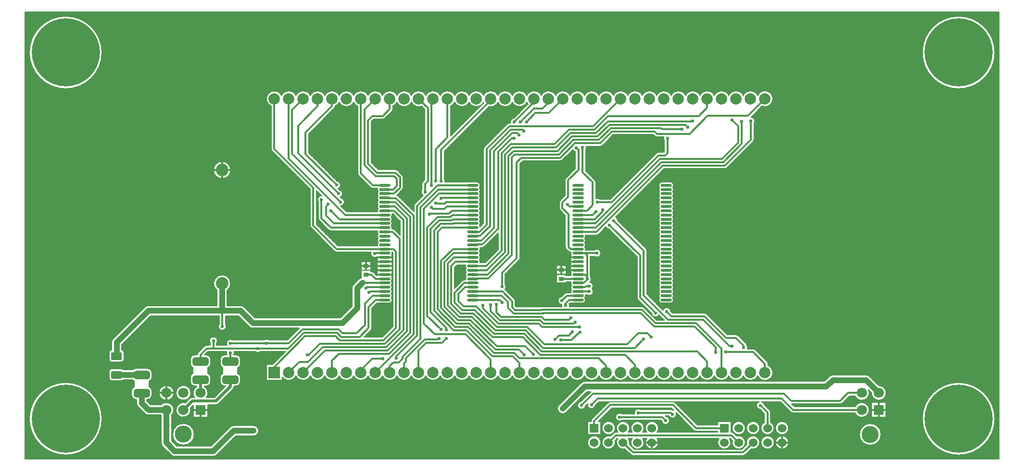
<source format=gbl>
G04 Layer_Physical_Order=2*
G04 Layer_Color=16711680*
%FSLAX24Y24*%
%MOIN*%
G70*
G01*
G75*
%ADD10C,0.0079*%
%ADD16R,0.0354X0.0276*%
%ADD19C,0.0118*%
%ADD20C,0.0295*%
%ADD22C,0.0394*%
%ADD23C,0.0197*%
%ADD24C,0.0787*%
%ADD25R,0.0787X0.0787*%
%ADD26C,0.0866*%
%ADD27C,0.0709*%
%ADD28R,0.0709X0.0709*%
%ADD29C,0.1181*%
%ADD30C,0.0600*%
%ADD31R,0.0600X0.0600*%
%ADD32C,0.4724*%
%ADD33C,0.0236*%
%ADD34C,0.0394*%
G04:AMPARAMS|DCode=35|XSize=51.2mil|YSize=72mil|CornerRadius=2.6mil|HoleSize=0mil|Usage=FLASHONLY|Rotation=270.000|XOffset=0mil|YOffset=0mil|HoleType=Round|Shape=RoundedRectangle|*
%AMROUNDEDRECTD35*
21,1,0.0512,0.0669,0,0,270.0*
21,1,0.0461,0.0720,0,0,270.0*
1,1,0.0051,-0.0335,-0.0230*
1,1,0.0051,-0.0335,0.0230*
1,1,0.0051,0.0335,0.0230*
1,1,0.0051,0.0335,-0.0230*
%
%ADD35ROUNDEDRECTD35*%
G04:AMPARAMS|DCode=36|XSize=110.2mil|YSize=59.1mil|CornerRadius=14.8mil|HoleSize=0mil|Usage=FLASHONLY|Rotation=0.000|XOffset=0mil|YOffset=0mil|HoleType=Round|Shape=RoundedRectangle|*
%AMROUNDEDRECTD36*
21,1,0.1102,0.0295,0,0,0.0*
21,1,0.0807,0.0591,0,0,0.0*
1,1,0.0295,0.0404,-0.0148*
1,1,0.0295,-0.0404,-0.0148*
1,1,0.0295,-0.0404,0.0148*
1,1,0.0295,0.0404,0.0148*
%
%ADD36ROUNDEDRECTD36*%
%ADD37O,0.0787X0.0197*%
D10*
X74075Y44380D02*
G03*
X74075Y44380I-2520J0D01*
G01*
X58685Y41165D02*
G03*
X57634Y41397I-551J0D01*
G01*
X57929Y40654D02*
G03*
X58685Y41165I205J512D01*
G01*
X57634Y41397D02*
G03*
X56634Y41397I-500J-232D01*
G01*
D02*
G03*
X55634Y41397I-500J-232D01*
G01*
D02*
G03*
X54634Y41397I-500J-232D01*
G01*
D02*
G03*
X53634Y41397I-500J-232D01*
G01*
D02*
G03*
X52634Y41397I-500J-232D01*
G01*
D02*
G03*
X51634Y41397I-500J-232D01*
G01*
D02*
G03*
X50634Y41397I-500J-232D01*
G01*
X57372Y39456D02*
G03*
X57431Y39626I-217J170D01*
G01*
D02*
G03*
X57176Y39901I-276J0D01*
G01*
X57309Y38184D02*
G03*
X57372Y38337I-153J153D01*
G01*
X57308Y38183D02*
G03*
X57372Y38337I-153J153D01*
G01*
X51121Y38524D02*
G03*
X51161Y38255I257J-98D01*
G01*
X55344Y36309D02*
G03*
X55498Y36373I0J217D01*
G01*
X55344Y36309D02*
G03*
X55498Y36372I0J217D01*
G01*
X54099Y26216D02*
G03*
X53946Y26280I-153J-153D01*
G01*
X54100Y26216D02*
G03*
X53946Y26280I-153J-153D01*
G01*
X62844Y21988D02*
G03*
X62594Y21884I0J-354D01*
G01*
X65388D02*
G03*
X65138Y21988I-251J-251D01*
G01*
X62844D02*
G03*
X62594Y21884I0J-354D01*
G01*
X65389D02*
G03*
X65138Y21988I-251J-250D01*
G01*
X56930Y23800D02*
G03*
X56942Y23879I-264J79D01*
G01*
X57475Y23737D02*
G03*
X57322Y23800I-153J-153D01*
G01*
X56942Y23879D02*
G03*
X56879Y24054I-276J0D01*
G01*
X57475Y23737D02*
G03*
X57322Y23800I-153J-153D01*
G01*
X56285Y24720D02*
G03*
X56132Y24783I-153J-153D01*
G01*
X56285Y24720D02*
G03*
X56132Y24783I-153J-153D01*
G01*
X56879Y24054D02*
G03*
X56817Y24189I-216J-19D01*
G01*
X56879Y24054D02*
G03*
X56816Y24189I-216J-19D01*
G01*
X58350Y22772D02*
G03*
X58287Y22925I-217J0D01*
G01*
X58350Y22772D02*
G03*
X58287Y22925I-217J0D01*
G01*
X58685Y22165D02*
G03*
X58350Y22672I-551J0D01*
G01*
X57634Y21933D02*
G03*
X58685Y22165I500J232D01*
G01*
X56634Y21933D02*
G03*
X57634Y21933I500J232D01*
G01*
X55634D02*
G03*
X56634Y21933I500J232D01*
G01*
X54634D02*
G03*
X55634Y21933I500J232D01*
G01*
X53634D02*
G03*
X54634Y21933I500J232D01*
G01*
X52634D02*
G03*
X53634Y21933I500J232D01*
G01*
X51743Y34724D02*
G03*
X51801Y34872I-158J148D01*
G01*
D02*
G03*
X51743Y35020I-217J0D01*
G01*
X51801Y34282D02*
G03*
X51743Y34429I-217J0D01*
G01*
Y33839D02*
G03*
X51801Y33986I-158J148D01*
G01*
Y33691D02*
G03*
X51743Y33839I-217J0D01*
G01*
Y34134D02*
G03*
X51801Y34282I-158J148D01*
G01*
Y33396D02*
G03*
X51743Y33543I-217J0D01*
G01*
D02*
G03*
X51801Y33691I-158J148D01*
G01*
Y34577D02*
G03*
X51743Y34724I-217J0D01*
G01*
X51801Y33986D02*
G03*
X51743Y34134I-217J0D01*
G01*
Y34429D02*
G03*
X51801Y34577I-158J148D01*
G01*
X51743Y32953D02*
G03*
X51801Y33100I-158J148D01*
G01*
D02*
G03*
X51743Y33248I-217J0D01*
G01*
Y32362D02*
G03*
X51801Y32510I-158J148D01*
G01*
X51743Y33248D02*
G03*
X51801Y33396I-158J148D01*
G01*
Y31329D02*
G03*
X51743Y31476I-217J0D01*
G01*
X51801Y32215D02*
G03*
X51743Y32362I-217J0D01*
G01*
X51801Y31033D02*
G03*
X51743Y31181I-217J0D01*
G01*
Y30591D02*
G03*
X51801Y30738I-158J148D01*
G01*
D02*
G03*
X51743Y30886I-217J0D01*
G01*
Y30295D02*
G03*
X51801Y30443I-158J148D01*
G01*
D02*
G03*
X51743Y30591I-217J0D01*
G01*
X51801Y35167D02*
G03*
X51585Y35384I-217J0D01*
G01*
X51743Y35020D02*
G03*
X51801Y35167I-158J148D01*
G01*
X50836Y34724D02*
G03*
X50836Y34429I158J-148D01*
G01*
D02*
G03*
X50836Y34134I158J-148D01*
G01*
X50994Y35384D02*
G03*
X50836Y35020I0J-217D01*
G01*
X51743Y32657D02*
G03*
X51801Y32805I-158J148D01*
G01*
D02*
G03*
X51743Y32953I-217J0D01*
G01*
X50836Y33839D02*
G03*
X50836Y33543I158J-148D01*
G01*
D02*
G03*
X50836Y33248I158J-148D01*
G01*
Y35020D02*
G03*
X50836Y34724I158J-148D01*
G01*
Y32953D02*
G03*
X50836Y32657I158J-148D01*
G01*
Y33248D02*
G03*
X50836Y32953I158J-148D01*
G01*
Y34134D02*
G03*
X50836Y33839I158J-148D01*
G01*
X51743Y32067D02*
G03*
X51801Y32215I-158J148D01*
G01*
Y31919D02*
G03*
X51743Y32067I-217J0D01*
G01*
X51801Y32510D02*
G03*
X51743Y32657I-217J0D01*
G01*
X51801Y31624D02*
G03*
X51743Y31772I-217J0D01*
G01*
D02*
G03*
X51801Y31919I-158J148D01*
G01*
X50836Y32362D02*
G03*
X50836Y32067I158J-148D01*
G01*
D02*
G03*
X50836Y31772I158J-148D01*
G01*
Y32657D02*
G03*
X50836Y32362I158J-148D01*
G01*
X51743Y31476D02*
G03*
X51801Y31624I-158J148D01*
G01*
X50836Y31772D02*
G03*
X50836Y31476I158J-148D01*
G01*
D02*
G03*
X50836Y31181I158J-148D01*
G01*
X51743D02*
G03*
X51801Y31329I-158J148D01*
G01*
X50836Y31181D02*
G03*
X50836Y30886I158J-148D01*
G01*
X51743D02*
G03*
X51801Y31033I-158J148D01*
G01*
X50836Y30886D02*
G03*
X50836Y30591I158J-148D01*
G01*
D02*
G03*
X50836Y30295I158J-148D01*
G01*
X51801Y29262D02*
G03*
X51743Y29409I-217J0D01*
G01*
Y29114D02*
G03*
X51801Y29262I-158J148D01*
G01*
X51743Y29409D02*
G03*
X51801Y29557I-158J148D01*
G01*
X51743Y28819D02*
G03*
X51801Y28967I-158J148D01*
G01*
D02*
G03*
X51743Y29114I-217J0D01*
G01*
Y30000D02*
G03*
X51801Y30148I-158J148D01*
G01*
Y29852D02*
G03*
X51743Y30000I-217J0D01*
G01*
X51801Y30148D02*
G03*
X51743Y30295I-217J0D01*
G01*
X51801Y29557D02*
G03*
X51743Y29705I-217J0D01*
G01*
D02*
G03*
X51801Y29852I-158J148D01*
G01*
Y28671D02*
G03*
X51743Y28819I-217J0D01*
G01*
Y28524D02*
G03*
X51801Y28671I-158J148D01*
G01*
X51743Y28228D02*
G03*
X51801Y28376I-158J148D01*
G01*
D02*
G03*
X51743Y28524I-217J0D01*
G01*
Y27933D02*
G03*
X51801Y28081I-158J148D01*
G01*
D02*
G03*
X51743Y28228I-217J0D01*
G01*
X51801Y27785D02*
G03*
X51743Y27933I-217J0D01*
G01*
Y27638D02*
G03*
X51801Y27785I-158J148D01*
G01*
X51743Y27343D02*
G03*
X51801Y27490I-158J148D01*
G01*
D02*
G03*
X51743Y27638I-217J0D01*
G01*
X51801Y27195D02*
G03*
X51743Y27343I-217J0D01*
G01*
X51585Y26978D02*
G03*
X51801Y27195I0J217D01*
G01*
X51634Y21933D02*
G03*
X52634Y21933I500J232D01*
G01*
X50634D02*
G03*
X51634Y21933I500J232D01*
G01*
X50836Y30295D02*
G03*
X50836Y30000I158J-148D01*
G01*
D02*
G03*
X50836Y29705I158J-148D01*
G01*
D02*
G03*
X50836Y29409I158J-148D01*
G01*
Y29114D02*
G03*
X50836Y28819I158J-148D01*
G01*
D02*
G03*
X50836Y28524I158J-148D01*
G01*
Y29409D02*
G03*
X50836Y29114I158J-148D01*
G01*
Y28228D02*
G03*
X50836Y27933I158J-148D01*
G01*
Y28524D02*
G03*
X50836Y28228I158J-148D01*
G01*
Y27933D02*
G03*
X50836Y27638I158J-148D01*
G01*
D02*
G03*
X50836Y27343I158J-148D01*
G01*
X51602Y26430D02*
G03*
X51069Y26491I-274J-33D01*
G01*
X50836Y27343D02*
G03*
X50994Y26978I158J-148D01*
G01*
X50634Y41397D02*
G03*
X49634Y41397I-500J-232D01*
G01*
D02*
G03*
X48634Y41397I-500J-232D01*
G01*
X50769Y37451D02*
G03*
X50616Y37387I0J-217D01*
G01*
X50769Y37451D02*
G03*
X50616Y37387I0J-217D01*
G01*
X50486Y38587D02*
G03*
X50640Y38524I153J153D01*
G01*
X50487Y38587D02*
G03*
X50640Y38524I153J153D01*
G01*
X48634Y41397D02*
G03*
X47634Y41397I-500J-232D01*
G01*
D02*
G03*
X46634Y41397I-500J-232D01*
G01*
X46720Y37864D02*
G03*
X46873Y37928I0J217D01*
G01*
X46720Y37864D02*
G03*
X46873Y37928I0J217D01*
G01*
X45770Y37777D02*
G03*
X45756Y37864I-276J0D01*
G01*
X46407Y35374D02*
G03*
X46344Y35527I-217J0D01*
G01*
X46407Y35374D02*
G03*
X46344Y35527I-217J0D01*
G01*
X46696Y34193D02*
G03*
X46407Y34225I-170J-217D01*
G01*
X46634Y41397D02*
G03*
X45634Y41397I-500J-232D01*
G01*
X45711Y37607D02*
G03*
X45770Y37777I-217J170D01*
G01*
X45634Y41397D02*
G03*
X44634Y41397I-500J-232D01*
G01*
X44816Y37632D02*
G03*
X44990Y37491I245J126D01*
G01*
X44634Y41397D02*
G03*
X43634Y41397I-500J-232D01*
G01*
D02*
G03*
X42634Y41397I-500J-232D01*
G01*
D02*
G03*
X41634Y41397I-500J-232D01*
G01*
Y40933D02*
G03*
X41713Y40809I500J232D01*
G01*
X44345Y35665D02*
G03*
X44282Y35512I153J-153D01*
G01*
X44345Y35665D02*
G03*
X44282Y35512I153J-153D01*
G01*
X43945Y36850D02*
G03*
X44098Y36914I0J217D01*
G01*
X43945Y36850D02*
G03*
X44098Y36914I0J217D01*
G01*
X43942Y34110D02*
G03*
X43878Y33957I153J-153D01*
G01*
X43941Y34110D02*
G03*
X43878Y33957I153J-153D01*
G01*
X49941Y30634D02*
G03*
X49877Y30787I-217J0D01*
G01*
X49941Y30634D02*
G03*
X49878Y30787I-217J0D01*
G01*
X47933Y32731D02*
G03*
X47787Y32943I-274J-33D01*
G01*
X47120Y32276D02*
G03*
X47332Y32129I245J127D01*
G01*
X46457Y31703D02*
G03*
X46610Y31766I0J217D01*
G01*
X46457Y31703D02*
G03*
X46610Y31767I0J217D01*
G01*
X46762Y30443D02*
G03*
X46316Y30659I-276J0D01*
G01*
Y30226D02*
G03*
X46762Y30443I170J217D01*
G01*
X46095Y28653D02*
G03*
X46036Y28823I-276J0D01*
G01*
X49272Y27372D02*
G03*
X49335Y27219I217J0D01*
G01*
X49272Y27372D02*
G03*
X49335Y27219I217J0D01*
G01*
X50268Y26286D02*
G03*
X50787Y26161I276J5D01*
G01*
X49770Y26669D02*
G03*
X49616Y26732I-153J-153D01*
G01*
X49769Y26669D02*
G03*
X49616Y26732I-153J-153D01*
G01*
X49634Y21933D02*
G03*
X50634Y21933I500J232D01*
G01*
X48634D02*
G03*
X49634Y21933I500J232D01*
G01*
X47634D02*
G03*
X48634Y21933I500J232D01*
G01*
X46634D02*
G03*
X47634Y21933I500J232D01*
G01*
X46162Y27988D02*
G03*
X46230Y28169I-207J182D01*
G01*
X46240Y27795D02*
G03*
X46162Y27988I-276J0D01*
G01*
X45699Y31624D02*
G03*
X45684Y31703I-217J0D01*
G01*
Y30659D02*
G03*
X45699Y30738I-202J79D01*
G01*
Y31329D02*
G03*
X45641Y31476I-217J0D01*
G01*
Y31181D02*
G03*
X45699Y31329I-158J148D01*
G01*
X45641Y31476D02*
G03*
X45699Y31624I-158J148D01*
G01*
X45641Y30886D02*
G03*
X45699Y31033I-158J148D01*
G01*
D02*
G03*
X45641Y31181I-217J0D01*
G01*
X45699Y30738D02*
G03*
X45641Y30886I-217J0D01*
G01*
X44512Y30585D02*
G03*
X44665Y30522I153J153D01*
G01*
X44512Y30585D02*
G03*
X44665Y30522I153J153D01*
G01*
X44690D02*
G03*
X44709Y30327I202J-79D01*
G01*
D02*
G03*
X44683Y30000I183J-179D01*
G01*
D02*
G03*
X44683Y29705I209J-148D01*
G01*
D02*
G03*
X44683Y29409I209J-148D01*
G01*
D02*
G03*
X44709Y29083I209J-148D01*
G01*
X43878Y33573D02*
G03*
X43941Y33420I217J0D01*
G01*
X43878Y33573D02*
G03*
X43942Y33419I217J0D01*
G01*
X44301Y30886D02*
G03*
X44365Y30732I217J0D01*
G01*
X44301Y30886D02*
G03*
X44365Y30733I217J0D01*
G01*
X41088Y29945D02*
G03*
X41152Y30098I-153J153D01*
G01*
X41088Y29945D02*
G03*
X41152Y30098I-153J153D01*
G01*
X45996Y28442D02*
G03*
X46095Y28653I-177J211D01*
G01*
X46230Y28169D02*
G03*
X45996Y28442I-276J0D01*
G01*
X45807Y27569D02*
G03*
X46240Y27795I157J226D01*
G01*
X45699Y27490D02*
G03*
X45684Y27569I-217J0D01*
G01*
X44690Y28455D02*
G03*
X44733Y28228I202J-79D01*
G01*
X44709Y29083D02*
G03*
X44690Y28888I183J-116D01*
G01*
X44733Y28228D02*
G03*
X44733Y27933I158J-148D01*
G01*
X45699Y27195D02*
G03*
X45641Y27343I-217J0D01*
G01*
D02*
G03*
X45699Y27490I-158J148D01*
G01*
X45482Y26978D02*
G03*
X45699Y27195I0J217D01*
G01*
X44733Y27933D02*
G03*
X44690Y27707I158J-148D01*
G01*
X45634Y21933D02*
G03*
X46634Y21933I500J232D01*
G01*
X44634D02*
G03*
X45634Y21933I500J232D01*
G01*
X43634D02*
G03*
X44634Y21933I500J232D01*
G01*
X44410Y27707D02*
G03*
X44257Y27643I0J-217D01*
G01*
X44410Y27707D02*
G03*
X44257Y27643I0J-217D01*
G01*
X40836Y27106D02*
G03*
X40773Y27259I-217J0D01*
G01*
X44035Y27421D02*
G03*
X44044Y26872I33J-274D01*
G01*
X40836Y27106D02*
G03*
X40773Y27259I-217J0D01*
G01*
X44589Y26812D02*
G03*
X44567Y26919I-276J0D01*
G01*
X44044Y26872D02*
G03*
X44049Y26732I269J-60D01*
G01*
X44577D02*
G03*
X44589Y26812I-264J80D01*
G01*
X42634Y21933D02*
G03*
X43634Y21933I500J232D01*
G01*
X42664Y26732D02*
G03*
X42599Y26722I0J-217D01*
G01*
X42664Y26732D02*
G03*
X42599Y26722I0J-217D01*
G01*
X41634Y21933D02*
G03*
X42634Y21933I500J232D01*
G01*
X66535Y20748D02*
G03*
X66013Y21260I-512J0D01*
G01*
X65354Y20748D02*
G03*
X65307Y20964I-512J0D01*
G01*
X65512Y20759D02*
G03*
X66535Y20748I512J-11D01*
G01*
X64379Y20531D02*
G03*
X65354Y20748I464J217D01*
G01*
X74075Y18951D02*
G03*
X74075Y18951I-2520J0D01*
G01*
X65354Y19567D02*
G03*
X64379Y19783I-512J0D01*
G01*
Y19350D02*
G03*
X65354Y19567I464J217D01*
G01*
X63356Y19990D02*
G03*
X63510Y20054I0J217D01*
G01*
X63356Y19990D02*
G03*
X63509Y20054I0J217D01*
G01*
X58088Y19927D02*
G03*
X57894Y20138I-270J-54D01*
G01*
X59935Y19414D02*
G03*
X60089Y19350I153J153D01*
G01*
X59935Y19414D02*
G03*
X60089Y19350I153J153D01*
G01*
X57741Y20138D02*
G03*
X57805Y19598I76J-265D01*
G01*
X58531Y19394D02*
G03*
X58468Y19547I-217J0D01*
G01*
X58531Y19394D02*
G03*
X58468Y19547I-217J0D01*
G01*
X66181Y17866D02*
G03*
X66181Y17866I-748J0D01*
G01*
D02*
G03*
X66181Y17866I-748J0D01*
G01*
X59772Y18307D02*
G03*
X59772Y18307I-457J0D01*
G01*
X58098Y18710D02*
G03*
X58772Y18307I217J-403D01*
G01*
D02*
G03*
X58531Y18710I-457J0D01*
G01*
X57772Y18307D02*
G03*
X57772Y18307I-457J0D01*
G01*
X56772D02*
G03*
X56772Y18307I-457J0D01*
G01*
X55970Y17958D02*
G03*
X55817Y18022I-153J-153D01*
G01*
X55970Y17958D02*
G03*
X55817Y18022I-153J-153D01*
G01*
X59772Y17307D02*
G03*
X59772Y17307I-457J0D01*
G01*
X58772D02*
G03*
X58772Y17307I-457J0D01*
G01*
X57183Y16869D02*
G03*
X57772Y17307I132J438D01*
G01*
D02*
G03*
X56877Y17175I-457J0D01*
G01*
X56772Y17307D02*
G03*
X56183Y17745I-457J0D01*
G01*
X55877Y17439D02*
G03*
X56772Y17307I438J-132D01*
G01*
X56622Y16398D02*
G03*
X56775Y16461I0J217D01*
G01*
X56622Y16398D02*
G03*
X56775Y16461I0J217D01*
G01*
X51895Y20074D02*
G03*
X51742Y20138I-153J-153D01*
G01*
X51896Y20074D02*
G03*
X51742Y20138I-153J-153D01*
G01*
X51753Y19547D02*
G03*
X51627Y19587I-125J-177D01*
G01*
X52001Y19273D02*
G03*
X51980Y19377I-276J0D01*
G01*
X51830Y19528D02*
G03*
X51753Y19547I-105J-255D01*
G01*
X51753Y19547D02*
G03*
X51627Y19587I-125J-177D01*
G01*
X51476Y19154D02*
G03*
X52001Y19273I249J119D01*
G01*
X49533Y19587D02*
G03*
X49100Y19285I-170J-217D01*
G01*
X51528Y18830D02*
G03*
X51285Y19103I-276J0D01*
G01*
X47431Y20138D02*
G03*
X47278Y20074I0J-217D01*
G01*
X47431Y20138D02*
G03*
X47278Y20074I0J-217D01*
G01*
X45848Y20001D02*
G03*
X46386Y19889I264J-80D01*
G01*
X45650Y21545D02*
G03*
X45399Y21441I0J-354D01*
G01*
X45650Y21545D02*
G03*
X45399Y21441I0J-354D01*
G01*
X45391Y20156D02*
G03*
X45697Y19849I33J-274D01*
G01*
X48231Y19285D02*
G03*
X48231Y18852I-170J-217D01*
G01*
X46146Y18942D02*
G03*
X46083Y18789I153J-153D01*
G01*
X46146Y18943D02*
G03*
X46083Y18789I153J-153D01*
G01*
X43864Y19906D02*
G03*
X44365Y19405I251J-251D01*
G01*
X55772Y17307D02*
G03*
X55676Y17589I-457J0D01*
G01*
X54954D02*
G03*
X55772Y17307I361J-281D01*
G01*
X50979Y18797D02*
G03*
X51528Y18830I274J33D01*
G01*
X50657Y18022D02*
G03*
X50757Y18307I-358J285D01*
G01*
X53203Y18154D02*
G03*
X53356Y18091I153J153D01*
G01*
X53203Y18154D02*
G03*
X53356Y18091I153J153D01*
G01*
X50757Y17307D02*
G03*
X50660Y17589I-457J0D01*
G01*
X50757Y18307D02*
G03*
X49942Y18022I-457J0D01*
G01*
X49757Y18307D02*
G03*
X48942Y18022I-457J0D01*
G01*
X48757Y18307D02*
G03*
X47942Y18022I-457J0D01*
G01*
X49657D02*
G03*
X49757Y18307I-358J285D01*
G01*
X48657Y18022D02*
G03*
X48757Y18307I-358J285D01*
G01*
X47757D02*
G03*
X47757Y18307I-457J0D01*
G01*
X47797Y18022D02*
G03*
X47644Y17958I0J-217D01*
G01*
X47797Y18022D02*
G03*
X47644Y17958I0J-217D01*
G01*
X49939Y17589D02*
G03*
X50757Y17307I361J-281D01*
G01*
X49757D02*
G03*
X49660Y17589I-457J0D01*
G01*
X48939D02*
G03*
X49757Y17307I361J-281D01*
G01*
X48839Y16461D02*
G03*
X48992Y16398I153J153D01*
G01*
X48839Y16461D02*
G03*
X48992Y16398I153J153D01*
G01*
X48757Y17307D02*
G03*
X48660Y17589I-457J0D01*
G01*
X48737Y17175D02*
G03*
X48757Y17307I-438J132D01*
G01*
X47757D02*
G03*
X47737Y17439I-457J0D01*
G01*
X47939Y17589D02*
G03*
X48431Y16869I361J-281D01*
G01*
X47431Y17745D02*
G03*
X47757Y17307I-132J-438D01*
G01*
X46757D02*
G03*
X46757Y17307I-457J0D01*
G01*
X40634Y41397D02*
G03*
X39634Y41397I-500J-232D01*
G01*
D02*
G03*
X38634Y41397I-500J-232D01*
G01*
X41634D02*
G03*
X40634Y41397I-500J-232D01*
G01*
Y40933D02*
G03*
X41634Y40933I500J232D01*
G01*
X39634D02*
G03*
X40634Y40933I500J232D01*
G01*
X38634Y41397D02*
G03*
X37634Y41397I-500J-232D01*
G01*
X38634Y40933D02*
G03*
X38656Y40891I500J232D01*
G01*
X39006Y40629D02*
G03*
X39634Y40933I128J536D01*
G01*
X37634D02*
G03*
X38634Y40933I500J232D01*
G01*
X37634Y41397D02*
G03*
X36634Y41397I-500J-232D01*
G01*
X36350Y40658D02*
G03*
X36634Y40933I-217J507D01*
G01*
D02*
G03*
X37634Y40933I500J232D01*
G01*
X40737Y39833D02*
G03*
X40506Y39478I33J-274D01*
G01*
X40423D02*
G03*
X40270Y39415I0J-217D01*
G01*
X40423Y39478D02*
G03*
X40270Y39415I0J-217D01*
G01*
X36634Y41397D02*
G03*
X35634Y41397I-500J-232D01*
G01*
D02*
G03*
X34634Y41397I-500J-232D01*
G01*
D02*
G03*
X33634Y41397I-500J-232D01*
G01*
Y40933D02*
G03*
X34339Y40654I500J232D01*
G01*
X33634Y41397D02*
G03*
X32634Y41397I-500J-232D01*
G01*
Y40933D02*
G03*
X33634Y40933I500J232D01*
G01*
X32634Y41397D02*
G03*
X31634Y41397I-500J-232D01*
G01*
X32350Y40658D02*
G03*
X32634Y40933I-217J507D01*
G01*
X32287Y40298D02*
G03*
X32350Y40451I-153J153D01*
G01*
X32287Y40297D02*
G03*
X32350Y40451I-153J153D01*
G01*
X31644Y39744D02*
G03*
X31797Y39808I0J217D01*
G01*
X31644Y39744D02*
G03*
X31797Y39808I0J217D01*
G01*
X38695Y37840D02*
G03*
X38632Y37687I153J-153D01*
G01*
X38696Y37840D02*
G03*
X38632Y37687I153J-153D01*
G01*
X38543Y30837D02*
G03*
X38696Y30900I0J217D01*
G01*
X38543Y30837D02*
G03*
X38696Y30900I0J217D01*
G01*
X38396Y34872D02*
G03*
X38338Y35020I-217J0D01*
G01*
Y34724D02*
G03*
X38396Y34872I-158J148D01*
G01*
X38338Y35020D02*
G03*
X38396Y35167I-158J148D01*
G01*
X38338Y34429D02*
G03*
X38396Y34577I-158J148D01*
G01*
D02*
G03*
X38338Y34724I-217J0D01*
G01*
X38396Y35167D02*
G03*
X38179Y35384I-217J0D01*
G01*
X38396Y34282D02*
G03*
X38338Y34429I-217J0D01*
G01*
Y34134D02*
G03*
X38396Y34282I-158J148D01*
G01*
Y33986D02*
G03*
X38338Y34134I-217J0D01*
G01*
Y33839D02*
G03*
X38396Y33986I-158J148D01*
G01*
Y33691D02*
G03*
X38338Y33839I-217J0D01*
G01*
X38396Y33396D02*
G03*
X38338Y33543I-217J0D01*
G01*
Y33248D02*
G03*
X38396Y33396I-158J148D01*
G01*
Y33100D02*
G03*
X38338Y33248I-217J0D01*
G01*
Y33543D02*
G03*
X38396Y33691I-158J148D01*
G01*
Y32805D02*
G03*
X38338Y32953I-217J0D01*
G01*
D02*
G03*
X38396Y33100I-158J148D01*
G01*
X38338Y32657D02*
G03*
X38396Y32805I-158J148D01*
G01*
X38338Y32362D02*
G03*
X38396Y32510I-158J148D01*
G01*
D02*
G03*
X38338Y32657I-217J0D01*
G01*
X38396Y30738D02*
G03*
X38372Y30837I-217J0D01*
G01*
X38387Y32276D02*
G03*
X38338Y32362I-208J-61D01*
G01*
X40187Y28110D02*
G03*
X40128Y28281I-276J0D01*
G01*
X40111Y27921D02*
G03*
X40187Y28110I-200J190D01*
G01*
X38396Y30148D02*
G03*
X38338Y30295I-217J0D01*
G01*
Y30591D02*
G03*
X38396Y30738I-158J148D01*
G01*
X38338Y30000D02*
G03*
X38396Y30148I-158J148D01*
G01*
X38381Y29774D02*
G03*
X38396Y29852I-202J79D01*
G01*
X38338Y30295D02*
G03*
X38396Y30443I-158J148D01*
G01*
Y29852D02*
G03*
X38338Y30000I-217J0D01*
G01*
X38396Y30443D02*
G03*
X38338Y30591I-217J0D01*
G01*
X37387Y29636D02*
G03*
X37430Y29409I202J-79D01*
G01*
D02*
G03*
X37430Y29114I158J-148D01*
G01*
D02*
G03*
X37430Y28819I158J-148D01*
G01*
D02*
G03*
X37387Y28593I158J-148D01*
G01*
X37303D02*
G03*
X37150Y28529I0J-217D01*
G01*
X37303Y28593D02*
G03*
X37150Y28529I0J-217D01*
G01*
X35954Y35384D02*
G03*
X35966Y35464I-264J80D01*
G01*
D02*
G03*
X35907Y35635I-276J0D01*
G01*
X34425Y35419D02*
G03*
X34362Y35266I153J-153D01*
G01*
X34426Y35419D02*
G03*
X34362Y35266I153J-153D01*
G01*
X32682Y36186D02*
G03*
X32529Y36250I-153J-153D01*
G01*
X32682Y36187D02*
G03*
X32529Y36250I-153J-153D01*
G01*
X32998Y34847D02*
G03*
X33061Y35000I-153J153D01*
G01*
Y35718D02*
G03*
X32997Y35871I-217J0D01*
G01*
X33061Y35718D02*
G03*
X32998Y35871I-217J0D01*
G01*
X32997Y34847D02*
G03*
X33061Y35000I-153J153D01*
G01*
X34362Y34877D02*
G03*
X34451Y34462I217J-170D01*
G01*
X33872Y33883D02*
G03*
X33809Y33730I153J-153D01*
G01*
X33873Y33884D02*
G03*
X33809Y33730I153J-153D01*
G01*
X32722Y34415D02*
G03*
X32622Y34472I-153J-153D01*
G01*
X32722Y34415D02*
G03*
X32622Y34472I-153J-153D01*
G01*
X32486Y32072D02*
G03*
X32333Y32136I-153J-153D01*
G01*
X32486Y32072D02*
G03*
X32333Y32136I-153J-153D01*
G01*
X32286Y30000D02*
G03*
X32333Y30148I-209J148D01*
G01*
X32286Y29705D02*
G03*
X32333Y29852I-209J148D01*
G01*
D02*
G03*
X32286Y30000I-256J0D01*
G01*
X32293Y30443D02*
G03*
X32278Y30522I-217J0D01*
G01*
X32286Y29114D02*
G03*
X32333Y29262I-209J148D01*
G01*
X32286Y29409D02*
G03*
X32333Y29557I-209J148D01*
G01*
D02*
G03*
X32286Y29705I-256J0D01*
G01*
X32333Y29262D02*
G03*
X32286Y29409I-256J0D01*
G01*
X32293Y33100D02*
G03*
X32278Y33179I-217J0D01*
G01*
X32235Y32953D02*
G03*
X32293Y33100I-158J148D01*
G01*
Y32805D02*
G03*
X32235Y32953I-217J0D01*
G01*
Y32657D02*
G03*
X32293Y32805I-158J148D01*
G01*
X32235Y32362D02*
G03*
X32293Y32510I-158J148D01*
G01*
Y32215D02*
G03*
X32235Y32362I-217J0D01*
G01*
X32293Y32510D02*
G03*
X32235Y32657I-217J0D01*
G01*
X32278Y32136D02*
G03*
X32293Y32215I-202J79D01*
G01*
X32260Y30327D02*
G03*
X32293Y30443I-183J116D01*
G01*
X32333Y30148D02*
G03*
X32260Y30327I-256J0D01*
G01*
X32333Y28967D02*
G03*
X32286Y29114I-256J0D01*
G01*
X32260Y28787D02*
G03*
X32333Y28967I-183J179D01*
G01*
X32293Y28671D02*
G03*
X32260Y28787I-217J0D01*
G01*
X32235Y28524D02*
G03*
X32293Y28671I-158J148D01*
G01*
Y28376D02*
G03*
X32235Y28524I-217J0D01*
G01*
Y28228D02*
G03*
X32293Y28376I-158J148D01*
G01*
X32235Y27933D02*
G03*
X32293Y28081I-158J148D01*
G01*
D02*
G03*
X32235Y28228I-217J0D01*
G01*
Y27638D02*
G03*
X32293Y27785I-158J148D01*
G01*
Y27490D02*
G03*
X32235Y27638I-217J0D01*
G01*
X32293Y27785D02*
G03*
X32235Y27933I-217J0D01*
G01*
X32293Y27195D02*
G03*
X32235Y27343I-217J0D01*
G01*
D02*
G03*
X32293Y27490I-158J148D01*
G01*
X32077Y26978D02*
G03*
X32293Y27195I0J217D01*
G01*
X31634Y41397D02*
G03*
X30634Y41397I-500J-232D01*
G01*
X29634D02*
G03*
X28634Y41397I-500J-232D01*
G01*
D02*
G03*
X27634Y41397I-500J-232D01*
G01*
D02*
G03*
X26634Y41397I-500J-232D01*
G01*
D02*
G03*
X25634Y41397I-500J-232D01*
G01*
D02*
G03*
X24634Y41397I-500J-232D01*
G01*
X30634D02*
G03*
X29634Y41397I-500J-232D01*
G01*
Y40933D02*
G03*
X29917Y40658I500J232D01*
G01*
X28634Y40933D02*
G03*
X29634Y40933I500J232D01*
G01*
X28350Y40658D02*
G03*
X28634Y40933I-216J507D01*
G01*
X28287Y40510D02*
G03*
X28350Y40658I-153J153D01*
G01*
X28287Y40510D02*
G03*
X28350Y40658I-153J153D01*
G01*
X24634Y41397D02*
G03*
X23917Y40658I-500J-232D01*
G01*
Y37688D02*
G03*
X23981Y37534I217J0D01*
G01*
X23917Y37688D02*
G03*
X23981Y37534I217J0D01*
G01*
X12191Y44380D02*
G03*
X12191Y44380I-2520J0D01*
G01*
X31285Y34951D02*
G03*
X31328Y34724I202J-79D01*
G01*
D02*
G03*
X31328Y34429I158J-148D01*
G01*
X30792Y35014D02*
G03*
X30945Y34951I153J153D01*
G01*
X30791Y35015D02*
G03*
X30945Y34951I153J153D01*
G01*
X31328Y34429D02*
G03*
X31328Y34134I158J-148D01*
G01*
D02*
G03*
X31328Y33839I158J-148D01*
G01*
D02*
G03*
X31328Y33543I158J-148D01*
G01*
X31285Y31998D02*
G03*
X31328Y31772I202J-79D01*
G01*
Y33543D02*
G03*
X31285Y33317I158J-148D01*
G01*
X29917Y35978D02*
G03*
X29981Y35825I217J0D01*
G01*
X29917Y35978D02*
G03*
X29981Y35825I217J0D01*
G01*
X28545Y34920D02*
G03*
X28720Y35177I-100J257D01*
G01*
D02*
G03*
X28477Y35451I-276J0D01*
G01*
X28858Y34577D02*
G03*
X28615Y34850I-276J0D01*
G01*
X28986Y34006D02*
G03*
X28743Y34280I-276J0D01*
G01*
X28731Y33731D02*
G03*
X28986Y34006I-20J275D01*
G01*
X28697Y34326D02*
G03*
X28858Y34577I-114J251D01*
G01*
X27898Y32062D02*
G03*
X28051Y31998I153J153D01*
G01*
X27898Y32061D02*
G03*
X28051Y31998I153J153D01*
G01*
X27185Y32864D02*
G03*
X27249Y32711I217J0D01*
G01*
X27185Y32864D02*
G03*
X27248Y32711I217J0D01*
G01*
X31328Y31772D02*
G03*
X31328Y31476I158J-148D01*
G01*
D02*
G03*
X31328Y31181I158J-148D01*
G01*
D02*
G03*
X31285Y30955I158J-148D01*
G01*
X30835Y30522D02*
G03*
X31233Y30186I257J-98D01*
G01*
D02*
G03*
X31277Y30000I253J-39D01*
G01*
Y29705D02*
G03*
X31277Y29409I209J-148D01*
G01*
D02*
G03*
X31277Y29114I209J-148D01*
G01*
Y30000D02*
G03*
X31277Y29705I209J-148D01*
G01*
X31010Y29110D02*
G03*
X30856Y29173I-153J-153D01*
G01*
X31277Y29114D02*
G03*
X31243Y28888I209J-148D01*
G01*
X31009Y29110D02*
G03*
X30856Y29173I-153J-153D01*
G01*
X30148Y28731D02*
G03*
X29999Y28642I102J-339D01*
G01*
X28302Y30585D02*
G03*
X28455Y30522I153J153D01*
G01*
X28301Y30585D02*
G03*
X28455Y30522I153J153D01*
G01*
X29622Y28264D02*
G03*
X29518Y28014I251J-251D01*
G01*
X29622Y28265D02*
G03*
X29518Y28014I250J-251D01*
G01*
X27410Y34439D02*
G03*
X27185Y33993I-9J-275D01*
G01*
X26614Y32362D02*
G03*
X26678Y32209I217J0D01*
G01*
X26614Y32362D02*
G03*
X26678Y32209I217J0D01*
G01*
X21102Y36220D02*
G03*
X21102Y36220I-591J0D01*
G01*
Y28346D02*
G03*
X20157Y27874I-591J0D01*
G01*
X20866D02*
G03*
X21102Y28346I-354J472D01*
G01*
X30822Y25093D02*
G03*
X30886Y25246I-153J153D01*
G01*
X30822Y25093D02*
G03*
X30886Y25246I-153J153D01*
G01*
X38634Y21933D02*
G03*
X39634Y21933I500J232D01*
G01*
X37634D02*
G03*
X38634Y21933I500J232D01*
G01*
X36634D02*
G03*
X37634Y21933I500J232D01*
G01*
X39634D02*
G03*
X40634Y21933I500J232D01*
G01*
D02*
G03*
X41634Y21933I500J232D01*
G01*
X35634D02*
G03*
X36634Y21933I500J232D01*
G01*
X31634D02*
G03*
X32634Y21933I500J232D01*
G01*
D02*
G03*
X33634Y21933I500J232D01*
G01*
X30634D02*
G03*
X31634Y21933I500J232D01*
G01*
X34634D02*
G03*
X35634Y21933I500J232D01*
G01*
X33634D02*
G03*
X34634Y21933I500J232D01*
G01*
X29634D02*
G03*
X30634Y21933I500J232D01*
G01*
X28634D02*
G03*
X29634Y21933I500J232D01*
G01*
X27634D02*
G03*
X28634Y21933I500J232D01*
G01*
X26634D02*
G03*
X27634Y21933I500J232D01*
G01*
X25634D02*
G03*
X26634Y21933I500J232D01*
G01*
X24685Y21845D02*
G03*
X25634Y21933I449J320D01*
G01*
X23767Y24424D02*
G03*
X23438Y24424I-165J-221D01*
G01*
X22052Y26697D02*
G03*
X21801Y26801I-251J-250D01*
G01*
X22052Y26697D02*
G03*
X21801Y26801I-251J-251D01*
G01*
X22397Y25350D02*
G03*
X22648Y25246I251J251D01*
G01*
X22397Y25350D02*
G03*
X22648Y25246I251J250D01*
G01*
X20305Y25534D02*
G03*
X20797Y25364I217J-170D01*
G01*
D02*
G03*
X20738Y25534I-276J0D01*
G01*
X22806Y23617D02*
G03*
X23158Y23617I176J212D01*
G01*
X21358Y23533D02*
G03*
X21345Y23617I-276J0D01*
G01*
X21227Y24424D02*
G03*
X20851Y24050I-134J-241D01*
G01*
X21315Y23386D02*
G03*
X21358Y23533I-233J148D01*
G01*
X20820Y23617D02*
G03*
X20850Y23386I263J-83D01*
G01*
X21791Y23081D02*
G03*
X21486Y23386I-305J0D01*
G01*
X21599Y22502D02*
G03*
X21791Y22785I-113J283D01*
G01*
Y21821D02*
G03*
X21599Y22104I-305J0D01*
G01*
X20128Y24200D02*
G03*
X20187Y24370I-217J170D01*
G01*
D02*
G03*
X19695Y24200I-276J0D01*
G01*
X20679Y23386D02*
G03*
X20374Y23081I0J-305D01*
G01*
Y22785D02*
G03*
X20566Y22502I305J0D01*
G01*
Y22104D02*
G03*
X20374Y21821I113J-283D01*
G01*
X23051Y18120D02*
G03*
X22697Y18474I-354J0D01*
G01*
X23051Y18120D02*
G03*
X22696Y18474I-354J0D01*
G01*
X21486Y21220D02*
G03*
X21791Y21526I0J305D01*
G01*
X21264Y21000D02*
G03*
X21339Y21181I-181J181D01*
G01*
X21263Y21000D02*
G03*
X21339Y21181I-181J181D01*
G01*
X20374Y21526D02*
G03*
X20679Y21220I305J0D01*
G01*
X20079Y19921D02*
G03*
X20260Y19996I0J256D01*
G01*
X20079Y19921D02*
G03*
X20260Y19996I0J256D01*
G01*
X21319Y18474D02*
G03*
X21068Y18371I0J-354D01*
G01*
X21319Y18474D02*
G03*
X21068Y18370I0J-354D01*
G01*
X22697Y17766D02*
G03*
X23051Y18120I0J354D01*
G01*
X22696Y17766D02*
G03*
X23051Y18120I1J354D01*
G01*
X19902Y16348D02*
G03*
X20152Y16452I0J354D01*
G01*
X19902Y16348D02*
G03*
X20152Y16452I0J354D01*
G01*
X19444Y24050D02*
G03*
X19290Y23986I0J-217D01*
G01*
X19444Y24050D02*
G03*
X19290Y23986I0J-217D01*
G01*
X19724Y23081D02*
G03*
X19419Y23386I-305J0D01*
G01*
X19523Y22498D02*
G03*
X19724Y22785I-103J287D01*
G01*
X18863Y23559D02*
G03*
X18799Y23406I153J-153D01*
G01*
X18863Y23559D02*
G03*
X18799Y23406I153J-153D01*
G01*
X18612Y23386D02*
G03*
X18307Y23081I0J-305D01*
G01*
Y22785D02*
G03*
X18489Y22506I305J0D01*
G01*
X15404Y26801D02*
G03*
X15153Y26697I0J-354D01*
G01*
X15404Y26801D02*
G03*
X15153Y26697I0J-354D01*
G01*
X19724Y21821D02*
G03*
X19523Y22108I-305J0D01*
G01*
X18489Y22100D02*
G03*
X18307Y21821I123J-279D01*
G01*
X19419Y21220D02*
G03*
X19724Y21526I0J305D01*
G01*
X18307D02*
G03*
X18612Y21220I305J0D01*
G01*
X18346Y20748D02*
G03*
X18346Y20748I-512J0D01*
G01*
X17165D02*
G03*
X17165Y20748I-512J0D01*
G01*
X15650Y22146D02*
G03*
X15344Y22451I-305J0D01*
G01*
X15468Y21571D02*
G03*
X15650Y21850I-123J279D01*
G01*
X14537Y22451D02*
G03*
X14322Y22362I0J-305D01*
G01*
X14305Y21653D02*
G03*
X14434Y21563I233J197D01*
G01*
X13717Y23538D02*
G03*
X13563Y23718I-183J0D01*
G01*
X13533Y22894D02*
G03*
X13717Y23077I0J183D01*
G01*
X13668Y22362D02*
G03*
X13533Y22421I-135J-124D01*
G01*
X12958Y24503D02*
G03*
X12854Y24252I250J-251D01*
G01*
X12958Y24503D02*
G03*
X12854Y24252I251J-251D01*
G01*
X12681Y23077D02*
G03*
X12864Y22894I183J0D01*
G01*
X12854Y23721D02*
G03*
X12681Y23538I10J-183D01*
G01*
X12864Y22421D02*
G03*
X12681Y22238I0J-183D01*
G01*
X13533Y21594D02*
G03*
X13668Y21653I0J183D01*
G01*
X12681Y21777D02*
G03*
X12864Y21594I183J0D01*
G01*
X12191Y18951D02*
G03*
X12191Y18951I-2520J0D01*
G01*
X19528Y20748D02*
G03*
X19272Y21191I-512J0D01*
G01*
X19419Y20433D02*
G03*
X19528Y20748I-403J315D01*
G01*
X18760Y21191D02*
G03*
X18612Y20433I256J-443D01*
G01*
X18445D02*
G03*
X18264Y20358I0J-256D01*
G01*
X18445Y20433D02*
G03*
X18264Y20358I0J-256D01*
G01*
X17967Y20061D02*
G03*
X18346Y19567I-132J-494D01*
G01*
D02*
G03*
X18329Y19699I-512J0D01*
G01*
X17008Y19198D02*
G03*
X17165Y19567I-354J369D01*
G01*
D02*
G03*
X16284Y19921I-512J0D01*
G01*
X18583Y17874D02*
G03*
X18583Y17874I-748J0D01*
G01*
D02*
G03*
X18583Y17874I-748J0D01*
G01*
X16974Y16452D02*
G03*
X17224Y16348I251J250D01*
G01*
X16974Y16452D02*
G03*
X17224Y16348I251J251D01*
G01*
X16299Y17274D02*
G03*
X16403Y17023I354J0D01*
G01*
X16299Y17274D02*
G03*
X16403Y17023I354J0D01*
G01*
X15650Y20886D02*
G03*
X15468Y21165I-305J0D01*
G01*
X15344Y20285D02*
G03*
X15650Y20591I0J305D01*
G01*
X14587Y20039D02*
G03*
X14691Y19789I354J0D01*
G01*
X14587Y20039D02*
G03*
X14690Y19789I354J0D01*
G01*
X15163Y19317D02*
G03*
X15413Y19213I251J250D01*
G01*
X15163Y19316D02*
G03*
X15413Y19213I251J251D01*
G01*
X14434Y21173D02*
G03*
X14232Y20886I103J-287D01*
G01*
Y20591D02*
G03*
X14537Y20285I305J0D01*
G01*
X73696Y45709D02*
X74370D01*
X73732Y45650D02*
X74370D01*
X73658Y45768D02*
X74370D01*
X73796Y45531D02*
X74370D01*
X73765Y45590D02*
X74370D01*
X73701Y45701D02*
Y47205D01*
X73760Y45600D02*
Y47205D01*
X73642Y45793D02*
Y47205D01*
X73826Y45472D02*
X74370D01*
X73819Y45487D02*
Y47205D01*
X73879Y45354D02*
X74370D01*
X73903Y45295D02*
X74370D01*
X73853Y45413D02*
X74370D01*
X73964Y45118D02*
X74370D01*
X73925Y45236D02*
X74370D01*
X73937Y45202D02*
Y47205D01*
X73996Y45005D02*
Y47205D01*
X73878Y45357D02*
Y47205D01*
X74055Y44695D02*
Y47205D01*
X73945Y45177D02*
X74370D01*
X72860Y46535D02*
X74370D01*
X72953Y46476D02*
X74370D01*
X72757Y46594D02*
X74370D01*
X73116Y46358D02*
X74370D01*
X73038Y46417D02*
X74370D01*
X72141Y46831D02*
X74370D01*
X72348Y46772D02*
X74370D01*
X71779Y46890D02*
X74370D01*
X72641Y46653D02*
X74370D01*
X72508Y46713D02*
X74370D01*
X73482Y46004D02*
X74370D01*
X73530Y45945D02*
X74370D01*
X73430Y46063D02*
X74370D01*
X73618Y45827D02*
X74370D01*
X73575Y45886D02*
X74370D01*
X73255Y46240D02*
X74370D01*
X73188Y46299D02*
X74370D01*
X73376Y46122D02*
X74370D01*
X73317Y46181D02*
X74370D01*
X74066Y44587D02*
X74370D01*
X74070Y44527D02*
X74370D01*
X74061Y44646D02*
X74370D01*
X74075Y44409D02*
X74370D01*
X74073Y44468D02*
X74370D01*
X74024Y44882D02*
X74370D01*
X74036Y44823D02*
X74370D01*
X74012Y44941D02*
X74370D01*
X74054Y44705D02*
X74370D01*
X74045Y44764D02*
X74370D01*
X74054Y44055D02*
X74370D01*
X74045Y43996D02*
X74370D01*
X74036Y43937D02*
X74370D01*
X74024Y43878D02*
X74370D01*
X74012Y43819D02*
X74370D01*
X74075Y44350D02*
X74370D01*
X74073Y44291D02*
X74370D01*
X74070Y44232D02*
X74370D01*
X74066Y44173D02*
X74370D01*
X74061Y44114D02*
X74370D01*
X73945Y43583D02*
X74370D01*
X73925Y43524D02*
X74370D01*
X73903Y43464D02*
X74370D01*
X73879Y43405D02*
X74370D01*
X73853Y43346D02*
X74370D01*
X73997Y45000D02*
X74370D01*
X73997Y43760D02*
X74370D01*
X73982Y45059D02*
X74370D01*
X73982Y43701D02*
X74370D01*
X73964Y43642D02*
X74370D01*
X73696Y43051D02*
X74370D01*
X73658Y42992D02*
X74370D01*
X73618Y42933D02*
X74370D01*
X73575Y42874D02*
X74370D01*
X73530Y42815D02*
X74370D01*
X73826Y43287D02*
X74370D01*
X73796Y43228D02*
X74370D01*
X73765Y43169D02*
X74370D01*
X73731Y43110D02*
X74370D01*
X71220Y46877D02*
Y47205D01*
X71161Y46869D02*
Y47205D01*
X71102Y46859D02*
Y47205D01*
X71338Y46890D02*
Y47205D01*
X71279Y46884D02*
Y47205D01*
X70925Y46820D02*
Y47205D01*
X70866Y46804D02*
Y47205D01*
X70807Y46786D02*
Y47205D01*
X71043Y46847D02*
Y47205D01*
X70984Y46834D02*
Y47205D01*
X70630Y46724D02*
Y47205D01*
X70571Y46699D02*
Y47205D01*
X70512Y46673D02*
Y47205D01*
X70748Y46767D02*
Y47205D01*
X70689Y46746D02*
Y47205D01*
X70335Y46584D02*
Y47205D01*
X70275Y46550D02*
Y47205D01*
X70216Y46515D02*
Y47205D01*
X70453Y46646D02*
Y47205D01*
X70394Y46616D02*
Y47205D01*
X70039Y46393D02*
Y47205D01*
X69980Y46347D02*
Y47205D01*
X69921Y46298D02*
Y47205D01*
X70157Y46476D02*
Y47205D01*
X70098Y46436D02*
Y47205D01*
X69744Y46132D02*
Y47205D01*
X69685Y46068D02*
Y47205D01*
X69626Y46001D02*
Y47205D01*
X69862Y46246D02*
Y47205D01*
X69803Y46191D02*
Y47205D01*
X69449Y45763D02*
Y47205D01*
X69390Y45668D02*
Y47205D01*
X69331Y45563D02*
Y47205D01*
X69567Y45928D02*
Y47205D01*
X69508Y45849D02*
Y47205D01*
X69153Y45142D02*
Y47205D01*
X69094Y44922D02*
Y47205D01*
X69272Y45445D02*
Y47205D01*
X69212Y45308D02*
Y47205D01*
X72874Y46527D02*
Y47205D01*
X72933Y46490D02*
Y47205D01*
X72815Y46562D02*
Y47205D01*
X73051Y46407D02*
Y47205D01*
X72992Y46450D02*
Y47205D01*
X72579Y46682D02*
Y47205D01*
X72638Y46655D02*
Y47205D01*
X72520Y46708D02*
Y47205D01*
X72756Y46595D02*
Y47205D01*
X72697Y46626D02*
Y47205D01*
X73405Y46090D02*
Y47205D01*
X73464Y46024D02*
Y47205D01*
X73346Y46152D02*
Y47205D01*
X73583Y45876D02*
Y47205D01*
X73523Y45953D02*
Y47205D01*
X73169Y46315D02*
Y47205D01*
X73110Y46363D02*
Y47205D01*
X73287Y46210D02*
Y47205D01*
X73228Y46264D02*
Y47205D01*
X71752Y46892D02*
Y47205D01*
X71811Y46887D02*
Y47205D01*
X71693Y46896D02*
Y47205D01*
X71929Y46872D02*
Y47205D01*
X71870Y46880D02*
Y47205D01*
X71516Y46899D02*
Y47205D01*
X71457Y46898D02*
Y47205D01*
X71397Y46895D02*
Y47205D01*
X71634Y46898D02*
Y47205D01*
X71575Y46900D02*
Y47205D01*
X72283Y46792D02*
Y47205D01*
X72342Y46773D02*
Y47205D01*
X72224Y46809D02*
Y47205D01*
X72460Y46731D02*
Y47205D01*
X72401Y46753D02*
Y47205D01*
X72047Y46851D02*
Y47205D01*
X71988Y46862D02*
Y47205D01*
X72165Y46825D02*
Y47205D01*
X72106Y46839D02*
Y47205D01*
X73482Y42756D02*
X74370D01*
X73430Y42697D02*
X74370D01*
X73375Y42638D02*
X74370D01*
X73317Y42579D02*
X74370D01*
X73255Y42520D02*
X74370D01*
X73188Y42461D02*
X74370D01*
X65079Y21988D02*
Y47205D01*
X73115Y42401D02*
X74370D01*
X73038Y42342D02*
X74370D01*
X65492Y21781D02*
Y47205D01*
X65551Y21722D02*
Y47205D01*
X65433Y21840D02*
Y47205D01*
X65669Y21604D02*
Y47205D01*
X65610Y21663D02*
Y47205D01*
X65197Y21983D02*
Y47205D01*
X65256Y21968D02*
Y47205D01*
X65138Y21988D02*
Y47205D01*
X65374Y21898D02*
Y47205D01*
X65315Y21941D02*
Y47205D01*
X64311Y21988D02*
Y47205D01*
X64370Y21988D02*
Y47205D01*
X64252Y21988D02*
Y47205D01*
X64488Y21988D02*
Y47205D01*
X64429Y21988D02*
Y47205D01*
X64016Y21988D02*
Y47205D01*
X64075Y21988D02*
Y47205D01*
X63957Y21988D02*
Y47205D01*
X64193Y21988D02*
Y47205D01*
X64134Y21988D02*
Y47205D01*
X64842Y21988D02*
Y47205D01*
X64901Y21988D02*
Y47205D01*
X64783Y21988D02*
Y47205D01*
X65020Y21988D02*
Y47205D01*
X64960Y21988D02*
Y47205D01*
X64606Y21988D02*
Y47205D01*
X64547Y21988D02*
Y47205D01*
X64724Y21988D02*
Y47205D01*
X64665Y21988D02*
Y47205D01*
X72348Y41988D02*
X74370D01*
X72140Y41929D02*
X74370D01*
X71777Y41870D02*
X74370D01*
X58602Y41457D02*
X74370D01*
X58559Y41516D02*
X74370D01*
X72953Y42283D02*
X74370D01*
X72860Y42224D02*
X74370D01*
X72757Y42165D02*
X74370D01*
X72641Y42106D02*
X74370D01*
X72508Y42047D02*
X74370D01*
X58681Y41102D02*
X74370D01*
X58671Y41043D02*
X74370D01*
X58654Y40984D02*
X74370D01*
X58630Y40925D02*
X74370D01*
X58597Y40866D02*
X74370D01*
X58657Y41339D02*
X74370D01*
X58673Y41279D02*
X74370D01*
X58634Y41398D02*
X74370D01*
X58685Y41161D02*
X74370D01*
X58682Y41220D02*
X74370D01*
X58411Y40689D02*
X74370D01*
X58264Y40630D02*
X74370D01*
X57846Y40571D02*
X74370D01*
X57786Y40512D02*
X74370D01*
X57727Y40453D02*
X74370D01*
X58424Y41634D02*
X74370D01*
X58503Y41575D02*
X74370D01*
X58294Y41693D02*
X74370D01*
X58553Y40807D02*
X74370D01*
X58494Y40748D02*
X74370D01*
X57432Y40157D02*
X74370D01*
X57425Y39685D02*
X74370D01*
X57405Y39744D02*
X74370D01*
X57431Y39626D02*
X74370D01*
X57425Y39567D02*
X74370D01*
X57668Y40394D02*
X74370D01*
X57609Y40335D02*
X74370D01*
X57550Y40276D02*
X74370D01*
X57491Y40216D02*
X74370D01*
X63720Y21988D02*
Y47205D01*
X63779Y21988D02*
Y47205D01*
X63661Y21988D02*
Y47205D01*
X63898Y21988D02*
Y47205D01*
X63838Y21988D02*
Y47205D01*
X63130Y21988D02*
Y47205D01*
X63189Y21988D02*
Y47205D01*
X63071Y21988D02*
Y47205D01*
X63602Y21988D02*
Y47205D01*
X63248Y21988D02*
Y47205D01*
X62894Y21988D02*
Y47205D01*
X62835Y21988D02*
Y47205D01*
X62775Y21981D02*
Y47205D01*
X63012Y21988D02*
Y47205D01*
X62953Y21988D02*
Y47205D01*
X62598Y21889D02*
Y47205D01*
X62539Y21830D02*
Y47205D01*
X62480Y21771D02*
Y47205D01*
X62716Y21964D02*
Y47205D01*
X62657Y21935D02*
Y47205D01*
X58287Y41695D02*
Y47205D01*
X58346Y41674D02*
Y47205D01*
X58228Y41708D02*
Y47205D01*
X58464Y41606D02*
Y47205D01*
X58405Y41645D02*
Y47205D01*
X57756Y41566D02*
Y47205D01*
X57520Y41559D02*
Y47205D01*
X57461Y41609D02*
Y47205D01*
X58169Y41715D02*
Y47205D01*
X58110Y41716D02*
Y47205D01*
X58642Y41380D02*
Y47205D01*
X62303Y21593D02*
Y47205D01*
X58583Y41485D02*
Y47205D01*
X62421Y21712D02*
Y47205D01*
X62362Y21653D02*
Y47205D01*
X57638Y41405D02*
Y47205D01*
X57579Y41491D02*
Y47205D01*
X58524Y41555D02*
Y47205D01*
X57697Y41501D02*
Y47205D01*
X58346Y22813D02*
Y40657D01*
X58405Y22645D02*
Y40686D01*
X58287Y22924D02*
Y40636D01*
X58228Y22984D02*
Y40622D01*
X58169Y23043D02*
Y40615D01*
X58051Y41710D02*
Y47205D01*
X57992Y41698D02*
Y47205D01*
Y23220D02*
Y40633D01*
X58110Y23102D02*
Y40615D01*
X58051Y23161D02*
Y40620D01*
X63366Y21988D02*
Y47205D01*
X63425Y21988D02*
Y47205D01*
X63307Y21988D02*
Y47205D01*
X63543Y21988D02*
Y47205D01*
X63484Y21988D02*
Y47205D01*
X58642Y22380D02*
Y40951D01*
X58583Y22485D02*
Y40845D01*
X58524Y22555D02*
Y40776D01*
X58464Y22606D02*
Y40724D01*
X57933Y41679D02*
Y47205D01*
X57874Y41651D02*
Y47205D01*
X57905Y40630D02*
X58003D01*
X57815Y41615D02*
Y47205D01*
X57503Y41575D02*
X57765D01*
X57424Y41634D02*
X57843D01*
X57602Y41457D02*
X57666D01*
X57559Y41516D02*
X57708D01*
X57874Y23338D02*
Y40599D01*
X57933Y23279D02*
Y40652D01*
X57815Y23397D02*
Y40540D01*
X57756Y23456D02*
Y40481D01*
X57697Y23515D02*
Y40422D01*
X57638Y23574D02*
Y40363D01*
X57579Y23633D02*
Y40304D01*
X57520Y23692D02*
Y40245D01*
X57461Y23750D02*
Y40186D01*
X57165Y41716D02*
Y47205D01*
X57224Y41709D02*
Y47205D01*
X57106Y41716D02*
Y47205D01*
X57342Y41676D02*
Y47205D01*
X57283Y41696D02*
Y47205D01*
X56338Y41677D02*
Y47205D01*
X56929Y41677D02*
Y47205D01*
X56279Y41697D02*
Y47205D01*
X57047Y41710D02*
Y47205D01*
X56988Y41697D02*
Y47205D01*
X56811Y41612D02*
Y47205D01*
X56752Y41563D02*
Y47205D01*
X56693Y41496D02*
Y47205D01*
X57401Y41647D02*
Y47205D01*
X56870Y41649D02*
Y47205D01*
X56457Y41612D02*
Y47205D01*
X56516Y41563D02*
Y47205D01*
X56398Y41649D02*
Y47205D01*
X56634Y41398D02*
Y47205D01*
X56575Y41496D02*
Y47205D01*
X56102Y41716D02*
Y47205D01*
X56043Y41709D02*
Y47205D01*
X55984Y41696D02*
Y47205D01*
X56220Y41710D02*
Y47205D01*
X56161Y41716D02*
Y47205D01*
X55098Y41715D02*
Y47205D01*
X55039Y41708D02*
Y47205D01*
X54980Y41695D02*
Y47205D01*
X55925Y41675D02*
Y47205D01*
X55157Y41716D02*
Y47205D01*
X55748Y41559D02*
Y47205D01*
X55689Y41491D02*
Y47205D01*
X55630Y41406D02*
Y47205D01*
X55866Y41647D02*
Y47205D01*
X55807Y41609D02*
Y47205D01*
X54626Y41414D02*
Y47205D01*
X54508Y41570D02*
Y47205D01*
X54921Y41674D02*
Y47205D01*
X54685Y41485D02*
Y47205D01*
X57294Y41693D02*
X57974D01*
X56424Y41634D02*
X56843D01*
X56294Y41693D02*
X56974D01*
X56503Y41575D02*
X56765D01*
X55424Y41634D02*
X55843D01*
X55394Y41652D02*
Y47205D01*
X55453Y41615D02*
Y47205D01*
X55335Y41679D02*
Y47205D01*
X55512Y41567D02*
Y47205D01*
X55503Y41575D02*
X55765D01*
X57373Y40098D02*
X74370D01*
X56559Y41516D02*
X56708D01*
X57314Y40039D02*
X74370D01*
X57255Y39980D02*
X74370D01*
X55571Y41501D02*
Y47205D01*
X55559Y41516D02*
X55708D01*
X56602Y41457D02*
X56666D01*
X55602D02*
X55666D01*
X55216Y41710D02*
Y47205D01*
X55275Y41698D02*
Y47205D01*
X54862Y41645D02*
Y47205D01*
X55294Y41693D02*
X55974D01*
X54294D02*
X54974D01*
X54272Y41699D02*
Y47205D01*
X54331Y41680D02*
Y47205D01*
X54212Y41711D02*
Y47205D01*
X54424Y41634D02*
X54843D01*
X54390Y41654D02*
Y47205D01*
X54803Y41606D02*
Y47205D01*
X54744Y41555D02*
Y47205D01*
X54559Y41516D02*
X54708D01*
X54503Y41575D02*
X54765D01*
X54567Y41506D02*
Y47205D01*
X54449Y41618D02*
Y47205D01*
X54602Y41457D02*
X54666D01*
X54035Y41708D02*
Y47205D01*
X53976Y41694D02*
Y47205D01*
X53327Y41682D02*
Y47205D01*
X54153Y41716D02*
Y47205D01*
X54094Y41715D02*
Y47205D01*
X53149Y41716D02*
Y47205D01*
X53090Y41715D02*
Y47205D01*
X53031Y41707D02*
Y47205D01*
X53268Y41700D02*
Y47205D01*
X53209Y41711D02*
Y47205D01*
X53799Y41603D02*
Y47205D01*
X53740Y41551D02*
Y47205D01*
X53681Y41480D02*
Y47205D01*
X53917Y41672D02*
Y47205D01*
X53858Y41643D02*
Y47205D01*
X53445Y41620D02*
Y47205D01*
X53504Y41574D02*
Y47205D01*
X53386Y41656D02*
Y47205D01*
X53622Y41421D02*
Y47205D01*
X53563Y41511D02*
Y47205D01*
X52854Y41640D02*
Y47205D01*
X52441Y41623D02*
Y47205D01*
X52382Y41658D02*
Y47205D01*
X52972Y41692D02*
Y47205D01*
X52913Y41670D02*
Y47205D01*
X51378Y41660D02*
Y47205D01*
X51437Y41626D02*
Y47205D01*
X51319Y41685D02*
Y47205D01*
X52323Y41683D02*
Y47205D01*
X52264Y41701D02*
Y47205D01*
X52677Y41474D02*
Y47205D01*
X52618Y41429D02*
Y47205D01*
X52559Y41516D02*
Y47205D01*
X52795Y41600D02*
Y47205D01*
X52736Y41547D02*
Y47205D01*
X51673Y41468D02*
Y47205D01*
X51496Y41581D02*
Y47205D01*
X52500Y41577D02*
Y47205D01*
X51732Y41543D02*
Y47205D01*
X52205Y41712D02*
Y47205D01*
X53294Y41693D02*
X53974D01*
X52146Y41716D02*
Y47205D01*
X53424Y41634D02*
X53843D01*
X52294Y41693D02*
X52974D01*
X51968Y41691D02*
Y47205D01*
X51909Y41669D02*
Y47205D01*
X51850Y41638D02*
Y47205D01*
X52087Y41715D02*
Y47205D01*
X52027Y41706D02*
Y47205D01*
X53503Y41575D02*
X53765D01*
X52424Y41634D02*
X52843D01*
X53602Y41457D02*
X53666D01*
X53559Y41516D02*
X53708D01*
X52503Y41575D02*
X52765D01*
X51791Y41597D02*
Y47205D01*
X52602Y41457D02*
X52666D01*
X52559Y41516D02*
X52708D01*
X51142Y41716D02*
Y47205D01*
X51201Y41712D02*
Y47205D01*
X51083Y41714D02*
Y47205D01*
X51294Y41693D02*
X51974D01*
X51260Y41702D02*
Y47205D01*
X51024Y41705D02*
Y47205D01*
X50964Y41690D02*
Y47205D01*
X50846Y41636D02*
Y47205D01*
X50905Y41667D02*
Y47205D01*
X50294Y41693D02*
X50974D01*
X51503Y41575D02*
X51765D01*
X51424Y41634D02*
X51843D01*
X51602Y41457D02*
X51666D01*
X51559Y41516D02*
X51708D01*
X51614Y41436D02*
Y47205D01*
X51555Y41521D02*
Y47205D01*
X50424Y41634D02*
X50843D01*
X57404Y39508D02*
X74370D01*
X57372Y39449D02*
X74370D01*
X57372Y39390D02*
X74370D01*
X57372Y39153D02*
X74370D01*
X57372Y39331D02*
X74370D01*
X57401Y39750D02*
Y40127D01*
X57372Y39272D02*
X74370D01*
X57372Y39094D02*
X74370D01*
X57372Y39213D02*
X74370D01*
X57372Y38976D02*
X74370D01*
X57372Y38917D02*
X74370D01*
X57372Y39035D02*
X74370D01*
X57372Y38563D02*
X74370D01*
X57372Y38858D02*
X74370D01*
X57372Y38337D02*
Y39456D01*
X57401Y23785D02*
Y39502D01*
X57372Y38504D02*
X74370D01*
X57372Y38386D02*
X74370D01*
X57372Y38445D02*
X74370D01*
X57298Y39862D02*
X74370D01*
X57367Y39803D02*
X74370D01*
X57196Y39921D02*
X74370D01*
X57372Y38740D02*
X74370D01*
X57372Y38799D02*
X74370D01*
X57283Y39870D02*
Y40009D01*
X57342Y39829D02*
Y40068D01*
X57176Y39901D02*
X57929Y40654D01*
X57224Y39893D02*
Y39950D01*
X57372Y38681D02*
X74370D01*
X57372Y38622D02*
X74370D01*
X57372Y38327D02*
X74370D01*
X57361Y38268D02*
X74370D01*
X57330Y38209D02*
X74370D01*
X57342Y23799D02*
Y38227D01*
X55498Y36373D02*
X57308Y38183D01*
X56979Y37854D02*
X74370D01*
X56920Y37795D02*
X74370D01*
X56861Y37736D02*
X74370D01*
X56802Y37677D02*
X74370D01*
X56743Y37618D02*
X74370D01*
X57275Y38150D02*
X74370D01*
X57216Y38090D02*
X74370D01*
X57157Y38031D02*
X74370D01*
X57097Y37972D02*
X74370D01*
X57038Y37913D02*
X74370D01*
X57224Y23800D02*
Y38099D01*
X57283Y23800D02*
Y38158D01*
X56684Y37559D02*
X74370D01*
X56625Y37500D02*
X74370D01*
X56566Y37441D02*
X74370D01*
X57106Y23800D02*
Y37981D01*
X57165Y23800D02*
Y38040D01*
X57047Y23800D02*
Y37922D01*
X56988Y23800D02*
Y37863D01*
X56929Y23962D02*
Y37804D01*
X56212Y37087D02*
X74370D01*
X56153Y37027D02*
X74370D01*
X56094Y36968D02*
X74370D01*
X56034Y36909D02*
X74370D01*
X55975Y36850D02*
X74370D01*
X56507Y37382D02*
X74370D01*
X56448Y37323D02*
X74370D01*
X56389Y37264D02*
X74370D01*
X56330Y37205D02*
X74370D01*
X56271Y37146D02*
X74370D01*
X55680Y36555D02*
X74370D01*
X55621Y36496D02*
X74370D01*
X55562Y36437D02*
X74370D01*
X55503Y36378D02*
X74370D01*
X55409Y36319D02*
X74370D01*
X55916Y36791D02*
X74370D01*
X55857Y36732D02*
X74370D01*
X55798Y36673D02*
X74370D01*
X55739Y36614D02*
X74370D01*
X51161Y37472D02*
Y38255D01*
X51142Y37452D02*
Y38283D01*
X56279Y24725D02*
Y37154D01*
X50769Y37451D02*
X51141D01*
X50905D02*
Y38524D01*
X50964Y37451D02*
Y38524D01*
X50846Y37451D02*
Y38524D01*
X51083Y37451D02*
Y38524D01*
X51024Y37451D02*
Y38524D01*
X56811Y24194D02*
Y37686D01*
X56870Y24100D02*
Y37745D01*
X56752Y24253D02*
Y37627D01*
X56693Y24312D02*
Y37568D01*
X56634Y24371D02*
Y37509D01*
X56516Y24489D02*
Y37391D01*
X56575Y24430D02*
Y37450D01*
X56457Y24548D02*
Y37331D01*
X56398Y24608D02*
Y37272D01*
X56338Y24667D02*
Y37213D01*
X47213Y38268D02*
X51152D01*
X47154Y38209D02*
X51161D01*
X47095Y38150D02*
X51161D01*
X47036Y38090D02*
X51161D01*
X46976Y38031D02*
X51161D01*
X50640Y38524D02*
X51121D01*
X47449Y38504D02*
X51114D01*
X47390Y38445D02*
X51103D01*
X47331Y38386D02*
X51105D01*
X47272Y38327D02*
X51121D01*
X45767Y37736D02*
X51161D01*
X45751Y37677D02*
X51161D01*
X45719Y37618D02*
X51161D01*
X45711Y37500D02*
X51161D01*
X45711Y37559D02*
X51161D01*
X46917Y37972D02*
X51161D01*
X46857Y37913D02*
X51161D01*
X45769Y37795D02*
X51161D01*
X45759Y37854D02*
X51161D01*
X55925Y24783D02*
Y36800D01*
X55984Y24783D02*
Y36859D01*
X55866Y24783D02*
Y36741D01*
X55512Y24804D02*
Y36387D01*
X55394Y24922D02*
Y36315D01*
X55453Y24863D02*
Y36338D01*
X55335Y24981D02*
Y36309D01*
X55275Y25040D02*
Y36309D01*
X56161Y24781D02*
Y37036D01*
X56220Y24765D02*
Y37095D01*
X56102Y24783D02*
Y36977D01*
X56043Y24783D02*
Y36918D01*
X55807Y24783D02*
Y36682D01*
X55748Y24783D02*
Y36623D01*
X55689Y24783D02*
Y36564D01*
X55630Y24783D02*
Y36505D01*
X55571Y24783D02*
Y36446D01*
X51614Y35382D02*
Y36309D01*
X51673Y35365D02*
Y36309D01*
X51496Y35384D02*
Y36309D01*
X51732Y35326D02*
Y36309D01*
X51153D02*
X55344D01*
X51260Y35384D02*
Y36309D01*
X51319Y35384D02*
Y36309D01*
X51201Y35384D02*
Y36309D01*
X51437Y35384D02*
Y36309D01*
X51378Y35384D02*
Y36309D01*
X54153Y26162D02*
Y36309D01*
X54744Y25571D02*
Y36309D01*
X54094Y26221D02*
Y36309D01*
X55216Y25099D02*
Y36309D01*
X54803Y25512D02*
Y36309D01*
X51791Y35232D02*
Y36309D01*
X47787Y32943D02*
X51153Y36309D01*
X53799Y26280D02*
Y36309D01*
X53740Y26280D02*
Y36309D01*
X51799Y33720D02*
X74370D01*
X51799Y33425D02*
X74370D01*
X51799Y33661D02*
X74370D01*
X51799Y33130D02*
X74370D01*
X51799Y33366D02*
X74370D01*
X51799Y34606D02*
X74370D01*
X51799Y34311D02*
X74370D01*
X51799Y34902D02*
X74370D01*
X51799Y34016D02*
X74370D01*
X51799Y33957D02*
X74370D01*
X51799Y31890D02*
X74370D01*
X51799Y31653D02*
X74370D01*
X51799Y31594D02*
X74370D01*
X51799Y31358D02*
X74370D01*
X51799Y31299D02*
X74370D01*
X51799Y32835D02*
X74370D01*
X51799Y32539D02*
X74370D01*
X51799Y32776D02*
X74370D01*
X51799Y31949D02*
X74370D01*
X51799Y32244D02*
X74370D01*
X51799Y34547D02*
X74370D01*
X51799Y34252D02*
X74370D01*
X51782Y34370D02*
X74370D01*
X51782Y34075D02*
X74370D01*
X51782Y33779D02*
X74370D01*
X51782Y35256D02*
X74370D01*
X51799Y35138D02*
X74370D01*
X51782Y34961D02*
X74370D01*
X51799Y34842D02*
X74370D01*
X51782Y34665D02*
X74370D01*
X51782Y32598D02*
X74370D01*
X51799Y32480D02*
X74370D01*
X51782Y32303D02*
X74370D01*
X51799Y32185D02*
X74370D01*
X51782Y31417D02*
X74370D01*
X51782Y33484D02*
X74370D01*
X51782Y33189D02*
X74370D01*
X51799Y33071D02*
X74370D01*
X51782Y32894D02*
X74370D01*
X51799Y29291D02*
X74370D01*
X51799Y28996D02*
X74370D01*
X51799Y29587D02*
X74370D01*
X54095Y26220D02*
X74370D01*
X53951Y26279D02*
X74370D01*
X51799Y31063D02*
X74370D01*
X51799Y30768D02*
X74370D01*
X51799Y30472D02*
X74370D01*
X51799Y29882D02*
X74370D01*
X51799Y30177D02*
X74370D01*
X54508Y25807D02*
X74370D01*
X54568Y25748D02*
X74370D01*
X54449Y25866D02*
X74370D01*
X54686Y25630D02*
X74370D01*
X54627Y25689D02*
X74370D01*
X54213Y26102D02*
X74370D01*
X54272Y26043D02*
X74370D01*
X54154Y26161D02*
X74370D01*
X54390Y25925D02*
X74370D01*
X54331Y25984D02*
X74370D01*
X51799Y29232D02*
X74370D01*
X51799Y28937D02*
X74370D01*
X51799Y29527D02*
X74370D01*
X51799Y28701D02*
X74370D01*
X51799Y28642D02*
X74370D01*
X51799Y30709D02*
X74370D01*
X51799Y30413D02*
X74370D01*
X51799Y31004D02*
X74370D01*
X51799Y29823D02*
X74370D01*
X51799Y30118D02*
X74370D01*
X51799Y27815D02*
X74370D01*
X51799Y27520D02*
X74370D01*
X51799Y27756D02*
X74370D01*
X51799Y27165D02*
X74370D01*
X51799Y27461D02*
X74370D01*
X51799Y28405D02*
X74370D01*
X51799Y28346D02*
X74370D01*
X51799Y28110D02*
X74370D01*
X51799Y28051D02*
X74370D01*
X53681Y26280D02*
Y36309D01*
X53858Y26280D02*
Y36309D01*
X53622Y26280D02*
Y36309D01*
X53976Y26277D02*
Y36309D01*
X53917Y26280D02*
Y36309D01*
X53386Y26280D02*
Y36309D01*
X53445Y26280D02*
Y36309D01*
X53327Y26280D02*
Y36309D01*
X53563Y26280D02*
Y36309D01*
X53504Y26280D02*
Y36309D01*
X54508Y25808D02*
Y36309D01*
X54567Y25749D02*
Y36309D01*
X54449Y25867D02*
Y36309D01*
X54685Y25631D02*
Y36309D01*
X54626Y25690D02*
Y36309D01*
X54212Y26103D02*
Y36309D01*
X54272Y26044D02*
Y36309D01*
X54035Y26260D02*
Y36309D01*
X54390Y25926D02*
Y36309D01*
X54331Y25985D02*
Y36309D01*
X52559Y26280D02*
Y36309D01*
X52618Y26280D02*
Y36309D01*
X52500Y26280D02*
Y36309D01*
X52736Y26280D02*
Y36309D01*
X52677Y26280D02*
Y36309D01*
X52027Y26280D02*
Y36309D01*
X52323Y26280D02*
Y36309D01*
X51968Y26280D02*
Y36309D01*
X52441Y26280D02*
Y36309D01*
X52382Y26280D02*
Y36309D01*
X53090Y26280D02*
Y36309D01*
X53149Y26280D02*
Y36309D01*
X53031Y26280D02*
Y36309D01*
X53268Y26280D02*
Y36309D01*
X53209Y26280D02*
Y36309D01*
X52854Y26280D02*
Y36309D01*
X52795Y26280D02*
Y36309D01*
X52972Y26280D02*
Y36309D01*
X52913Y26280D02*
Y36309D01*
X51799Y35197D02*
X74370D01*
X51791Y34937D02*
Y35102D01*
Y34642D02*
Y34807D01*
Y33756D02*
Y33921D01*
Y34346D02*
Y34512D01*
Y33165D02*
Y33331D01*
Y32870D02*
Y33036D01*
Y33461D02*
Y33626D01*
Y32279D02*
Y32445D01*
Y32575D02*
Y32740D01*
X52205Y26280D02*
Y36309D01*
X52264Y26280D02*
Y36309D01*
X51799Y27224D02*
X74370D01*
X51909Y26280D02*
Y36309D01*
X51850Y26280D02*
Y36309D01*
X52146Y26280D02*
Y36309D01*
X52087Y26280D02*
Y36309D01*
X51791Y30508D02*
Y30673D01*
Y30213D02*
Y30378D01*
Y30803D02*
Y30969D01*
Y29622D02*
Y29787D01*
Y29917D02*
Y30083D01*
Y31984D02*
Y32150D01*
Y31689D02*
Y31854D01*
Y34051D02*
Y34217D01*
Y31098D02*
Y31264D01*
Y31394D02*
Y31559D01*
Y27850D02*
Y28016D01*
Y27555D02*
Y27721D01*
Y28146D02*
Y28311D01*
Y26280D02*
Y27130D01*
Y27260D02*
Y27425D01*
Y29031D02*
Y29197D01*
Y29327D02*
Y29492D01*
Y28441D02*
Y28606D01*
Y28736D02*
Y28902D01*
X56872Y24094D02*
X74370D01*
X56893Y24035D02*
X74370D01*
X56845Y24153D02*
X74370D01*
X56939Y23917D02*
X74370D01*
X56924Y23976D02*
X74370D01*
X56615Y24390D02*
X74370D01*
X56674Y24331D02*
X74370D01*
X56556Y24449D02*
X74370D01*
X56792Y24213D02*
X74370D01*
X56733Y24272D02*
X74370D01*
X57708Y23504D02*
X74370D01*
X57767Y23445D02*
X74370D01*
X57649Y23563D02*
X74370D01*
X57885Y23327D02*
X74370D01*
X57826Y23386D02*
X74370D01*
X57344Y23799D02*
X74370D01*
X57472Y23740D02*
X74370D01*
X56941Y23858D02*
X74370D01*
X57590Y23622D02*
X74370D01*
X57531Y23681D02*
X74370D01*
X55099Y25216D02*
X74370D01*
X55158Y25157D02*
X74370D01*
X55040Y25276D02*
X74370D01*
X55276Y25039D02*
X74370D01*
X55217Y25098D02*
X74370D01*
X54804Y25512D02*
X74370D01*
X54863Y25453D02*
X74370D01*
X54745Y25571D02*
X74370D01*
X54981Y25335D02*
X74370D01*
X54922Y25394D02*
X74370D01*
X56320Y24685D02*
X74370D01*
X56379Y24626D02*
X74370D01*
X56256Y24744D02*
X74370D01*
X56497Y24508D02*
X74370D01*
X56438Y24567D02*
X74370D01*
X55394Y24921D02*
X74370D01*
X55335Y24980D02*
X74370D01*
X55512Y24803D02*
X74370D01*
X55453Y24862D02*
X74370D01*
X58676Y22264D02*
X74370D01*
X58684Y22205D02*
X74370D01*
X58662Y22323D02*
X74370D01*
X58685Y22146D02*
X74370D01*
X58679Y22087D02*
X74370D01*
X62844Y21988D02*
X65138D01*
X65254Y21968D02*
X74370D01*
X58668Y22028D02*
X74370D01*
X65361Y21909D02*
X74370D01*
X58649Y21968D02*
X62728D01*
X65481Y21791D02*
X74370D01*
X65541Y21732D02*
X74370D01*
X65422Y21850D02*
X74370D01*
X65718Y21555D02*
X74370D01*
X65659Y21614D02*
X74370D01*
X65600Y21673D02*
X74370D01*
X58298Y22913D02*
X74370D01*
X58334Y22854D02*
X74370D01*
X58239Y22972D02*
X74370D01*
X58350Y22736D02*
X74370D01*
X58349Y22795D02*
X74370D01*
X58003Y23209D02*
X74370D01*
X58062Y23150D02*
X74370D01*
X57944Y23268D02*
X74370D01*
X58180Y23031D02*
X74370D01*
X58121Y23091D02*
X74370D01*
X58448Y22618D02*
X74370D01*
X58520Y22559D02*
X74370D01*
X58350Y22677D02*
X74370D01*
X58611Y22441D02*
X74370D01*
X58572Y22500D02*
X74370D01*
X58641Y22382D02*
X74370D01*
X58622Y21909D02*
X62622D01*
X58586Y21850D02*
X62560D01*
X58539Y21791D02*
X62501D01*
X56930Y23800D02*
X57322D01*
X56285Y24720D02*
X56816Y24189D01*
X58350Y22672D02*
Y22772D01*
X57475Y23737D02*
X58287Y22925D01*
X57586Y21850D02*
X57682D01*
X56586D02*
X56682D01*
X55098Y25217D02*
Y36309D01*
X55157Y25158D02*
Y36309D01*
X54100Y26216D02*
X55532Y24783D01*
X55586Y21850D02*
X55682D01*
X55532Y24783D02*
X56132D01*
X54980Y25335D02*
Y36309D01*
X55039Y25276D02*
Y36309D01*
X54921Y25394D02*
Y36309D01*
X54862Y25453D02*
Y36309D01*
X52586Y21850D02*
X52682D01*
X54586D02*
X54682D01*
X55539Y21791D02*
X55729D01*
X54539D02*
X54729D01*
X53586Y21850D02*
X53682D01*
X53539Y21791D02*
X53729D01*
X52559Y21545D02*
Y21814D01*
X57539Y21791D02*
X57729D01*
X58475Y21732D02*
X62442D01*
X57475D02*
X57793D01*
X58382Y21673D02*
X62383D01*
X57382D02*
X57886D01*
X56539Y21791D02*
X56729D01*
X56475Y21732D02*
X56793D01*
X54475D02*
X54793D01*
X56382Y21673D02*
X56886D01*
X55475Y21732D02*
X55793D01*
X54382Y21673D02*
X54886D01*
X55382D02*
X55886D01*
X54272Y21545D02*
Y21632D01*
X54212Y21545D02*
Y21620D01*
X54153Y21545D02*
Y21615D01*
X53740Y21545D02*
Y21780D01*
X53504Y21545D02*
Y21757D01*
X54094Y21545D02*
Y21616D01*
X53799Y21545D02*
Y21727D01*
X53475Y21732D02*
X53793D01*
X53382Y21673D02*
X53886D01*
X53327Y21545D02*
Y21649D01*
X53268Y21545D02*
Y21631D01*
X53149Y21545D02*
Y21614D01*
X52539Y21791D02*
X52729D01*
X52475Y21732D02*
X52793D01*
X52382Y21673D02*
X52886D01*
X53090Y21545D02*
Y21616D01*
X53031Y21545D02*
Y21624D01*
X52382Y21545D02*
Y21673D01*
X52913Y21545D02*
Y21660D01*
X52323Y21545D02*
Y21648D01*
X53209Y21545D02*
Y21619D01*
X52972Y21545D02*
Y21638D01*
X52264Y21545D02*
Y21630D01*
X52205Y21545D02*
Y21619D01*
X52146Y21545D02*
Y21614D01*
X52087Y21545D02*
Y21616D01*
X51743Y35315D02*
X74370D01*
X51782Y35079D02*
X74370D01*
X51743Y35020D02*
X74370D01*
X51782Y34488D02*
X74370D01*
X51782Y34783D02*
X74370D01*
X51743Y34724D02*
X74370D01*
X51743Y34429D02*
X74370D01*
X51782Y34193D02*
X74370D01*
X51782Y33898D02*
X74370D01*
X51743Y34134D02*
X74370D01*
X51782Y33602D02*
X74370D01*
X51743Y33839D02*
X74370D01*
X50808Y35965D02*
X74370D01*
X50749Y35905D02*
X74370D01*
X50690Y35846D02*
X74370D01*
X50631Y35787D02*
X74370D01*
X50572Y35728D02*
X74370D01*
X51103Y36260D02*
X74370D01*
X51044Y36201D02*
X74370D01*
X50985Y36142D02*
X74370D01*
X50926Y36083D02*
X74370D01*
X50867Y36024D02*
X74370D01*
X50513Y35669D02*
X74370D01*
X50454Y35610D02*
X74370D01*
X50395Y35551D02*
X74370D01*
X50336Y35492D02*
X74370D01*
X50277Y35433D02*
X74370D01*
X51649Y35374D02*
X74370D01*
X51782Y32716D02*
X74370D01*
X51782Y32421D02*
X74370D01*
X51743Y32657D02*
X74370D01*
X51782Y32008D02*
X74370D01*
X51782Y32126D02*
X74370D01*
X51743Y33543D02*
X74370D01*
X51782Y33307D02*
X74370D01*
X51743Y33248D02*
X74370D01*
X51782Y33012D02*
X74370D01*
X51743Y32953D02*
X74370D01*
X51782Y30945D02*
X74370D01*
X51782Y30827D02*
X74370D01*
X51782Y30650D02*
X74370D01*
X51782Y30531D02*
X74370D01*
X51782Y30354D02*
X74370D01*
X51782Y31713D02*
X74370D01*
X51782Y31535D02*
X74370D01*
X51782Y31831D02*
X74370D01*
X51782Y31122D02*
X74370D01*
X51782Y31240D02*
X74370D01*
X51743Y32362D02*
X74370D01*
X51743Y32067D02*
X74370D01*
X51743Y31772D02*
X74370D01*
X51743Y31476D02*
X74370D01*
X51743Y31181D02*
X74370D01*
X51743Y30886D02*
X74370D01*
X51743Y30590D02*
X74370D01*
X51743Y30295D02*
X74370D01*
X51555Y35384D02*
Y36309D01*
X51142Y35384D02*
Y36298D01*
X50994Y35384D02*
X51585D01*
X51024D02*
Y36180D01*
X51083Y35384D02*
Y36239D01*
X50964Y35382D02*
Y36121D01*
X50905Y35365D02*
Y36062D01*
X50846Y35326D02*
Y36003D01*
X50218Y35374D02*
X50929D01*
X49863Y35020D02*
X50836D01*
X49568Y34724D02*
X50836D01*
X49273Y34429D02*
X50836D01*
X48977Y34134D02*
X50836D01*
X50159Y35315D02*
X50836D01*
X49922Y35079D02*
X50797D01*
X49627Y34783D02*
X50797D01*
X49332Y34488D02*
X50797D01*
X49036Y34193D02*
X50797D01*
X48682Y33839D02*
X50836D01*
X48387Y33543D02*
X50836D01*
X48092Y33248D02*
X50836D01*
X47796Y32953D02*
X50836D01*
X48741Y33898D02*
X50797D01*
X48446Y33602D02*
X50797D01*
X48151Y33307D02*
X50797D01*
X47855Y33012D02*
X50797D01*
X49941Y30590D02*
X50836D01*
X49941Y30236D02*
X50796D01*
X49941Y30531D02*
X50796D01*
X48302Y32362D02*
X50836D01*
X48598Y32067D02*
X50836D01*
X48007Y32657D02*
X50836D01*
X49188Y31476D02*
X50836D01*
X48893Y31772D02*
X50836D01*
X48243Y32421D02*
X50797D01*
X48539Y32126D02*
X50797D01*
X47948Y32716D02*
X50797D01*
X49129Y31535D02*
X50797D01*
X48834Y31831D02*
X50797D01*
X49483Y31181D02*
X50836D01*
X49720Y30945D02*
X50797D01*
X49424Y31240D02*
X50797D01*
X49941Y30295D02*
X50836D01*
X49779Y30886D02*
X50836D01*
X49838Y30827D02*
X50796D01*
X49542Y31122D02*
X50796D01*
X49941Y30354D02*
X50797D01*
X49940Y30650D02*
X50797D01*
X51782Y29646D02*
X74370D01*
X51782Y29468D02*
X74370D01*
X51743Y29705D02*
X74370D01*
X51782Y29350D02*
X74370D01*
X51743Y29409D02*
X74370D01*
X51782Y30236D02*
X74370D01*
X51782Y30059D02*
X74370D01*
X51743Y30000D02*
X74370D01*
X51782Y29941D02*
X74370D01*
X51782Y29764D02*
X74370D01*
X51782Y28465D02*
X74370D01*
X51782Y28287D02*
X74370D01*
X51782Y28583D02*
X74370D01*
X51782Y28169D02*
X74370D01*
X51782Y27992D02*
X74370D01*
X51782Y29173D02*
X74370D01*
X51782Y29055D02*
X74370D01*
X51743Y29114D02*
X74370D01*
X51782Y28760D02*
X74370D01*
X51782Y28878D02*
X74370D01*
X51743Y28819D02*
X74370D01*
X51743Y28524D02*
X74370D01*
X51743Y28228D02*
X74370D01*
X51743Y27933D02*
X74370D01*
X51782Y27697D02*
X74370D01*
X51743Y27638D02*
X74370D01*
X51782Y27579D02*
X74370D01*
X51782Y27402D02*
X74370D01*
X51782Y27874D02*
X74370D01*
X51782Y27283D02*
X74370D01*
X51782Y27106D02*
X74370D01*
X51743Y27342D02*
X74370D01*
X51743Y27047D02*
X74370D01*
X51694Y26339D02*
X74370D01*
X51732Y26300D02*
Y27036D01*
X51753Y26280D02*
X53946D01*
X51673Y26359D02*
Y26997D01*
X51649Y26988D02*
X74370D01*
X50690Y26870D02*
X74370D01*
X50631Y26929D02*
X74370D01*
X50808Y26752D02*
X74370D01*
X50749Y26811D02*
X74370D01*
X51471Y26634D02*
X74370D01*
X50867Y26693D02*
X74370D01*
X51578Y26516D02*
X74370D01*
X51540Y26575D02*
X74370D01*
X51635Y26398D02*
X74370D01*
X51598Y26457D02*
X74370D01*
X51475Y21732D02*
X51793D01*
X51382Y21673D02*
X51886D01*
X51602Y26430D02*
X51753Y26280D01*
X51586Y21850D02*
X51682D01*
X51539Y21791D02*
X51729D01*
X49941Y30000D02*
X50836D01*
X49941Y29409D02*
X50836D01*
X49941Y29941D02*
X50796D01*
X49941Y29764D02*
X50797D01*
X49941Y30059D02*
X50797D01*
X49941Y29173D02*
X50797D01*
X49941Y29350D02*
X50796D01*
X49941Y29114D02*
X50836D01*
X50159Y27402D02*
X50797D01*
X49981Y27579D02*
X50796D01*
X49941Y29468D02*
X50797D01*
X49941Y28878D02*
X50797D01*
X49941Y29705D02*
X50836D01*
X49941Y28524D02*
X50836D01*
X49941Y28819D02*
X50836D01*
X49941Y29055D02*
X50796D01*
X49941Y28760D02*
X50796D01*
X49941Y29646D02*
X50796D01*
X49941Y28465D02*
X50796D01*
X49941Y28583D02*
X50797D01*
X49941Y28228D02*
X50836D01*
X49941Y27933D02*
X50836D01*
X49941Y28287D02*
X50797D01*
X49941Y27619D02*
X51069Y26491D01*
X49941Y27638D02*
X50836D01*
X49941Y27992D02*
X50797D01*
X49941Y28169D02*
X50796D01*
X49941Y27697D02*
X50797D01*
X49941Y27874D02*
X50796D01*
X51378Y26669D02*
Y26978D01*
X51437Y26651D02*
Y26978D01*
X51319Y26673D02*
Y26978D01*
X51496Y26617D02*
Y26978D01*
X50994D02*
X51585D01*
X51260Y26664D02*
Y26978D01*
X51201Y26642D02*
Y26978D01*
X50964Y26596D02*
Y26980D01*
X51142Y26600D02*
Y26978D01*
X50985Y26575D02*
X51118D01*
X51555Y26555D02*
Y26978D01*
X51614Y26419D02*
Y26980D01*
X51083Y26522D02*
Y26978D01*
Y25807D02*
Y25865D01*
X51044Y26516D02*
X51080D01*
X51024Y26537D02*
Y26978D01*
Y25807D02*
Y25924D01*
X50964Y25807D02*
Y25983D01*
X50846Y26714D02*
Y27037D01*
X50905Y26655D02*
Y26997D01*
X50926Y26634D02*
X51187D01*
X50572Y26988D02*
X50930D01*
X50277Y27283D02*
X50796D01*
X50454Y27106D02*
X50797D01*
X50218Y27342D02*
X50836D01*
X50745Y26102D02*
X50845D01*
X50513Y27047D02*
X50836D01*
X50513Y25925D02*
X51023D01*
X50787Y26161D02*
X51141Y25807D01*
X50454Y25984D02*
X50964D01*
X50631Y25807D02*
X51141D01*
X50572Y25866D02*
X51082D01*
X50846Y25807D02*
Y26101D01*
X50665Y26043D02*
X50904D01*
X50905Y25807D02*
Y26042D01*
X50382Y21673D02*
X50886D01*
X50197Y41713D02*
Y47205D01*
X50256Y41703D02*
Y47205D01*
X50138Y41717D02*
Y47205D01*
X50374Y41662D02*
Y47205D01*
X50315Y41686D02*
Y47205D01*
X49961Y41689D02*
Y47205D01*
X49901Y41665D02*
Y47205D01*
X49842Y41633D02*
Y47205D01*
X50079Y41714D02*
Y47205D01*
X50020Y41705D02*
Y47205D01*
X50787Y41594D02*
Y47205D01*
X50728Y41539D02*
Y47205D01*
X50610Y41443D02*
Y47205D01*
X50669Y41462D02*
Y47205D01*
X50503Y41575D02*
X50765D01*
X50433Y41628D02*
Y47205D01*
X49783Y41591D02*
Y47205D01*
X49724Y41534D02*
Y47205D01*
X50551Y41526D02*
Y47205D01*
X50492Y41584D02*
Y47205D01*
X49252Y41704D02*
Y47205D01*
X49311Y41687D02*
Y47205D01*
X49193Y41713D02*
Y47205D01*
X49370Y41663D02*
Y47205D01*
X49294Y41693D02*
X49974D01*
X49134Y41717D02*
Y47205D01*
X49075Y41713D02*
Y47205D01*
X49016Y41704D02*
Y47205D01*
X48957Y41687D02*
Y47205D01*
X48294Y41693D02*
X48974D01*
X49665Y41456D02*
Y47205D01*
X49503Y41575D02*
X49765D01*
X49424Y41634D02*
X49843D01*
X49488Y41588D02*
Y47205D01*
X49429Y41631D02*
Y47205D01*
X49606Y41449D02*
Y47205D01*
X49547Y41530D02*
Y47205D01*
X50787Y37451D02*
Y38524D01*
X50728Y37447D02*
Y38524D01*
X50559Y41516D02*
X50708D01*
X50602Y41457D02*
X50666D01*
X50393Y38681D02*
X50486Y38587D01*
X50669Y37426D02*
Y38524D01*
X50492Y37263D02*
Y38582D01*
X50433Y37204D02*
Y38641D01*
X50374Y37145D02*
Y38681D01*
X50610Y37381D02*
Y38526D01*
X50551Y37322D02*
Y38543D01*
X50197Y36968D02*
Y38681D01*
X50138Y36909D02*
Y38681D01*
X50079Y36850D02*
Y38681D01*
X50315Y37086D02*
Y38681D01*
X50256Y37027D02*
Y38681D01*
X47626D02*
X50393D01*
X50020Y36791D02*
Y38681D01*
X47626Y38681D02*
X50393D01*
X47567Y38622D02*
X50452D01*
X47508Y38563D02*
X50515D01*
X49602Y41457D02*
X49666D01*
X49961Y36732D02*
Y38681D01*
X49559Y41516D02*
X49708D01*
X49901Y36672D02*
Y38681D01*
X49842Y36613D02*
Y38681D01*
X49665Y36436D02*
Y38681D01*
X49606Y36377D02*
Y38681D01*
X49547Y36318D02*
Y38681D01*
X49783Y36554D02*
Y38681D01*
X49724Y36495D02*
Y38681D01*
X49488Y36259D02*
Y38681D01*
X49429Y36200D02*
Y38681D01*
X49370Y36141D02*
Y38681D01*
X45789Y36083D02*
X49312D01*
X48248Y41705D02*
Y47205D01*
X48307Y41689D02*
Y47205D01*
X48189Y41714D02*
Y47205D01*
X48898Y41663D02*
Y47205D01*
X48366Y41665D02*
Y47205D01*
X48012Y41703D02*
Y47205D01*
X47953Y41686D02*
Y47205D01*
X47894Y41661D02*
Y47205D01*
X48130Y41717D02*
Y47205D01*
X48071Y41713D02*
Y47205D01*
X48720Y41530D02*
Y47205D01*
X48661Y41449D02*
Y47205D01*
X48602Y41456D02*
Y47205D01*
X48838Y41631D02*
Y47205D01*
X48779Y41587D02*
Y47205D01*
X48425Y41633D02*
Y47205D01*
X47835Y41628D02*
Y47205D01*
X47776Y41584D02*
Y47205D01*
X48543Y41534D02*
Y47205D01*
X48484Y41591D02*
Y47205D01*
X47185Y41714D02*
Y47205D01*
X47244Y41705D02*
Y47205D01*
X47126Y41716D02*
Y47205D01*
X47362Y41667D02*
Y47205D01*
X47303Y41690D02*
Y47205D01*
X46181Y41715D02*
Y47205D01*
X46240Y41706D02*
Y47205D01*
X46122Y41716D02*
Y47205D01*
X47067Y41712D02*
Y47205D01*
X47008Y41702D02*
Y47205D01*
X47539Y41539D02*
Y47205D01*
X47598Y41462D02*
Y47205D01*
X47480Y41594D02*
Y47205D01*
X47716Y41525D02*
Y47205D01*
X47657Y41442D02*
Y47205D01*
X46535Y41543D02*
Y47205D01*
X46417Y41638D02*
Y47205D01*
X47421Y41636D02*
Y47205D01*
X46713Y41521D02*
Y47205D01*
X47424Y41634D02*
X47843D01*
X48424D02*
X48843D01*
X47294Y41693D02*
X47974D01*
X48559Y41516D02*
X48708D01*
X48503Y41575D02*
X48765D01*
X46890Y41659D02*
Y47205D01*
X46831Y41626D02*
Y47205D01*
X46772Y41581D02*
Y47205D01*
X47503Y41575D02*
X47765D01*
X46949Y41685D02*
Y47205D01*
X47559Y41516D02*
X47708D01*
X48602Y41457D02*
X48666D01*
X47602D02*
X47666D01*
X46873Y37928D02*
X47626Y38681D01*
X46653Y41436D02*
Y47205D01*
X46358Y41669D02*
Y47205D01*
X46476Y41597D02*
Y47205D01*
X46299Y41691D02*
Y47205D01*
X46424Y41634D02*
X46843D01*
X46294Y41693D02*
X46974D01*
X45945Y41683D02*
Y47205D01*
X45886Y41658D02*
Y47205D01*
X45827Y41623D02*
Y47205D01*
X46063Y41712D02*
Y47205D01*
X46004Y41701D02*
Y47205D01*
X46559Y41516D02*
X46708D01*
X46594Y41468D02*
Y47205D01*
X46503Y41575D02*
X46765D01*
X46602Y41457D02*
X46666D01*
X45756Y37864D02*
X46720D01*
X45768Y41577D02*
Y47205D01*
Y36104D02*
Y37742D01*
Y37813D02*
Y37864D01*
X50787Y35232D02*
Y35944D01*
X50138Y27422D02*
Y35294D01*
X50099Y35256D02*
X50796D01*
X50040Y35197D02*
X50780D01*
X49981Y35138D02*
X50780D01*
X49311Y36082D02*
Y38681D01*
X49252Y36023D02*
Y38681D01*
X49193Y35964D02*
Y38681D01*
X50079Y27482D02*
Y35235D01*
X50020Y27541D02*
Y35176D01*
X50669Y26891D02*
Y35826D01*
X50728Y26832D02*
Y35885D01*
X50610Y26950D02*
Y35767D01*
X50551Y27009D02*
Y35707D01*
X50492Y27068D02*
Y35648D01*
X50374Y27186D02*
Y35530D01*
X50433Y27127D02*
Y35589D01*
X50315Y27245D02*
Y35471D01*
X50256Y27304D02*
Y35412D01*
X50197Y27363D02*
Y35353D01*
X45907Y35965D02*
X49193D01*
X49134Y35905D02*
Y38681D01*
X45848Y36024D02*
X49253D01*
X46025Y35846D02*
X49075D01*
X45966Y35905D02*
X49134D01*
X49075Y35846D02*
Y38681D01*
X49016Y35787D02*
Y38681D01*
X48957Y35728D02*
Y38681D01*
X46143Y35728D02*
X48957D01*
X46084Y35787D02*
X49016D01*
X48898Y35669D02*
Y38681D01*
X48838Y35610D02*
Y38681D01*
X47422Y34193D02*
X50616Y37387D01*
X46261Y35610D02*
X48839D01*
X46202Y35669D02*
X48898D01*
X48779Y35550D02*
Y38681D01*
X48720Y35491D02*
Y38681D01*
X46372Y35492D02*
X48721D01*
X46320Y35551D02*
X48780D01*
X50787Y34936D02*
Y35103D01*
Y34641D02*
Y34808D01*
X49804Y34961D02*
X50796D01*
X50787Y33755D02*
Y33922D01*
X49509Y34665D02*
X50796D01*
X49745Y34902D02*
X50780D01*
X49686Y34842D02*
X50780D01*
X49450Y34606D02*
X50780D01*
X50787Y34050D02*
Y34217D01*
Y34346D02*
Y34513D01*
X49901Y30758D02*
Y35058D01*
X49961Y27600D02*
Y35117D01*
X49842Y30822D02*
Y34999D01*
X49783Y30881D02*
Y34940D01*
X49724Y30940D02*
Y34881D01*
X49606Y31058D02*
Y34763D01*
X49665Y30999D02*
Y34822D01*
X49547Y31117D02*
Y34704D01*
X49488Y31176D02*
Y34644D01*
X49429Y31235D02*
Y34585D01*
X49391Y34547D02*
X50780D01*
X49214Y34370D02*
X50796D01*
X49096Y34252D02*
X50780D01*
X48918Y34075D02*
X50796D01*
X48800Y33957D02*
X50780D01*
X49155Y34311D02*
X50780D01*
X48859Y34016D02*
X50780D01*
X48838Y31826D02*
Y33995D01*
X48779Y31885D02*
Y33936D01*
X48720Y31944D02*
Y33877D01*
X49311Y31354D02*
Y34467D01*
X49370Y31295D02*
Y34526D01*
X49252Y31413D02*
Y34408D01*
X49193Y31472D02*
Y34349D01*
X49134Y31531D02*
Y34290D01*
X49075Y31590D02*
Y34231D01*
X49016Y31649D02*
Y34172D01*
X48957Y31708D02*
Y34113D01*
X48898Y31767D02*
Y34054D01*
X48543Y35314D02*
Y38681D01*
X48484Y35255D02*
Y38681D01*
X48425Y35196D02*
Y38681D01*
X48661Y35432D02*
Y38681D01*
X48602Y35373D02*
Y38681D01*
X48248Y35019D02*
Y38681D01*
X48189Y34960D02*
Y38681D01*
X48130Y34901D02*
Y38681D01*
X48366Y35137D02*
Y38681D01*
X48307Y35078D02*
Y38681D01*
X47953Y34724D02*
Y38681D01*
X47894Y34665D02*
Y38681D01*
X47835Y34606D02*
Y38681D01*
X48071Y34842D02*
Y38681D01*
X48012Y34783D02*
Y38681D01*
X47776Y34547D02*
Y38681D01*
X47716Y34487D02*
Y38681D01*
X47657Y34428D02*
Y38681D01*
X47598Y34369D02*
Y38653D01*
X47539Y34310D02*
Y38594D01*
X47480Y34251D02*
Y38535D01*
X47303Y34193D02*
Y38358D01*
X47244Y34193D02*
Y38299D01*
X47185Y34193D02*
Y38240D01*
X46476Y34248D02*
Y37864D01*
X46240Y35631D02*
Y37864D01*
X46299Y35572D02*
Y37864D01*
X46181Y35690D02*
Y37864D01*
X46417Y34230D02*
Y37864D01*
X46358Y35512D02*
Y37864D01*
X47362Y34193D02*
Y38417D01*
X47421Y34193D02*
Y38476D01*
X47126Y34193D02*
Y38181D01*
X47067Y34193D02*
Y38122D01*
X47008Y34193D02*
Y38063D01*
X46949Y34193D02*
Y38004D01*
X46890Y34193D02*
Y37945D01*
X46831Y34193D02*
Y37895D01*
X46772Y34193D02*
Y37871D01*
X46407Y35315D02*
X48544D01*
X46407Y35256D02*
X48485D01*
X46407Y35374D02*
X48603D01*
X46407Y35138D02*
X48367D01*
X46407Y35197D02*
X48426D01*
X46407Y35020D02*
X48249D01*
X46407Y34961D02*
X48190D01*
X46407Y35079D02*
X48308D01*
X46407Y34429D02*
X47658D01*
X46407Y34488D02*
X47717D01*
X46653Y34221D02*
Y37864D01*
X46713Y34193D02*
Y37864D01*
X46532Y34252D02*
X47481D01*
X48661Y32003D02*
Y33818D01*
X46696Y34193D02*
X47422D01*
X46594Y34243D02*
Y37864D01*
X46535Y34252D02*
Y37864D01*
X46407Y34252D02*
X46519D01*
X46407Y34225D02*
Y35374D01*
X46122Y35749D02*
Y37864D01*
X46407Y34902D02*
X48130D01*
X46399Y35433D02*
X48662D01*
X45886Y35985D02*
Y37864D01*
X45945Y35926D02*
Y37864D01*
X45827Y36045D02*
Y37864D01*
X46063Y35808D02*
Y37864D01*
X46004Y35867D02*
Y37864D01*
X46407Y34783D02*
X48012D01*
X46407Y34724D02*
X47953D01*
X46407Y34842D02*
X48071D01*
X46407Y34606D02*
X47835D01*
X46407Y34665D02*
X47894D01*
X46407Y34370D02*
X47599D01*
X46407Y34547D02*
X47776D01*
X46407Y34311D02*
X47540D01*
X45236Y41707D02*
Y47205D01*
X45295Y41692D02*
Y47205D01*
X45177Y41715D02*
Y47205D01*
X45413Y41640D02*
Y47205D01*
X45354Y41671D02*
Y47205D01*
X45000Y41700D02*
Y47205D01*
X44941Y41682D02*
Y47205D01*
X44882Y41656D02*
Y47205D01*
X45118Y41716D02*
Y47205D01*
X45059Y41711D02*
Y47205D01*
X45531Y41547D02*
Y47205D01*
X45590Y41474D02*
Y47205D01*
X45472Y41600D02*
Y47205D01*
X45709Y41516D02*
Y47205D01*
X45650Y41428D02*
Y47205D01*
X44705Y41511D02*
Y47205D01*
X44646Y41421D02*
Y47205D01*
X44587Y41480D02*
Y47205D01*
X44823Y41620D02*
Y47205D01*
X44764Y41574D02*
Y47205D01*
X44114Y41716D02*
Y47205D01*
X44232Y41708D02*
Y47205D01*
X44055Y41711D02*
Y47205D01*
X44409Y41643D02*
Y47205D01*
X44350Y41672D02*
Y47205D01*
X43878Y41653D02*
Y47205D01*
X43405Y41645D02*
Y47205D01*
X43346Y41674D02*
Y47205D01*
X43996Y41699D02*
Y47205D01*
X43937Y41680D02*
Y47205D01*
X43819Y41618D02*
Y47205D01*
X43760Y41570D02*
Y47205D01*
X43701Y41506D02*
Y47205D01*
X44527Y41551D02*
Y47205D01*
X44468Y41603D02*
Y47205D01*
X43524Y41555D02*
Y47205D01*
X43464Y41606D02*
Y47205D01*
X43642Y41413D02*
Y47205D01*
X43583Y41485D02*
Y47205D01*
X45424Y41634D02*
X45843D01*
X45294Y41693D02*
X45974D01*
X45503Y41575D02*
X45765D01*
X45559Y41516D02*
X45708D01*
X45602Y41457D02*
X45666D01*
X44743Y37559D02*
X44870D01*
X44602Y41457D02*
X44666D01*
X45711Y37382D02*
X50611D01*
X45711Y37323D02*
X50552D01*
X45711Y37441D02*
X50705D01*
X45711Y37205D02*
X50434D01*
X45711Y37264D02*
X50493D01*
X44684Y37500D02*
X44964D01*
X44625Y37441D02*
X44990D01*
X45711Y37087D02*
X50316D01*
X45711Y37146D02*
X50375D01*
X44294Y41693D02*
X44974D01*
X44424Y41634D02*
X44843D01*
X44291Y41694D02*
Y47205D01*
X44559Y41516D02*
X44708D01*
X44503Y41575D02*
X44765D01*
X44173Y41715D02*
Y47205D01*
X43424Y41634D02*
X43843D01*
X43294Y41693D02*
X43974D01*
X43559Y41516D02*
X43708D01*
X43503Y41575D02*
X43765D01*
X44566Y37382D02*
X44990D01*
X44507Y37323D02*
X44990D01*
X44448Y37264D02*
X44990D01*
X44329Y37146D02*
X44990D01*
X44270Y37087D02*
X44990D01*
X44388Y37205D02*
X44990D01*
X43602Y41457D02*
X43666D01*
X43110Y41716D02*
Y47205D01*
X43051Y41710D02*
Y47205D01*
X42992Y41698D02*
Y47205D01*
X43228Y41708D02*
Y47205D01*
X43169Y41715D02*
Y47205D01*
X42106Y41716D02*
Y47205D01*
X42165Y41716D02*
Y47205D01*
X42047Y41710D02*
Y47205D01*
X42283Y41696D02*
Y47205D01*
X42224Y41709D02*
Y47205D01*
X42756Y41566D02*
Y47205D01*
X42697Y41501D02*
Y47205D01*
X42638Y41405D02*
Y47205D01*
X43287Y41695D02*
Y47205D01*
X42874Y41651D02*
Y47205D01*
X42401Y41647D02*
Y47205D01*
X42461Y41609D02*
Y47205D01*
X42342Y41676D02*
Y47205D01*
X42579Y41491D02*
Y47205D01*
X42520Y41559D02*
Y47205D01*
X41398Y41649D02*
Y47205D01*
X41870Y41649D02*
Y47205D01*
X41339Y41677D02*
Y47205D01*
X41988Y41697D02*
Y47205D01*
X41929Y41677D02*
Y47205D01*
X41043Y41709D02*
Y47205D01*
X40984Y41696D02*
Y47205D01*
X40925Y41675D02*
Y47205D01*
X41279Y41697D02*
Y47205D01*
X41102Y41716D02*
Y47205D01*
X41693Y41496D02*
Y47205D01*
X41634Y41397D02*
Y47205D01*
X41575Y41496D02*
Y47205D01*
X41811Y41612D02*
Y47205D01*
X41752Y41563D02*
Y47205D01*
X40866Y41647D02*
Y47205D01*
X40807Y41609D02*
Y47205D01*
X41516Y41563D02*
Y47205D01*
X41457Y41612D02*
Y47205D01*
X42933Y41679D02*
Y47205D01*
X42815Y41615D02*
Y47205D01*
X42294Y41693D02*
X42974D01*
X42503Y41575D02*
X42765D01*
X42424Y41634D02*
X42843D01*
X41559Y41516D02*
X41708D01*
X42559D02*
X42708D01*
X41503Y41575D02*
X41765D01*
X42602Y41457D02*
X42666D01*
X41602D02*
X41666D01*
X41597Y40866D02*
X41671D01*
X41693Y40788D02*
Y40835D01*
X41553Y40807D02*
X41711D01*
X41634Y40729D02*
Y40933D01*
X41575Y40670D02*
Y40835D01*
X41516Y40611D02*
Y40768D01*
X41494Y40748D02*
X41652D01*
X41424Y41634D02*
X41843D01*
X41457Y40552D02*
Y40719D01*
X41294Y41693D02*
X41974D01*
X41411Y40689D02*
X41593D01*
X41264Y40630D02*
X41534D01*
X41220Y41710D02*
Y47205D01*
X41398Y40493D02*
Y40681D01*
X41161Y41716D02*
Y47205D01*
X41339Y40434D02*
Y40654D01*
X41279Y40375D02*
Y40634D01*
X41220Y40316D02*
Y40621D01*
X41043Y40139D02*
Y40622D01*
X40984Y40080D02*
Y40635D01*
X41161Y40257D02*
Y40615D01*
X41102Y40198D02*
Y40615D01*
X40807Y39903D02*
Y40722D01*
X40748Y39843D02*
Y40772D01*
X40925Y40021D02*
Y40655D01*
X40866Y39962D02*
Y40684D01*
X45711Y36968D02*
X50197D01*
X45711Y36909D02*
X50138D01*
X45711Y37027D02*
X50256D01*
X45711Y36791D02*
X50020D01*
X45711Y36850D02*
X50079D01*
X45711Y36673D02*
X49902D01*
X45711Y36614D02*
X49843D01*
X45711Y36732D02*
X49961D01*
X45711Y36496D02*
X49725D01*
X45711Y36555D02*
X49784D01*
X44990Y36310D02*
Y37491D01*
X45711Y36160D02*
Y37607D01*
X44941Y36261D02*
Y37510D01*
X45711Y36378D02*
X49607D01*
X45711Y36437D02*
X49666D01*
X44882Y36202D02*
Y37549D01*
X44823Y36143D02*
Y37620D01*
X44764Y36084D02*
Y37580D01*
X44705Y36025D02*
Y37521D01*
X44646Y35966D02*
Y37462D01*
X44211Y37027D02*
X44990D01*
X44152Y36968D02*
X44990D01*
X44093Y36909D02*
X44990D01*
X41349Y36850D02*
X44990D01*
X41290Y36791D02*
X44990D01*
X44098Y36914D02*
X44816Y37632D01*
X41231Y36732D02*
X44990D01*
X41172Y36673D02*
X44990D01*
X41152Y36555D02*
X44990D01*
X41152Y36614D02*
X44990D01*
X44587Y35907D02*
Y37403D01*
X44527Y35847D02*
Y37344D01*
X41152Y36496D02*
X44990D01*
X41152Y36378D02*
X44990D01*
X41152Y36437D02*
X44990D01*
X44468Y35788D02*
Y37285D01*
X44409Y35729D02*
Y37226D01*
X44350Y35670D02*
Y37166D01*
X44291Y35576D02*
Y37107D01*
X45711Y36319D02*
X49548D01*
X45711Y36260D02*
X49489D01*
X41152Y36319D02*
X44990D01*
X45730Y36142D02*
X49371D01*
X45711Y36201D02*
X49430D01*
X41152Y36083D02*
X44763D01*
X41152Y36024D02*
X44704D01*
X41152Y36142D02*
X44822D01*
X41152Y35905D02*
X44585D01*
X41152Y35965D02*
X44644D01*
X44345Y35665D02*
X44990Y36310D01*
X45711Y36160D02*
X46344Y35527D01*
X41152Y34961D02*
X44282D01*
Y34450D02*
Y35512D01*
X41152Y34902D02*
X44282D01*
X41152Y34488D02*
X44282D01*
X41152Y34724D02*
X44282D01*
X41152Y36201D02*
X44881D01*
X41152Y35846D02*
X44526D01*
X41152Y36260D02*
X44940D01*
X41152Y35728D02*
X44408D01*
X41152Y35787D02*
X44467D01*
X41152Y35610D02*
X44305D01*
X41152Y35551D02*
X44285D01*
X41152Y35669D02*
X44349D01*
X41152Y35433D02*
X44282D01*
X41152Y35492D02*
X44282D01*
X41152Y35079D02*
X44282D01*
X41152Y35020D02*
X44282D01*
X41152Y35138D02*
X44282D01*
X41152Y34783D02*
X44282D01*
X41152Y34842D02*
X44282D01*
X41152Y35315D02*
X44282D01*
X41152Y35374D02*
X44282D01*
X41152Y35197D02*
X44282D01*
X41152Y35256D02*
X44282D01*
X44232Y34401D02*
Y37048D01*
X44173Y34342D02*
Y36989D01*
X44114Y34283D02*
Y36930D01*
X44055Y34223D02*
Y36881D01*
X43996Y34164D02*
Y36857D01*
X43937Y34105D02*
Y36850D01*
X43878Y29577D02*
Y36850D01*
X43819Y29577D02*
Y36850D01*
X43583Y26732D02*
Y36850D01*
X43642Y26732D02*
Y36850D01*
X43524Y26732D02*
Y36850D01*
X43760Y29577D02*
Y36850D01*
X43701Y29577D02*
Y36850D01*
X43287Y26732D02*
Y36850D01*
X43346Y26732D02*
Y36850D01*
X43228Y26732D02*
Y36850D01*
X43464Y26732D02*
Y36850D01*
X43405Y26732D02*
Y36850D01*
X43051Y26732D02*
Y36850D01*
X43110Y26732D02*
Y36850D01*
X42992Y26732D02*
Y36850D01*
X43169Y26732D02*
Y36850D01*
X41350D02*
X43945D01*
X42756Y26732D02*
Y36850D01*
X42815Y26732D02*
Y36850D01*
X41988Y26722D02*
Y36850D01*
X42933Y26732D02*
Y36850D01*
X42874Y26732D02*
Y36850D01*
X41752Y26722D02*
Y36850D01*
X41811Y26722D02*
Y36850D01*
X41693Y26722D02*
Y36850D01*
X41929Y26722D02*
Y36850D01*
X41870Y26722D02*
Y36850D01*
X41457Y26722D02*
Y36850D01*
X41398Y26722D02*
Y36850D01*
X41634Y26722D02*
Y36850D01*
X41516Y26722D02*
Y36850D01*
X43942Y34110D02*
X44282Y34450D01*
X42697Y26732D02*
Y36850D01*
X43878Y33573D02*
Y33957D01*
X42461Y26722D02*
Y36850D01*
X42520Y26722D02*
Y36850D01*
X42401Y26722D02*
Y36850D01*
X42638Y26731D02*
Y36850D01*
X42579Y26722D02*
Y36850D01*
X42165Y26722D02*
Y36850D01*
X42224Y26722D02*
Y36850D01*
X42106Y26722D02*
Y36850D01*
X42342Y26722D02*
Y36850D01*
X42283Y26722D02*
Y36850D01*
X42047Y26722D02*
Y36850D01*
X41575Y26722D02*
Y36850D01*
X41339Y26722D02*
Y36839D01*
X41279Y26722D02*
Y36780D01*
X41152Y34606D02*
X44282D01*
X41152Y34547D02*
X44282D01*
X41152Y34665D02*
X44282D01*
X41152Y34370D02*
X44202D01*
X41152Y34429D02*
X44261D01*
X41152Y34311D02*
X44143D01*
X41152Y34252D02*
X44083D01*
X41152Y36652D02*
X41350Y36850D01*
X41152Y34134D02*
X43965D01*
X41152Y34193D02*
X44024D01*
X41152Y34016D02*
X43886D01*
X41152Y33957D02*
X43878D01*
X41152Y34075D02*
X43913D01*
X41152Y33839D02*
X43878D01*
X41152Y33898D02*
X43878D01*
X41220Y26722D02*
Y36721D01*
X41161Y26722D02*
Y36662D01*
X41152Y33779D02*
X43878D01*
X41152Y30098D02*
Y36652D01*
X50787Y32869D02*
Y33036D01*
Y32574D02*
Y32741D01*
Y33460D02*
Y33627D01*
X48952Y31713D02*
X50796D01*
X48657Y32008D02*
X50796D01*
X50787Y32279D02*
Y32446D01*
Y31984D02*
Y32150D01*
Y33165D02*
Y33331D01*
X48775Y31890D02*
X50780D01*
X48716Y31949D02*
X50780D01*
X50787Y31688D02*
Y31855D01*
Y31393D02*
Y31560D01*
X49070Y31594D02*
X50780D01*
X50787Y31098D02*
Y31265D01*
X49247Y31417D02*
X50796D01*
X49306Y31358D02*
X50780D01*
X49365Y31299D02*
X50780D01*
X49011Y31653D02*
X50780D01*
X49661Y31004D02*
X50780D01*
X49602Y31063D02*
X50780D01*
X48623Y33779D02*
X50796D01*
X48505Y33661D02*
X50780D01*
X48328Y33484D02*
X50796D01*
X48033Y33189D02*
X50796D01*
X47854Y32894D02*
X50796D01*
X48564Y33720D02*
X50780D01*
X48269Y33425D02*
X50780D01*
X48210Y33366D02*
X50780D01*
X47973Y33130D02*
X50780D01*
X47914Y33071D02*
X50780D01*
X48066Y32598D02*
X50796D01*
X48184Y32480D02*
X50780D01*
X47924Y32776D02*
X50780D01*
X48479Y32185D02*
X50780D01*
X48361Y32303D02*
X50796D01*
X47933Y32731D02*
X49877Y30787D01*
X47899Y32835D02*
X50780D01*
X48420Y32244D02*
X50780D01*
X48125Y32539D02*
X50780D01*
X50787Y30802D02*
Y30969D01*
Y30507D02*
Y30674D01*
X49941Y30413D02*
X50780D01*
X50787Y29917D02*
Y30083D01*
Y30212D02*
Y30379D01*
X49941Y30177D02*
X50780D01*
X49941Y30118D02*
X50780D01*
X49941Y30472D02*
X50780D01*
X49941Y29823D02*
X50780D01*
X49941Y29882D02*
X50780D01*
X50787Y29326D02*
Y29493D01*
Y29031D02*
Y29198D01*
Y29621D02*
Y29788D01*
Y28440D02*
Y28607D01*
Y28735D02*
Y28902D01*
X49941Y29527D02*
X50780D01*
X49941Y28701D02*
X50780D01*
X49941Y29587D02*
X50780D01*
X49941Y28405D02*
X50780D01*
X49941Y28642D02*
X50780D01*
X49895Y30768D02*
X50780D01*
X49928Y30709D02*
X50780D01*
X49941Y29232D02*
X50780D01*
X49941Y29291D02*
X50780D01*
X46036Y29468D02*
X49272D01*
X46036Y29409D02*
X49272D01*
X46036Y29173D02*
X49272D01*
X46036Y29232D02*
X49272D01*
X46036Y29055D02*
X49272D01*
X46036Y28996D02*
X49272D01*
X46036Y29114D02*
X49272D01*
X49941Y28937D02*
X50780D01*
X49941Y28996D02*
X50780D01*
X46091Y28701D02*
X49272D01*
X46036Y28937D02*
X49272D01*
X46095Y28642D02*
X49272D01*
X46062Y28524D02*
X49272D01*
X48248Y32417D02*
Y33404D01*
X48307Y32357D02*
Y33463D01*
X48189Y32476D02*
Y33345D01*
X48130Y32535D02*
Y33286D01*
X48071Y32594D02*
Y33227D01*
X47953Y32712D02*
Y33109D01*
X48012Y32653D02*
Y33168D01*
X47894Y32844D02*
Y33050D01*
X47835Y32912D02*
Y32991D01*
X48543Y32121D02*
Y33700D01*
X48602Y32062D02*
Y33759D01*
X48484Y32180D02*
Y33641D01*
X48425Y32239D02*
Y33581D01*
X47332Y32129D02*
X49272Y30190D01*
X48366Y32298D02*
Y33522D01*
X47088Y32244D02*
X47140D01*
X47029Y32185D02*
X47196D01*
X46970Y32126D02*
X47336D01*
X46792Y31949D02*
X47513D01*
X46733Y31890D02*
X47572D01*
X46674Y31831D02*
X47631D01*
X46615Y31772D02*
X47690D01*
X46521Y31713D02*
X47749D01*
X46910Y32067D02*
X47395D01*
X46851Y32008D02*
X47454D01*
X46610Y31767D02*
X47120Y32276D01*
X46653Y30662D02*
Y31810D01*
X46713Y30600D02*
Y31869D01*
X46594Y30696D02*
Y31752D01*
X46535Y30714D02*
Y31718D01*
X46476Y30718D02*
Y31704D01*
X46181Y30659D02*
Y31703D01*
X46122Y30659D02*
Y31703D01*
X46299Y30659D02*
Y31703D01*
X46240Y30659D02*
Y31703D01*
X46747Y30531D02*
X48930D01*
X46760Y30472D02*
X48989D01*
X46719Y30590D02*
X48871D01*
X46760Y30413D02*
X49048D01*
X46747Y30354D02*
X49107D01*
X46417Y30710D02*
Y31703D01*
X46358Y30687D02*
Y31703D01*
X46669Y30650D02*
X48812D01*
X46559Y30709D02*
X48753D01*
X46668Y30236D02*
X49225D01*
X46559Y30177D02*
X49272D01*
X46073Y28760D02*
X49272D01*
X46097Y28405D02*
X49272D01*
X46086Y28583D02*
X49272D01*
X46719Y30295D02*
X49166D01*
X46122Y28388D02*
Y30226D01*
X46063Y28782D02*
Y30226D01*
X46036Y29941D02*
X49272D01*
X46036Y29882D02*
X49272D01*
X46036Y30000D02*
X49272D01*
X46036Y29764D02*
X49272D01*
X46036Y29823D02*
X49272D01*
X46063Y30659D02*
Y31703D01*
X46036Y30226D02*
X46316D01*
X46036Y30177D02*
X46413D01*
X46036Y30059D02*
X49272D01*
X46036Y30118D02*
X49272D01*
X46036Y29646D02*
X49272D01*
X46036Y29587D02*
X49272D01*
X46036Y29705D02*
X49272D01*
X46036Y28878D02*
X49272D01*
X46036Y29527D02*
X49272D01*
X46036Y28823D02*
Y30226D01*
X46063Y28423D02*
Y28524D01*
X46039Y28819D02*
X49272D01*
X49941Y28346D02*
X50780D01*
X50787Y28145D02*
Y28312D01*
X49941Y28051D02*
X50780D01*
X50787Y27554D02*
Y27721D01*
Y27850D02*
Y28016D01*
X49941Y28110D02*
X50780D01*
X49941Y27815D02*
X50780D01*
X49941Y27619D02*
Y30634D01*
X50041Y27520D02*
X50780D01*
X49941Y27756D02*
X50780D01*
X50787Y27259D02*
Y27426D01*
X50336Y27224D02*
X50780D01*
X50100Y27461D02*
X50780D01*
X50787Y26773D02*
Y27131D01*
X50395Y27165D02*
X50780D01*
X49488Y26732D02*
Y27066D01*
X49547Y26732D02*
Y27007D01*
X49429Y26732D02*
Y27125D01*
X49665Y26727D02*
Y26889D01*
X49606Y26732D02*
Y26948D01*
X46203Y27933D02*
X49272D01*
X46229Y27874D02*
X49272D01*
X46166Y27992D02*
X49272D01*
X46239Y27815D02*
X49272D01*
X46237Y27756D02*
X49272D01*
X46204Y28287D02*
X49272D01*
X46224Y28228D02*
X49272D01*
X46166Y28346D02*
X49272D01*
X46230Y28169D02*
X49272D01*
X46224Y28110D02*
X49272D01*
X49311Y26732D02*
Y27248D01*
X49370Y26732D02*
Y27184D01*
X49335Y27219D02*
X50268Y26286D01*
X49272Y27372D02*
Y30190D01*
X46222Y27697D02*
X49272D01*
X46191Y27638D02*
X49272D01*
X46135Y27579D02*
X49272D01*
X50256Y26182D02*
Y26298D01*
X50100Y26339D02*
X50215D01*
X50218Y26220D02*
X50277D01*
X50159Y26279D02*
X50268D01*
X50079Y26359D02*
Y26475D01*
X50138Y26300D02*
Y26416D01*
X50020Y26419D02*
Y26534D01*
X50197Y26241D02*
Y26357D01*
X50041Y26398D02*
X50156D01*
X50728Y25807D02*
Y26086D01*
X50787Y25807D02*
Y26160D01*
X50586Y21850D02*
X50682D01*
X50539Y21791D02*
X50729D01*
X50475Y21732D02*
X50793D01*
X50610Y25828D02*
Y26023D01*
X50669Y25807D02*
Y26045D01*
X50433Y26005D02*
Y26038D01*
X50551Y25887D02*
Y26015D01*
X50492Y25946D02*
Y26020D01*
X49804Y26634D02*
X49920D01*
X49901Y26537D02*
Y26653D01*
X49741Y26693D02*
X49861D01*
X49922Y26516D02*
X50038D01*
X49863Y26575D02*
X49979D01*
X49724Y26703D02*
Y26830D01*
X49783Y26655D02*
Y26771D01*
X49842Y26596D02*
Y26712D01*
X49961Y26478D02*
Y26593D01*
X49981Y26457D02*
X50097D01*
X49770Y26669D02*
X50631Y25807D01*
X49382Y21673D02*
X49886D01*
X49586Y21850D02*
X49682D01*
X49539Y21791D02*
X49729D01*
X49475Y21732D02*
X49793D01*
X48248Y26732D02*
Y31214D01*
X48307Y26732D02*
Y31154D01*
X48189Y26732D02*
Y31273D01*
X48425Y26732D02*
Y31036D01*
X48366Y26732D02*
Y31095D01*
X47953Y26732D02*
Y31509D01*
X48012Y26732D02*
Y31450D01*
X47894Y26732D02*
Y31568D01*
X48130Y26732D02*
Y31332D01*
X48071Y26732D02*
Y31391D01*
X48838Y26732D02*
Y30623D01*
X48898Y26732D02*
Y30564D01*
X48779Y26732D02*
Y30682D01*
X49016Y26732D02*
Y30446D01*
X48957Y26732D02*
Y30505D01*
X48543Y26732D02*
Y30918D01*
X48602Y26732D02*
Y30859D01*
X48484Y26732D02*
Y30977D01*
X48720Y26732D02*
Y30741D01*
X48661Y26732D02*
Y30800D01*
X47126Y26732D02*
Y32265D01*
X47185Y26732D02*
Y32194D01*
X47067Y26732D02*
Y32223D01*
X47303Y26732D02*
Y32135D01*
X47244Y26732D02*
Y32155D01*
X46949Y26732D02*
Y32105D01*
X47008Y26732D02*
Y32164D01*
X46890Y26732D02*
Y32046D01*
X46831Y26732D02*
Y31987D01*
X46772Y26732D02*
Y31928D01*
X47657Y26732D02*
Y31804D01*
X47716Y26732D02*
Y31745D01*
X47598Y26732D02*
Y31863D01*
X47835Y26732D02*
Y31627D01*
X47776Y26732D02*
Y31686D01*
X47421Y26732D02*
Y32040D01*
X47362Y26732D02*
Y32099D01*
X47539Y26732D02*
Y31922D01*
X47480Y26732D02*
Y31981D01*
X49134Y26732D02*
Y30328D01*
X49193Y26732D02*
Y30269D01*
X49075Y26732D02*
Y30387D01*
X49252Y26732D02*
Y30210D01*
X48586Y21850D02*
X48682D01*
X46653Y26732D02*
Y30224D01*
X46713Y26732D02*
Y30286D01*
X46594Y26732D02*
Y30189D01*
X47586Y21850D02*
X47682D01*
X46586D02*
X46682D01*
X48539Y21791D02*
X48729D01*
X48475Y21732D02*
X48793D01*
X48382Y21673D02*
X48886D01*
X47382D02*
X47886D01*
X47539Y21791D02*
X47729D01*
X47475Y21732D02*
X47793D01*
X46539Y21791D02*
X46729D01*
X46358Y26732D02*
Y30199D01*
X46535Y26732D02*
Y30172D01*
X46299Y26732D02*
Y30226D01*
X46476Y26732D02*
Y30168D01*
X46204Y28051D02*
X49272D01*
X46181Y28327D02*
Y30226D01*
X46240Y27802D02*
Y30226D01*
X46181Y27966D02*
Y28012D01*
X46417Y26732D02*
Y30176D01*
X46475Y21732D02*
X46793D01*
X46240Y26732D02*
Y27788D01*
X46382Y21673D02*
X46886D01*
X46358Y21545D02*
Y21662D01*
X46181Y26732D02*
Y27625D01*
X46122Y26732D02*
Y27569D01*
X46240Y21545D02*
Y21625D01*
X46063Y26732D02*
Y27538D01*
X45697Y31358D02*
X48103D01*
X45697Y31299D02*
X48162D01*
X45680Y31122D02*
X48339D01*
X45697Y31063D02*
X48399D01*
X45697Y31004D02*
X48458D01*
X45684Y31703D02*
X46457D01*
X45697Y31653D02*
X47808D01*
X45697Y31594D02*
X47867D01*
X45680Y31417D02*
X48044D01*
X45945Y30659D02*
Y31703D01*
X46004Y30659D02*
Y31703D01*
X45697Y30768D02*
X48694D01*
X45697Y30709D02*
X46413D01*
X45684Y30659D02*
X46316D01*
X45827D02*
Y31703D01*
X45886Y30659D02*
Y31703D01*
X45768Y30659D02*
Y31703D01*
X45709Y30659D02*
Y31703D01*
X45680Y31535D02*
X47926D01*
X45680Y31240D02*
X48221D01*
X45641Y31476D02*
X47985D01*
X45680Y30945D02*
X48517D01*
X45641Y31181D02*
X48280D01*
X45641Y30886D02*
X48576D01*
X45680Y30827D02*
X48635D01*
X44365Y30732D02*
X44512Y30585D01*
X41152Y30590D02*
X44507D01*
X44646Y30218D02*
Y30523D01*
X41152Y30531D02*
X44601D01*
X46036Y29350D02*
X49272D01*
X44646Y29922D02*
Y30078D01*
Y29627D02*
Y29782D01*
X46036Y29291D02*
X49272D01*
X44341Y29055D02*
X44694D01*
X44341Y29114D02*
X44683D01*
X44646Y29332D02*
Y29487D01*
X44341Y29291D02*
X44638D01*
X44341Y29232D02*
X44638D01*
X44341Y28996D02*
X44677D01*
X44341Y29173D02*
X44652D01*
X41152Y30413D02*
X44677D01*
X41152Y30354D02*
X44694D01*
X41152Y30472D02*
X44677D01*
X41152Y30295D02*
X44683D01*
X41128Y30000D02*
X44683D01*
X41152Y30177D02*
X44638D01*
X41152Y30118D02*
X44638D01*
X41152Y30236D02*
X44652D01*
X41148Y30059D02*
X44652D01*
X41084Y29941D02*
X44652D01*
X40907Y29764D02*
X44652D01*
X40848Y29705D02*
X44683D01*
X40788Y29646D02*
X44652D01*
X44341Y29409D02*
X44683D01*
X44341Y29468D02*
X44652D01*
X41025Y29882D02*
X44638D01*
X40966Y29823D02*
X44638D01*
X44341Y29350D02*
X44652D01*
X44341Y29527D02*
X44638D01*
X41152Y33425D02*
X43936D01*
X41152Y33248D02*
X44113D01*
X41152Y33307D02*
X44054D01*
X41152Y33661D02*
X43878D01*
X41152Y33602D02*
X43878D01*
X41152Y33720D02*
X43878D01*
X41152Y33484D02*
X43897D01*
X41152Y33543D02*
X43880D01*
X44173Y29577D02*
Y33188D01*
X44232Y29577D02*
Y33129D01*
X43942Y33419D02*
X44301Y33060D01*
Y30886D02*
Y33060D01*
X44291Y29577D02*
Y33070D01*
X43996Y29577D02*
Y33365D01*
X44055Y29577D02*
Y33306D01*
X43937Y29577D02*
Y33424D01*
X44114Y29577D02*
Y33247D01*
X41152Y33189D02*
X44172D01*
X41152Y32835D02*
X44301D01*
X41152Y32776D02*
X44301D01*
X41152Y32894D02*
X44301D01*
X41152Y32657D02*
X44301D01*
X41152Y32716D02*
X44301D01*
X41152Y33130D02*
X44231D01*
X41152Y33071D02*
X44290D01*
X41152Y33366D02*
X43995D01*
X41152Y32953D02*
X44301D01*
X41152Y33012D02*
X44301D01*
X41152Y32303D02*
X44301D01*
X41152Y32244D02*
X44301D01*
X41152Y32362D02*
X44301D01*
X41152Y32126D02*
X44301D01*
X41152Y32185D02*
X44301D01*
X41152Y32539D02*
X44301D01*
X41152Y32598D02*
X44301D01*
X41152Y32421D02*
X44301D01*
X41152Y32480D02*
X44301D01*
X41152Y31417D02*
X44301D01*
X41152Y31358D02*
X44301D01*
X41152Y31476D02*
X44301D01*
X41152Y31949D02*
X44301D01*
X41152Y31653D02*
X44301D01*
X41152Y32008D02*
X44301D01*
X41152Y31535D02*
X44301D01*
X41152Y31594D02*
X44301D01*
X44341Y28986D02*
Y29577D01*
X43671D02*
X44341D01*
X43671Y28967D02*
X44341D01*
X43671Y28986D02*
X44341D01*
X43671D02*
Y29577D01*
X41152Y31240D02*
X44301D01*
X41152Y31181D02*
X44301D01*
X41152Y31299D02*
X44301D01*
X41152Y31063D02*
X44301D01*
X41152Y31122D02*
X44301D01*
X41152Y31890D02*
X44301D01*
X41152Y31831D02*
X44301D01*
X41152Y32067D02*
X44301D01*
X41152Y31713D02*
X44301D01*
X41152Y31772D02*
X44301D01*
X41152Y30827D02*
X44309D01*
X41152Y30768D02*
X44336D01*
X41152Y30945D02*
X44301D01*
X41152Y30650D02*
X44448D01*
X41152Y30709D02*
X44389D01*
X41152Y30886D02*
X44301D01*
X41152Y31004D02*
X44301D01*
X46020Y28465D02*
X49272D01*
X45697Y27520D02*
X49272D01*
X45697Y27461D02*
X49272D01*
X45680Y27283D02*
X49291D01*
X45680Y27402D02*
X49272D01*
X45684Y27569D02*
X45807D01*
X45945Y26732D02*
Y27520D01*
X46004Y26732D02*
Y27522D01*
X45697Y27224D02*
X49330D01*
X45697Y27165D02*
X49389D01*
X45680Y27106D02*
X49448D01*
X45768Y26732D02*
Y27569D01*
X45827Y26732D02*
Y27557D01*
X45709Y26732D02*
Y27569D01*
X45886Y26732D02*
Y27531D01*
X45650Y26732D02*
Y27057D01*
X44705Y28190D02*
Y28267D01*
Y27894D02*
Y27972D01*
X44341Y28937D02*
X44677D01*
X44646Y28888D02*
Y29192D01*
X44341Y28888D02*
X44690D01*
X44341Y28405D02*
X44677D01*
X44341Y28455D02*
X44690D01*
X45641Y27342D02*
X49274D01*
X45641Y27047D02*
X49507D01*
X44646Y27707D02*
Y28455D01*
X45590Y26732D02*
Y27007D01*
X44410Y27707D02*
X44690D01*
X45547Y26988D02*
X49566D01*
X45531Y26732D02*
Y26984D01*
X45187Y26978D02*
X45482D01*
X45472Y26732D02*
Y26978D01*
X45413Y26732D02*
Y26978D01*
X44941Y26732D02*
Y26978D01*
X45059Y26732D02*
Y26978D01*
X44892D02*
X45187D01*
X45354Y26732D02*
Y26978D01*
X45295Y26732D02*
Y26978D01*
X45586Y21850D02*
X45682D01*
X45539Y21791D02*
X45729D01*
X45475Y21732D02*
X45793D01*
X45382Y21673D02*
X45886D01*
X45118Y26732D02*
Y26978D01*
X45000Y26732D02*
Y26978D01*
X45236Y26732D02*
Y26978D01*
X45177Y26732D02*
Y26978D01*
X44892D02*
X45187D01*
X44583Y26870D02*
X49684D01*
X44578Y26929D02*
X49625D01*
X44589Y26811D02*
X49743D01*
X44582Y26752D02*
X49802D01*
X44646Y26732D02*
Y26978D01*
X44705Y26732D02*
Y26978D01*
X44567Y26919D02*
X44627Y26978D01*
X44882Y26732D02*
Y26978D01*
X44627D02*
X44892D01*
X44823Y26732D02*
Y26978D01*
X44577Y26732D02*
X49616D01*
X44475Y21732D02*
X44793D01*
X44382Y21673D02*
X44886D01*
X44764Y26732D02*
Y26978D01*
X44586Y21850D02*
X44682D01*
X44539Y21791D02*
X44729D01*
X44587Y28888D02*
Y30537D01*
Y27707D02*
Y28455D01*
X44527Y28888D02*
Y30571D01*
Y27707D02*
Y28455D01*
X44468Y27707D02*
Y28455D01*
X44409Y28888D02*
Y30688D01*
X44468Y28888D02*
Y30629D01*
X44350Y28888D02*
Y30748D01*
X44341Y28376D02*
Y28455D01*
Y28888D02*
Y28967D01*
X44409Y27707D02*
Y28455D01*
X44350Y27698D02*
Y28455D01*
X44291Y27671D02*
Y28376D01*
X44173Y27559D02*
Y28376D01*
X44114Y27500D02*
Y28376D01*
X44055Y27441D02*
Y28376D01*
X44232Y27618D02*
Y28376D01*
X44035Y27421D02*
X44257Y27643D01*
X43996Y27413D02*
Y28376D01*
X43937Y27390D02*
Y28376D01*
X43671D02*
X44341D01*
X43878Y27347D02*
Y28376D01*
X40749Y27283D02*
X43828D01*
X43671Y28376D02*
Y28967D01*
X40807Y27215D02*
Y29664D01*
X40748Y27284D02*
Y29605D01*
X43819Y27267D02*
Y28376D01*
X43760Y26732D02*
Y28376D01*
X41102Y26722D02*
Y29961D01*
X41043Y26722D02*
Y29900D01*
X43701Y26732D02*
Y28376D01*
X40984Y26722D02*
Y29841D01*
X40925Y26722D02*
Y29782D01*
X40866Y26753D02*
Y29723D01*
X44587Y26847D02*
Y26938D01*
Y26732D02*
Y26777D01*
X43878Y26732D02*
Y26947D01*
X43937Y26732D02*
Y26904D01*
X43819Y26732D02*
Y27027D01*
X43996Y26732D02*
Y26881D01*
X42664Y26732D02*
X44049D01*
X43586Y21850D02*
X43682D01*
X43539Y21791D02*
X43729D01*
X43475Y21732D02*
X43793D01*
X43382Y21673D02*
X43886D01*
X42586Y21850D02*
X42682D01*
X42539Y21791D02*
X42729D01*
X40836Y26929D02*
X43898D01*
X40836Y26870D02*
X44044D01*
X40836Y26988D02*
X43842D01*
X40867Y26752D02*
X44044D01*
X40836Y26811D02*
X44038D01*
X40828Y27165D02*
X43792D01*
X40836Y27106D02*
X43795D01*
X40801Y27224D02*
X43803D01*
X40836Y27047D02*
X43810D01*
X40836Y26782D02*
Y27106D01*
X42475Y21732D02*
X42793D01*
X40896Y26722D02*
X42599D01*
X42382Y21673D02*
X42886D01*
X41382D02*
X41886D01*
X41586Y21850D02*
X41682D01*
X40836Y26782D02*
X40896Y26722D01*
X41539Y21791D02*
X41729D01*
X41475Y21732D02*
X41793D01*
X73110Y20933D02*
Y42397D01*
X73169Y20886D02*
Y42445D01*
X73051Y20978D02*
Y42352D01*
X72992Y21021D02*
Y42310D01*
X72933Y21060D02*
Y42270D01*
X72815Y21133D02*
Y42198D01*
X72874Y21098D02*
Y42233D01*
X72756Y21166D02*
Y42165D01*
X72697Y21197D02*
Y42134D01*
X72638Y21226D02*
Y42105D01*
X73701Y20272D02*
Y43059D01*
X73760Y20171D02*
Y43160D01*
X73642Y20363D02*
Y42967D01*
X73583Y20447D02*
Y42884D01*
X73523Y20524D02*
Y42807D01*
X73405Y20661D02*
Y42670D01*
X73464Y20595D02*
Y42736D01*
X73346Y20723D02*
Y42608D01*
X73287Y20781D02*
Y42550D01*
X73228Y20835D02*
Y42496D01*
X72165Y21395D02*
Y41935D01*
X72224Y21380D02*
Y41951D01*
X72106Y21409D02*
Y41921D01*
X72047Y21422D02*
Y41909D01*
X71988Y21433D02*
Y41898D01*
X71043Y21418D02*
Y41913D01*
X70984Y21405D02*
Y41926D01*
X70925Y21390D02*
Y41940D01*
X71161Y21439D02*
Y41891D01*
X71102Y21429D02*
Y41901D01*
X72520Y21279D02*
Y42052D01*
X72579Y21253D02*
Y42077D01*
X72460Y21302D02*
Y42029D01*
X72401Y21324D02*
Y42007D01*
X72342Y21344D02*
Y41986D01*
X70807Y21357D02*
Y41974D01*
X70748Y21338D02*
Y41993D01*
X72283Y21363D02*
Y41968D01*
X70866Y21374D02*
Y41956D01*
X73145Y20905D02*
X74370D01*
X73215Y20846D02*
X74370D01*
X73070Y20965D02*
X74370D01*
X73341Y20728D02*
X74370D01*
X73280Y20787D02*
X74370D01*
X72689Y21201D02*
X74370D01*
X72800Y21142D02*
X74370D01*
X72564Y21260D02*
X74370D01*
X72988Y21024D02*
X74370D01*
X72898Y21083D02*
X74370D01*
X73674Y20315D02*
X74370D01*
X73710Y20256D02*
X74370D01*
X73634Y20374D02*
X74370D01*
X73778Y20138D02*
X74370D01*
X73745Y20197D02*
X74370D01*
X73451Y20610D02*
X74370D01*
X73501Y20551D02*
X74370D01*
X73398Y20669D02*
X74370D01*
X73593Y20433D02*
X74370D01*
X73548Y20492D02*
X74370D01*
X71752Y21463D02*
Y41868D01*
X71811Y21457D02*
Y41873D01*
X71693Y21467D02*
Y41864D01*
X71634Y21469D02*
Y41861D01*
X65777Y21496D02*
X74370D01*
X71457Y21469D02*
Y41862D01*
X71397Y21466D02*
Y41865D01*
X71338Y21461D02*
Y41870D01*
X71575Y21470D02*
Y41860D01*
X71516Y21470D02*
Y41861D01*
X71929Y21443D02*
Y41888D01*
X71965Y21437D02*
X74370D01*
X71870Y21451D02*
Y41880D01*
X72416Y21319D02*
X74370D01*
X72232Y21378D02*
X74370D01*
X71279Y21455D02*
Y41875D01*
X71220Y21448D02*
Y41883D01*
X65895Y21378D02*
X70878D01*
X65836Y21437D02*
X71146D01*
X70571Y21270D02*
Y42060D01*
X70512Y21244D02*
Y42086D01*
X70453Y21216D02*
Y42114D01*
X70689Y21317D02*
Y42014D01*
X70630Y21294D02*
Y42036D01*
X70275Y21121D02*
Y42209D01*
X70216Y21085D02*
Y42245D01*
X70157Y21047D02*
Y42283D01*
X70394Y21187D02*
Y42144D01*
X70335Y21155D02*
Y42176D01*
X69980Y20918D02*
Y42413D01*
X69921Y20869D02*
Y42462D01*
X69862Y20817D02*
Y42514D01*
X70098Y21007D02*
Y42324D01*
X70039Y20963D02*
Y42367D01*
X69685Y20639D02*
Y42691D01*
X69626Y20571D02*
Y42759D01*
X69567Y20498D02*
Y42832D01*
X69803Y20762D02*
Y42569D01*
X69744Y20703D02*
Y42628D01*
X66142Y21246D02*
Y47205D01*
X66201Y21228D02*
Y47205D01*
X66083Y21256D02*
Y47205D01*
X66023Y21260D02*
Y47205D01*
X65389Y21884D02*
X66013Y21260D01*
X65787Y21485D02*
Y47205D01*
X65846Y21426D02*
Y47205D01*
X65728Y21545D02*
Y47205D01*
X65964Y21308D02*
Y47205D01*
X65905Y21367D02*
Y47205D01*
X69390Y20239D02*
Y43092D01*
X69331Y20134D02*
Y43197D01*
X66496Y20945D02*
Y47205D01*
X69508Y20419D02*
Y42911D01*
X69449Y20333D02*
Y42997D01*
X66319Y21166D02*
Y47205D01*
X66260Y21202D02*
Y47205D01*
X66437Y21050D02*
Y47205D01*
X66378Y21117D02*
Y47205D01*
X66262Y21201D02*
X70421D01*
X66351Y21142D02*
X70311D01*
X66030Y21260D02*
X70547D01*
X66455Y21024D02*
X70123D01*
X66411Y21083D02*
X70212D01*
X66487Y20965D02*
X70041D01*
X66511Y20905D02*
X69965D01*
X66534Y20787D02*
X69830D01*
X66526Y20846D02*
X69895D01*
X66535Y20728D02*
X69769D01*
X66529Y20669D02*
X69712D01*
X66517Y20610D02*
X69659D01*
X66496Y20551D02*
X69609D01*
X66467Y20492D02*
X69562D01*
X66427Y20433D02*
X69518D01*
X66373Y20374D02*
X69476D01*
X66296Y20315D02*
X69437D01*
X66164Y20256D02*
X69400D01*
X65954Y21319D02*
X70694D01*
X65354Y20728D02*
X65512D01*
X65348Y20669D02*
X65518D01*
X65335Y20610D02*
X65531D01*
X65315Y20551D02*
X65551D01*
X65330Y20905D02*
X65365D01*
X65307Y20964D02*
X65512Y20759D01*
X65353Y20787D02*
X65483D01*
X65345Y20846D02*
X65424D01*
X65246Y20433D02*
X65620D01*
X65192Y20374D02*
X65674D01*
X65115Y20315D02*
X65751D01*
X64983Y20256D02*
X65883D01*
X63987Y20531D02*
X64379D01*
X65286Y20492D02*
X65580D01*
X63948D02*
X64399D01*
X68622Y16142D02*
Y47205D01*
X68681Y16142D02*
Y47205D01*
X68563Y16142D02*
Y47205D01*
X68799Y16142D02*
Y47205D01*
X68740Y16142D02*
Y47205D01*
X68327Y16142D02*
Y47205D01*
X68386Y16142D02*
Y47205D01*
X68268Y16142D02*
Y47205D01*
X68504Y16142D02*
Y47205D01*
X68445Y16142D02*
Y47205D01*
X74232Y16142D02*
Y47205D01*
X74291Y16142D02*
Y47205D01*
X74173Y16142D02*
Y47205D01*
X74370Y16142D02*
Y47205D01*
X74350Y16142D02*
Y47205D01*
X68917Y16142D02*
Y47205D01*
X68976Y16142D02*
Y47205D01*
X68858Y16142D02*
Y47205D01*
X74114Y16142D02*
Y47205D01*
X69035Y16142D02*
Y47205D01*
X67323Y16142D02*
Y47205D01*
X67382Y16142D02*
Y47205D01*
X67264Y16142D02*
Y47205D01*
X67500Y16142D02*
Y47205D01*
X67441Y16142D02*
Y47205D01*
X67027Y16142D02*
Y47205D01*
X67086Y16142D02*
Y47205D01*
X66968Y16142D02*
Y47205D01*
X67205Y16142D02*
Y47205D01*
X67146Y16142D02*
Y47205D01*
X68031Y16142D02*
Y47205D01*
X68090Y16142D02*
Y47205D01*
X67972Y16142D02*
Y47205D01*
X68209Y16142D02*
Y47205D01*
X68149Y16142D02*
Y47205D01*
X67618Y16142D02*
Y47205D01*
X67559Y16142D02*
Y47205D01*
X67913Y16142D02*
Y47205D01*
X67677Y16142D02*
Y47205D01*
X73837Y20020D02*
X74370D01*
X73864Y19961D02*
X74370D01*
X73808Y20079D02*
X74370D01*
X73912Y19842D02*
X74370D01*
X73889Y19902D02*
X74370D01*
X69272Y20016D02*
Y43315D01*
X73878Y19927D02*
Y43403D01*
X69212Y19879D02*
Y43452D01*
X73933Y19783D02*
X74370D01*
X73819Y20057D02*
Y43273D01*
X73971Y19665D02*
X74370D01*
X73988Y19606D02*
X74370D01*
X73953Y19724D02*
X74370D01*
X74040Y19370D02*
X74370D01*
X74003Y19547D02*
X74370D01*
X73996Y19576D02*
Y43754D01*
X74055Y19266D02*
Y44064D01*
X73937Y19773D02*
Y43558D01*
X74029Y19429D02*
X74370D01*
X74017Y19488D02*
X74370D01*
X66535Y20020D02*
X69273D01*
X66535Y19961D02*
X69247D01*
X66535Y20079D02*
X69302D01*
X66535Y19842D02*
X69198D01*
X66535Y19902D02*
X69222D01*
X66535Y19783D02*
X69177D01*
X69153Y19713D02*
Y43618D01*
X66535Y19724D02*
X69157D01*
X66535Y19606D02*
X69122D01*
X66535Y19665D02*
X69139D01*
X69094Y19492D02*
Y43838D01*
X66535Y19547D02*
X69107D01*
X66535Y19429D02*
X69081D01*
X66535Y19488D02*
X69093D01*
X67795Y16142D02*
Y47205D01*
X67736Y16142D02*
Y47205D01*
X67854Y16142D02*
Y47205D01*
X66535Y19370D02*
X69071D01*
X66437Y20079D02*
Y20446D01*
X66496Y20079D02*
Y20551D01*
X66378Y20079D02*
Y20379D01*
X66319Y20079D02*
Y20330D01*
X66260Y20079D02*
Y20294D01*
X65610Y20079D02*
Y20446D01*
X65728Y20079D02*
Y20330D01*
X65551Y20079D02*
Y20551D01*
X65846Y20079D02*
Y20268D01*
X65787Y20079D02*
Y20294D01*
X66732Y16142D02*
Y47205D01*
X66791Y16142D02*
Y47205D01*
X66673Y16142D02*
Y47205D01*
X66909Y16142D02*
Y47205D01*
X66850Y16142D02*
Y47205D01*
X66555Y16142D02*
Y47205D01*
X66614Y16142D02*
Y47205D01*
X65433Y18614D02*
Y20838D01*
X65669Y20079D02*
Y20379D01*
X65492Y18612D02*
Y20779D01*
X65197Y19936D02*
Y20379D01*
X65256Y19869D02*
Y20446D01*
X65138Y19985D02*
Y20330D01*
X65079Y20021D02*
Y20294D01*
X64665Y20047D02*
Y20268D01*
X64488Y19936D02*
Y20379D01*
X64429Y19869D02*
Y20446D01*
X64075Y19783D02*
Y20531D01*
X64606Y20021D02*
Y20294D01*
X64547Y19985D02*
Y20330D01*
X65315Y19764D02*
Y20551D01*
X65374Y18612D02*
Y20897D01*
X64370Y19783D02*
Y20531D01*
X64311Y19783D02*
Y20531D01*
X64252Y19783D02*
Y20531D01*
X64193Y19783D02*
Y20531D01*
X64134Y19783D02*
Y20531D01*
X64016Y19783D02*
Y20531D01*
X63957Y19783D02*
Y20501D01*
X66142Y20079D02*
Y20250D01*
X66201Y20079D02*
Y20268D01*
X66083Y20079D02*
Y20240D01*
X66023Y20079D02*
Y20236D01*
X65512Y20079D02*
X66535D01*
X65905D02*
Y20250D01*
X65964Y20079D02*
Y20240D01*
X65330Y19724D02*
X65512D01*
X65353Y19606D02*
X65512D01*
X65345Y19665D02*
X65512D01*
X66535Y19055D02*
Y20079D01*
X65512Y19055D02*
Y20079D01*
X65354Y19547D02*
X65512D01*
X65348Y19488D02*
X65512D01*
X65335Y19429D02*
X65512D01*
X65020Y20047D02*
Y20268D01*
X65081Y20020D02*
X65512D01*
X64849Y20079D02*
X65512D01*
X65230Y19902D02*
X65512D01*
X65170Y19961D02*
X65512D01*
X64783Y20075D02*
Y20240D01*
X64960Y20065D02*
Y20250D01*
X64724Y20065D02*
Y20250D01*
X64901Y20075D02*
Y20240D01*
X64842Y20079D02*
Y20236D01*
X65274Y19842D02*
X65512D01*
X65306Y19783D02*
X65512D01*
X65315Y19370D02*
X65512D01*
X65315Y18605D02*
Y19370D01*
X64370Y16142D02*
Y19350D01*
X64311Y16142D02*
Y19350D01*
X64252Y16142D02*
Y19350D01*
X61476Y21545D02*
Y47205D01*
X61535Y21545D02*
Y47205D01*
X61417Y21545D02*
Y47205D01*
X61653Y21545D02*
Y47205D01*
X61594Y21545D02*
Y47205D01*
X61181Y21545D02*
Y47205D01*
X61240Y21545D02*
Y47205D01*
X61122Y21545D02*
Y47205D01*
X61358Y21545D02*
Y47205D01*
X61299Y21545D02*
Y47205D01*
X62067Y21545D02*
Y47205D01*
X62126Y21545D02*
Y47205D01*
X62008Y21545D02*
Y47205D01*
X62244Y21545D02*
Y47205D01*
X62185Y21545D02*
Y47205D01*
X61772Y21545D02*
Y47205D01*
X61831Y21545D02*
Y47205D01*
X61712Y21545D02*
Y47205D01*
X61949Y21545D02*
Y47205D01*
X61890Y21545D02*
Y47205D01*
X59823Y21545D02*
Y47205D01*
X59882Y21545D02*
Y47205D01*
X59764Y21545D02*
Y47205D01*
X60000Y21545D02*
Y47205D01*
X59941Y21545D02*
Y47205D01*
X59468Y21545D02*
Y47205D01*
X59527Y21545D02*
Y47205D01*
X59409Y21545D02*
Y47205D01*
X59705Y21545D02*
Y47205D01*
X59646Y21545D02*
Y47205D01*
X60886Y21545D02*
Y47205D01*
X60945Y21545D02*
Y47205D01*
X60827Y21545D02*
Y47205D01*
X61063Y21545D02*
Y47205D01*
X61004Y21545D02*
Y47205D01*
X60649Y21545D02*
Y47205D01*
X60059Y21545D02*
Y47205D01*
X60768Y21545D02*
Y47205D01*
X60709Y21545D02*
Y47205D01*
X63771Y20315D02*
X64570D01*
X63712Y20256D02*
X64702D01*
X63653Y20197D02*
X69365D01*
X63594Y20138D02*
X69333D01*
X63535Y20079D02*
X64836D01*
X60590Y21545D02*
Y47205D01*
X62255Y21545D02*
X62594Y21884D01*
X60531Y21545D02*
Y47205D01*
X63889Y20433D02*
X64439D01*
X63830Y20374D02*
X64493D01*
X63510Y20054D02*
X63987Y20531D01*
X63465Y20020D02*
X64604D01*
X61772Y19783D02*
Y19990D01*
X61476Y19783D02*
Y19990D01*
X61594Y19783D02*
Y19990D01*
X61417Y19783D02*
Y19990D01*
X61712Y19783D02*
Y19990D01*
X61653Y19783D02*
Y19990D01*
X60413Y21545D02*
Y47205D01*
X60472Y21545D02*
Y47205D01*
X60354Y21545D02*
Y47205D01*
X59972Y19990D02*
X63356D01*
X45650Y21545D02*
X62255D01*
X60118D02*
Y47205D01*
X60177Y21545D02*
Y47205D01*
X59587Y21545D02*
Y47205D01*
X60295Y21545D02*
Y47205D01*
X60236Y21545D02*
Y47205D01*
X60118Y19844D02*
Y19990D01*
X60177Y19785D02*
Y19990D01*
X60001Y19961D02*
X64515D01*
X60119Y19842D02*
X64411D01*
X60060Y19902D02*
X64455D01*
X60059Y19903D02*
Y19990D01*
X58079Y19961D02*
X59389D01*
X58172Y19842D02*
X59507D01*
X58113Y19902D02*
X59448D01*
X58701Y21545D02*
Y47205D01*
X58760Y21545D02*
Y47205D01*
X58642Y21545D02*
Y21951D01*
X58583Y21545D02*
Y21845D01*
X58524Y21545D02*
Y21776D01*
X58405Y21545D02*
Y21686D01*
X58464Y21545D02*
Y21724D01*
X57815Y21545D02*
Y21716D01*
X58346Y21545D02*
Y21657D01*
X57874Y21545D02*
Y21679D01*
X59173Y21545D02*
Y47205D01*
X59232Y21545D02*
Y47205D01*
X59114Y21545D02*
Y47205D01*
X59350Y21545D02*
Y47205D01*
X59291Y21545D02*
Y47205D01*
X58878Y21545D02*
Y47205D01*
X58937Y21545D02*
Y47205D01*
X58819Y21545D02*
Y47205D01*
X59055Y21545D02*
Y47205D01*
X58996Y21545D02*
Y47205D01*
X56693Y21545D02*
Y21835D01*
X56752Y21545D02*
Y21768D01*
X56634Y21545D02*
Y21933D01*
X56870Y21545D02*
Y21681D01*
X56811Y21545D02*
Y21719D01*
X56516Y21545D02*
Y21768D01*
X56575Y21545D02*
Y21834D01*
X56457Y21545D02*
Y21719D01*
X56398Y21545D02*
Y21681D01*
X56338Y21545D02*
Y21654D01*
X57638Y21545D02*
Y21925D01*
X57697Y21545D02*
Y21830D01*
X57579Y21545D02*
Y21840D01*
X57756Y21545D02*
Y21764D01*
X57520Y21545D02*
Y21772D01*
X57461Y21545D02*
Y21721D01*
X57401Y21545D02*
Y21683D01*
X57342Y21545D02*
Y21655D01*
X56929Y21545D02*
Y21654D01*
X58228Y21545D02*
Y21622D01*
X58287Y21545D02*
Y21636D01*
X58169Y21545D02*
Y21615D01*
X57894Y20138D02*
X59212D01*
X57894Y20138D02*
X59211D01*
X57992Y21545D02*
Y21633D01*
X58051Y21545D02*
Y21620D01*
X57933Y21545D02*
Y21652D01*
X58110Y21545D02*
Y21615D01*
X57992Y20087D02*
Y20138D01*
X58169Y19846D02*
Y20138D01*
X58228Y19787D02*
Y20138D01*
X58110Y19905D02*
Y20138D01*
X58051Y20020D02*
X59330D01*
X58001Y20079D02*
X59271D01*
X57638Y20082D02*
Y20138D01*
X57579Y20010D02*
Y20138D01*
X58051Y20020D02*
Y20138D01*
X57224Y21545D02*
Y21622D01*
X57283Y21545D02*
Y21635D01*
X57047Y21545D02*
Y21621D01*
X57165Y21545D02*
Y21615D01*
X57106Y21545D02*
Y21615D01*
X56279Y21545D02*
Y21634D01*
X56988Y21545D02*
Y21634D01*
X56220Y21545D02*
Y21621D01*
X56161Y21545D02*
Y21615D01*
X56102Y21545D02*
Y21615D01*
X51746Y20138D02*
X57741D01*
X51891Y20079D02*
X57634D01*
X46635Y20138D02*
X57741D01*
X52009Y19961D02*
X57556D01*
X51950Y20020D02*
X57584D01*
X56043Y21545D02*
Y21622D01*
X55984Y21545D02*
Y21635D01*
X52127Y19842D02*
X57544D01*
X52068Y19902D02*
X57544D01*
X63130Y19783D02*
Y19990D01*
X63189Y19783D02*
Y19990D01*
X63071Y19783D02*
Y19990D01*
X63307Y19783D02*
Y19990D01*
X63248Y19783D02*
Y19990D01*
X62835Y19783D02*
Y19990D01*
X62894Y19783D02*
Y19990D01*
X62775Y19783D02*
Y19990D01*
X63012Y19783D02*
Y19990D01*
X62953Y19783D02*
Y19990D01*
X63838Y19783D02*
Y20383D01*
X63898Y19783D02*
Y20442D01*
X63779Y19783D02*
Y20324D01*
X63720Y19783D02*
Y20265D01*
X63661Y19783D02*
Y20205D01*
X63543Y19783D02*
Y20087D01*
X63602Y19783D02*
Y20146D01*
X63484Y19783D02*
Y20032D01*
X63425Y19783D02*
Y20001D01*
X63366Y19783D02*
Y19990D01*
X62539Y19783D02*
Y19990D01*
X62598Y19783D02*
Y19990D01*
X62480Y19783D02*
Y19990D01*
X62716Y19783D02*
Y19990D01*
X62657Y19783D02*
Y19990D01*
X62244Y19783D02*
Y19990D01*
X62303Y19783D02*
Y19990D01*
X62185Y19783D02*
Y19990D01*
X62421Y19783D02*
Y19990D01*
X62362Y19783D02*
Y19990D01*
X61949Y19783D02*
Y19990D01*
X62008Y19783D02*
Y19990D01*
X61890Y19783D02*
Y19990D01*
X62126Y19783D02*
Y19990D01*
X62067Y19783D02*
Y19990D01*
X60531Y19783D02*
Y19990D01*
X59211Y20138D02*
X59935Y19414D01*
X61831Y19783D02*
Y19990D01*
X60590Y19783D02*
Y19990D01*
X60827Y19783D02*
Y19990D01*
X60886Y19783D02*
Y19990D01*
X60768Y19783D02*
Y19990D01*
X61004Y19783D02*
Y19990D01*
X60945Y19783D02*
Y19990D01*
X60413Y19783D02*
Y19990D01*
X60472Y19783D02*
Y19990D01*
X60354Y19783D02*
Y19990D01*
X60709Y19783D02*
Y19990D01*
X60649Y19783D02*
Y19990D01*
X61358Y19783D02*
Y19990D01*
X61535Y19783D02*
Y19990D01*
X61299Y19783D02*
Y19990D01*
X63898Y16142D02*
Y19350D01*
X63838Y16142D02*
Y19350D01*
X61122Y19783D02*
Y19990D01*
X61063Y19783D02*
Y19990D01*
X61240Y19783D02*
Y19990D01*
X61181Y19783D02*
Y19990D01*
X60236Y19783D02*
Y19990D01*
X60295Y19783D02*
Y19990D01*
X59972D02*
X60178Y19783D01*
X64379D01*
X60089Y19350D02*
X64379D01*
X58468Y19547D02*
X59802D01*
X58510Y19488D02*
X59861D01*
X58409Y19606D02*
X59743D01*
X58531Y19370D02*
X59998D01*
X58529Y19429D02*
X59920D01*
X59941Y16142D02*
Y19409D01*
X60059Y16142D02*
Y19352D01*
X60000Y16142D02*
Y19369D01*
X59764Y18396D02*
Y19586D01*
X59705Y18547D02*
Y19645D01*
X59882Y16142D02*
Y19468D01*
X59823Y16142D02*
Y19527D01*
X58464Y19550D02*
Y20138D01*
X58524Y19452D02*
Y20138D01*
X58405Y19609D02*
Y20138D01*
X59173Y18742D02*
Y20138D01*
X59114Y18718D02*
Y20138D01*
X57461Y18741D02*
Y20138D01*
X57401Y18756D02*
Y20138D01*
X58346Y19668D02*
Y20138D01*
X58287Y19727D02*
Y20138D01*
X58937Y18565D02*
Y20138D01*
X58878Y18442D02*
Y20138D01*
X58819Y16142D02*
Y20138D01*
X59055Y18684D02*
Y20138D01*
X58996Y18635D02*
Y20138D01*
X58583Y18678D02*
Y20138D01*
X58642Y18627D02*
Y20138D01*
X57520Y18716D02*
Y20138D01*
X58760Y18414D02*
Y20138D01*
X58701Y18553D02*
Y20138D01*
X57224Y18755D02*
Y20138D01*
X57165Y18739D02*
Y20138D01*
X56457Y18742D02*
Y20138D01*
X57342Y18764D02*
Y20138D01*
X57283Y18763D02*
Y20138D01*
X56279Y18763D02*
Y20138D01*
X56220Y18755D02*
Y20138D01*
X56161Y18738D02*
Y20138D01*
X56398Y18757D02*
Y20138D01*
X56338Y18764D02*
Y20138D01*
X56634Y18635D02*
Y20138D01*
X56988Y18627D02*
Y20138D01*
X56575Y18684D02*
Y20138D01*
X57106Y18714D02*
Y20138D01*
X57047Y18678D02*
Y20138D01*
X56043Y18675D02*
Y20138D01*
X55984Y18623D02*
Y20138D01*
X56516Y18718D02*
Y20138D01*
X56102Y18712D02*
Y20138D01*
X59350Y18763D02*
Y19999D01*
X59409Y18755D02*
Y19940D01*
X58231Y19783D02*
X59566D01*
X58349Y19665D02*
X59684D01*
X58290Y19724D02*
X59625D01*
X59291Y18764D02*
Y20058D01*
X59232Y18757D02*
Y20117D01*
X58088Y19927D02*
X58468Y19547D01*
X59527Y18712D02*
Y19822D01*
X59587Y18675D02*
Y19763D01*
X59468Y18738D02*
Y19881D01*
X59646Y18623D02*
Y19704D01*
X58531Y18710D02*
Y19394D01*
X57933Y18559D02*
Y19469D01*
X57874Y18429D02*
Y19528D01*
X58051Y18681D02*
Y19351D01*
X57992Y18631D02*
Y19410D01*
X52481Y19488D02*
X57914D01*
X57805Y19598D02*
X58098Y19304D01*
X52422Y19547D02*
X57855D01*
X52600Y19370D02*
X58032D01*
X52541Y19429D02*
X57973D01*
X52245Y19724D02*
X57586D01*
X57579Y18681D02*
Y19736D01*
X52186Y19783D02*
X57557D01*
X52363Y19606D02*
X57749D01*
X52304Y19665D02*
X57637D01*
X57638Y18631D02*
Y19664D01*
X57697Y18559D02*
Y19625D01*
X56929Y18553D02*
Y20138D01*
X57815Y16142D02*
Y19587D01*
X57756Y18429D02*
Y19604D01*
X56752Y18443D02*
Y20138D01*
X56693Y18565D02*
Y20138D01*
X56870Y18413D02*
Y20138D01*
X56811Y17109D02*
Y20138D01*
X74075Y18957D02*
X74370D01*
X74074Y18898D02*
X74370D01*
X74074Y19016D02*
X74370D01*
X74072Y18839D02*
X74370D01*
X74069Y18779D02*
X74370D01*
X74057Y19252D02*
X74370D01*
X74063Y19193D02*
X74370D01*
X74049Y19311D02*
X74370D01*
X74072Y19075D02*
X74370D01*
X74068Y19134D02*
X74370D01*
X74019Y18425D02*
X74370D01*
X74006Y18366D02*
X74370D01*
X73991Y18307D02*
X74370D01*
X73975Y18248D02*
X74370D01*
X73957Y18189D02*
X74370D01*
X74064Y18720D02*
X74370D01*
X74058Y18661D02*
X74370D01*
X74051Y18602D02*
X74370D01*
X74042Y18543D02*
X74370D01*
X74031Y18484D02*
X74370D01*
X73814Y17835D02*
X74370D01*
X73784Y17776D02*
X74370D01*
X73752Y17716D02*
X74370D01*
X73718Y17657D02*
X74370D01*
X73681Y17598D02*
X74370D01*
X73937Y18130D02*
X74370D01*
X73916Y18071D02*
X74370D01*
X73893Y18012D02*
X74370D01*
X73869Y17953D02*
X74370D01*
X73842Y17894D02*
X74370D01*
X73642Y17539D02*
X74370D01*
X73601Y17480D02*
X74370D01*
X73557Y17421D02*
X74370D01*
X73511Y17362D02*
X74370D01*
X73461Y17303D02*
X74370D01*
X73937Y16142D02*
Y18129D01*
X73464Y16142D02*
Y17307D01*
X73409Y17244D02*
X74370D01*
X73405Y16142D02*
Y17240D01*
X73005Y16890D02*
X74370D01*
X72917Y16831D02*
X74370D01*
X72820Y16772D02*
X74370D01*
X72712Y16713D02*
X74370D01*
X72590Y16654D02*
X74370D01*
X73353Y17185D02*
X74370D01*
X73293Y17126D02*
X74370D01*
X73228Y17067D02*
X74370D01*
X73159Y17008D02*
X74370D01*
X73085Y16949D02*
X74370D01*
X73287Y16142D02*
Y17121D01*
X73346Y16142D02*
Y17179D01*
X73228Y16142D02*
Y17067D01*
X73169Y16142D02*
Y17016D01*
X72448Y16594D02*
X74370D01*
X73051Y16142D02*
Y16923D01*
X73110Y16142D02*
Y16968D01*
X72638Y16142D02*
Y16675D01*
X72579Y16142D02*
Y16648D01*
X72520Y16142D02*
Y16623D01*
X72273Y16535D02*
X74370D01*
X72047Y16142D02*
Y16480D01*
X72030Y16476D02*
X74370D01*
X71220Y16142D02*
Y16453D01*
X71161Y16142D02*
Y16462D01*
X70925Y16142D02*
Y16511D01*
X70984Y16142D02*
Y16497D01*
X70866Y16142D02*
Y16527D01*
X71102Y16142D02*
Y16472D01*
X71043Y16142D02*
Y16484D01*
X70630Y16142D02*
Y16607D01*
X70689Y16142D02*
Y16585D01*
X70571Y16142D02*
Y16631D01*
X70807Y16142D02*
Y16545D01*
X70748Y16142D02*
Y16564D01*
X70394Y16142D02*
Y16715D01*
X70335Y16142D02*
Y16746D01*
X70512Y16142D02*
Y16657D01*
X70453Y16142D02*
Y16685D01*
X66535Y19252D02*
X69053D01*
X66535Y19193D02*
X69047D01*
X66535Y19311D02*
X69061D01*
X66535Y19134D02*
X69042D01*
X65566Y18602D02*
X69060D01*
X66535Y19075D02*
X69038D01*
X65728Y18553D02*
Y19055D01*
X65669Y18576D02*
Y19055D01*
X65610Y18593D02*
Y19055D01*
X65551Y18605D02*
Y19055D01*
X66083Y18237D02*
Y19055D01*
X66142Y18106D02*
Y19055D01*
X65751Y18543D02*
X69069D01*
X65930Y18425D02*
X69091D01*
X65854Y18484D02*
X69079D01*
X65846Y18490D02*
Y19055D01*
X65905Y18446D02*
Y19055D01*
X65787Y18525D02*
Y19055D01*
X66023Y18325D02*
Y19055D01*
X65964Y18393D02*
Y19055D01*
X65286Y19311D02*
X65512D01*
X65246Y19252D02*
X65512D01*
X65192Y19193D02*
X65512D01*
Y19055D02*
X66535D01*
X65115Y19134D02*
X65512D01*
X65256Y18593D02*
Y19265D01*
X65197Y18576D02*
Y19197D01*
X65138Y18553D02*
Y19149D01*
X65079Y18525D02*
Y19113D01*
X64983Y19075D02*
X65512D01*
X65020Y18489D02*
Y19087D01*
X64960Y18446D02*
Y19069D01*
X59757Y18425D02*
X64936D01*
X64783Y18237D02*
Y19059D01*
X64724Y18105D02*
Y19069D01*
X64901Y18392D02*
Y19059D01*
X64842Y18325D02*
Y19055D01*
X66181Y17894D02*
X69268D01*
X66180Y17835D02*
X69296D01*
X66176Y17953D02*
X69242D01*
X66176Y17776D02*
X69326D01*
X66166Y17716D02*
X69358D01*
X66108Y18189D02*
X69153D01*
X66133Y18130D02*
X69173D01*
X66076Y18248D02*
X69135D01*
X66167Y18012D02*
X69217D01*
X66153Y18071D02*
X69194D01*
X70098Y16142D02*
Y16895D01*
X70157Y16142D02*
Y16854D01*
X70039Y16142D02*
Y16938D01*
X70275Y16142D02*
Y16780D01*
X70216Y16142D02*
Y16816D01*
X66151Y17657D02*
X69393D01*
X66132Y17598D02*
X69429D01*
X69980Y16142D02*
Y16984D01*
X66106Y17539D02*
X69468D01*
X65989Y18366D02*
X69104D01*
X66037Y18307D02*
X69119D01*
X59769Y18366D02*
X64877D01*
X66074Y17480D02*
X69509D01*
X66034Y17421D02*
X69553D01*
X59772Y18307D02*
X64829D01*
X59769Y18248D02*
X64790D01*
X59764Y17396D02*
Y18218D01*
X59758Y17421D02*
X64832D01*
X59757Y18189D02*
X64758D01*
X65986Y17362D02*
X69599D01*
X65926Y17303D02*
X69649D01*
X65848Y17244D02*
X69701D01*
X65742Y17185D02*
X69758D01*
X65541Y17126D02*
X69818D01*
X59772Y17303D02*
X64941D01*
X59769Y17362D02*
X64880D01*
X59768Y17244D02*
X65018D01*
X59756Y17185D02*
X65124D01*
X69508Y16142D02*
Y17482D01*
X69567Y16142D02*
Y17403D01*
X69449Y16142D02*
Y17568D01*
X69685Y16142D02*
Y17262D01*
X69626Y16142D02*
Y17330D01*
X69212Y16142D02*
Y18023D01*
X69272Y16142D02*
Y17886D01*
X69153Y16142D02*
Y18189D01*
X69390Y16142D02*
Y17663D01*
X69331Y16142D02*
Y17767D01*
X73996Y16142D02*
Y18325D01*
X74055Y16142D02*
Y18635D01*
X73878Y16142D02*
Y17974D01*
X73819Y16142D02*
Y17844D01*
X73760Y16142D02*
Y17731D01*
X73642Y16142D02*
Y17538D01*
X73701Y16142D02*
Y17630D01*
X73583Y16142D02*
Y17455D01*
X73523Y16142D02*
Y17378D01*
X69744Y16142D02*
Y17199D01*
X65964Y16142D02*
Y17340D01*
X66023Y16142D02*
Y17407D01*
X65905Y16142D02*
Y17286D01*
X65846Y16142D02*
Y17243D01*
X65787Y16142D02*
Y17207D01*
X64960Y16142D02*
Y17286D01*
X65020Y16142D02*
Y17243D01*
X64901Y16142D02*
Y17340D01*
X65138Y16142D02*
Y17179D01*
X65079Y16142D02*
Y17207D01*
X66378Y16142D02*
Y19055D01*
X66437Y16142D02*
Y19055D01*
X66319Y16142D02*
Y19055D01*
X69094Y16142D02*
Y18409D01*
X66496Y16142D02*
Y19055D01*
X66260Y16142D02*
Y19055D01*
X66201Y16142D02*
Y19055D01*
X66142Y16142D02*
Y17626D01*
X66083Y16142D02*
Y17495D01*
X72165Y16142D02*
Y16506D01*
X72224Y16142D02*
Y16522D01*
X72106Y16142D02*
Y16492D01*
X71988Y16142D02*
Y16469D01*
X71929Y16142D02*
Y16459D01*
X71811Y16142D02*
Y16444D01*
X71870Y16142D02*
Y16451D01*
X71752Y16142D02*
Y16439D01*
X71693Y16142D02*
Y16435D01*
X71634Y16142D02*
Y16432D01*
X72933Y16142D02*
Y16841D01*
X72992Y16142D02*
Y16881D01*
X72874Y16142D02*
Y16804D01*
X72815Y16142D02*
Y16769D01*
X72756Y16142D02*
Y16736D01*
X72460Y16142D02*
Y16599D01*
X72697Y16142D02*
Y16705D01*
X72401Y16142D02*
Y16577D01*
X72342Y16142D02*
Y16557D01*
X72283Y16142D02*
Y16539D01*
X65669Y16142D02*
Y17156D01*
X65728Y16142D02*
Y17179D01*
X65610Y16142D02*
Y17139D01*
X65551Y16142D02*
Y17127D01*
X65492Y16142D02*
Y17120D01*
X65256Y16142D02*
Y17139D01*
X65315Y16142D02*
Y17128D01*
X65197Y16142D02*
Y17156D01*
X65433Y16142D02*
Y17118D01*
X65374Y16142D02*
Y17120D01*
X71397Y16142D02*
Y16436D01*
X71457Y16142D02*
Y16433D01*
X71338Y16142D02*
Y16440D01*
X71575Y16142D02*
Y16431D01*
X71516Y16142D02*
Y16431D01*
X69862Y16142D02*
Y17085D01*
X69803Y16142D02*
Y17140D01*
X71279Y16142D02*
Y16446D01*
X69921Y16142D02*
Y17033D01*
X63307Y16142D02*
Y19350D01*
X63366Y16142D02*
Y19350D01*
X63248Y16142D02*
Y19350D01*
X63484Y16142D02*
Y19350D01*
X63425Y16142D02*
Y19350D01*
X63012Y16142D02*
Y19350D01*
X63071Y16142D02*
Y19350D01*
X62953Y16142D02*
Y19350D01*
X63189Y16142D02*
Y19350D01*
X63130Y16142D02*
Y19350D01*
X64016Y16142D02*
Y19350D01*
X64075Y16142D02*
Y19350D01*
X63957Y16142D02*
Y19350D01*
X64193Y16142D02*
Y19350D01*
X64134Y16142D02*
Y19350D01*
X63602Y16142D02*
Y19350D01*
X63661Y16142D02*
Y19350D01*
X63543Y16142D02*
Y19350D01*
X63779Y16142D02*
Y19350D01*
X63720Y16142D02*
Y19350D01*
X62185Y16142D02*
Y19350D01*
X62244Y16142D02*
Y19350D01*
X62126Y16142D02*
Y19350D01*
X62362Y16142D02*
Y19350D01*
X62303Y16142D02*
Y19350D01*
X60649Y16142D02*
Y19350D01*
X60709Y16142D02*
Y19350D01*
X60590Y16142D02*
Y19350D01*
X62067Y16142D02*
Y19350D01*
X60768Y16142D02*
Y19350D01*
X62716Y16142D02*
Y19350D01*
X62775Y16142D02*
Y19350D01*
X62657Y16142D02*
Y19350D01*
X62894Y16142D02*
Y19350D01*
X62835Y16142D02*
Y19350D01*
X62480Y16142D02*
Y19350D01*
X62421Y16142D02*
Y19350D01*
X62598Y16142D02*
Y19350D01*
X62539Y16142D02*
Y19350D01*
X61772Y16142D02*
Y19350D01*
X61831Y16142D02*
Y19350D01*
X61712Y16142D02*
Y19350D01*
X61949Y16142D02*
Y19350D01*
X61890Y16142D02*
Y19350D01*
X61476Y16142D02*
Y19350D01*
X61535Y16142D02*
Y19350D01*
X61417Y16142D02*
Y19350D01*
X61653Y16142D02*
Y19350D01*
X61594Y16142D02*
Y19350D01*
X64665Y16142D02*
Y19087D01*
X64724Y16142D02*
Y17627D01*
X64606Y16142D02*
Y19113D01*
X64842Y16142D02*
Y17407D01*
X64783Y16142D02*
Y17495D01*
X64429Y16142D02*
Y19265D01*
X62008Y16142D02*
Y19350D01*
X64547Y16142D02*
Y19149D01*
X64488Y16142D02*
Y19198D01*
X60413Y16142D02*
Y19350D01*
X60472Y16142D02*
Y19350D01*
X60354Y16142D02*
Y19350D01*
X60827Y16142D02*
Y19350D01*
X60531Y16142D02*
Y19350D01*
X60236Y16142D02*
Y19350D01*
X60295Y16142D02*
Y19350D01*
X60177Y16142D02*
Y19350D01*
X60118Y16142D02*
Y19350D01*
X59764Y16142D02*
Y17218D01*
X61181Y16142D02*
Y19350D01*
X61240Y16142D02*
Y19350D01*
X61122Y16142D02*
Y19350D01*
X61358Y16142D02*
Y19350D01*
X61299Y16142D02*
Y19350D01*
X60945Y16142D02*
Y19350D01*
X60886Y16142D02*
Y19350D01*
X61063Y16142D02*
Y19350D01*
X61004Y16142D02*
Y19350D01*
X59604Y18661D02*
X69052D01*
X59664Y18602D02*
X65300D01*
X59511Y18720D02*
X69046D01*
X59737Y18484D02*
X65012D01*
X59707Y18543D02*
X65115D01*
X58604Y18661D02*
X59026D01*
X58664Y18602D02*
X58966D01*
X58531Y19252D02*
X64439D01*
X58737Y18484D02*
X58893D01*
X58707Y18543D02*
X58923D01*
X59737Y18130D02*
X64733D01*
X58737D02*
X58893D01*
X59707Y18071D02*
X64714D01*
X58707D02*
X58923D01*
X58769Y18366D02*
X58861D01*
X58772Y18307D02*
X58857D01*
X58757Y18425D02*
X58873D01*
X58769Y18248D02*
X58861D01*
X58757Y18189D02*
X58873D01*
X58531Y19134D02*
X64570D01*
X58531Y19075D02*
X64702D01*
X58531Y19193D02*
X64493D01*
X58531Y18957D02*
X69035D01*
X58531Y19016D02*
X69036D01*
X58531Y19311D02*
X64399D01*
X52836Y19134D02*
X58098D01*
X52718Y19252D02*
X58098D01*
X53013Y18957D02*
X58098D01*
X52895Y19075D02*
X58098D01*
X58531Y18839D02*
X69038D01*
X58531Y18779D02*
X69041D01*
X58531Y18898D02*
X69036D01*
X58531Y18720D02*
X59119D01*
X53190Y18779D02*
X58098D01*
X53072Y18898D02*
X58098D01*
X57511Y18720D02*
X58098D01*
X59664Y18012D02*
X64699D01*
X59604Y17953D02*
X64690D01*
X59511Y17894D02*
X64686D01*
X59468Y17738D02*
Y17876D01*
X59409Y17755D02*
Y17859D01*
X59232Y17757D02*
Y17857D01*
X59173Y17742D02*
Y17872D01*
X59114Y17718D02*
Y17896D01*
X59350Y17763D02*
Y17851D01*
X59291Y17764D02*
Y17850D01*
X59587Y17675D02*
Y17939D01*
X59646Y17623D02*
Y17991D01*
X59519Y17716D02*
X64700D01*
X59668Y17598D02*
X64735D01*
X59609Y17657D02*
X64715D01*
X59055Y17684D02*
Y17931D01*
X58996Y17635D02*
Y17979D01*
X58937Y17565D02*
Y18049D01*
X59527Y17712D02*
Y17902D01*
X58668Y17598D02*
X58962D01*
X58664Y18012D02*
X58966D01*
X58604Y17953D02*
X59026D01*
X58511Y17894D02*
X59119D01*
X56153Y17776D02*
X64691D01*
X56094Y17835D02*
X64686D01*
X58228Y17756D02*
Y17858D01*
X58405Y17756D02*
Y17859D01*
X57511Y17894D02*
X58119D01*
X58346Y17763D02*
Y17851D01*
X58287Y17764D02*
Y17850D01*
X58583Y17678D02*
Y17936D01*
X58642Y17627D02*
Y17987D01*
X58524Y17714D02*
Y17900D01*
X58609Y17657D02*
X59021D01*
X58519Y17716D02*
X59111D01*
X58464Y17739D02*
Y17875D01*
X58110Y17716D02*
Y17898D01*
X58169Y17741D02*
Y17873D01*
X57519Y17716D02*
X58111D01*
X58098Y18710D02*
Y19304D01*
X57664Y18602D02*
X57965D01*
X57604Y18661D02*
X58026D01*
X57737Y18484D02*
X57893D01*
X57707Y18543D02*
X57923D01*
X57757Y18425D02*
X57873D01*
X57769Y18366D02*
X57861D01*
X56757Y18425D02*
X56873D01*
X57772Y18307D02*
X57857D01*
X56769Y18366D02*
X56861D01*
X57769Y18248D02*
X57861D01*
X57757Y18189D02*
X57873D01*
X57737Y18130D02*
X57893D01*
X57707Y18071D02*
X57923D01*
X57664Y18012D02*
X57966D01*
X56772Y18307D02*
X56857D01*
X56769Y18248D02*
X56861D01*
X57697Y17559D02*
Y18055D01*
X56757Y18189D02*
X56873D01*
X52777Y19193D02*
X58098D01*
X52954Y19016D02*
X58098D01*
X52659Y19311D02*
X58091D01*
X56511Y18720D02*
X57119D01*
X53131Y18839D02*
X58098D01*
X55772Y18720D02*
X56119D01*
X56604Y18661D02*
X57026D01*
X55772D02*
X56026D01*
X56664Y18602D02*
X56965D01*
X55772D02*
X55965D01*
X56737Y18484D02*
X56893D01*
X56737Y18130D02*
X56893D01*
X56707Y18543D02*
X56923D01*
X56707Y18071D02*
X56923D01*
X56664Y18012D02*
X56966D01*
X56693Y17565D02*
Y18049D01*
X57604Y17953D02*
X58026D01*
X57579Y17681D02*
Y17933D01*
X57520Y17716D02*
Y17898D01*
X57461Y17741D02*
Y17873D01*
X57401Y17756D02*
Y17858D01*
X57224Y17755D02*
Y17859D01*
X57165Y17739D02*
Y17875D01*
X57106Y17714D02*
Y17900D01*
X57342Y17764D02*
Y17850D01*
X57283Y17763D02*
Y17851D01*
X58051Y17681D02*
Y17933D01*
X57992Y17631D02*
Y17983D01*
X57638Y17631D02*
Y17983D01*
X57668Y17598D02*
X57962D01*
X57609Y17657D02*
X58021D01*
X56988Y17627D02*
Y17987D01*
X56634Y17635D02*
Y17979D01*
X57047Y17678D02*
Y17936D01*
X56668Y17598D02*
X56962D01*
X56604Y17953D02*
X57026D01*
X56511Y17894D02*
X57119D01*
X56035D02*
X56119D01*
X56338Y17764D02*
Y17850D01*
X56161Y17767D02*
Y17876D01*
X55976Y17953D02*
X56026D01*
X55984Y17944D02*
Y17991D01*
X55882Y18012D02*
X55966D01*
X56102Y17826D02*
Y17902D01*
X56043Y17885D02*
Y17939D01*
X56516Y17718D02*
Y17896D01*
X56575Y17684D02*
Y17930D01*
X56457Y17742D02*
Y17872D01*
X56609Y17657D02*
X57021D01*
X56519Y17716D02*
X57111D01*
X56220Y17755D02*
Y17859D01*
X55970Y17958D02*
X56183Y17745D01*
X56398Y17757D02*
Y17857D01*
X56279Y17763D02*
Y17851D01*
X59709Y17539D02*
X64760D01*
X59738Y17480D02*
X64792D01*
X59705Y17547D02*
Y18067D01*
X58878Y17442D02*
Y18172D01*
X58760Y17414D02*
Y18200D01*
X58772Y17303D02*
X58857D01*
X58769Y17362D02*
X58861D01*
X59735Y17126D02*
X65325D01*
X59705Y16142D02*
Y17067D01*
X59704Y17067D02*
X69882D01*
X59661Y17008D02*
X69951D01*
X58768Y17244D02*
X58862D01*
X58760Y16142D02*
Y17200D01*
X58937Y16142D02*
Y17049D01*
X58878Y16142D02*
Y17172D01*
X58709Y17539D02*
X58921D01*
X58738Y17480D02*
X58892D01*
X58701Y17553D02*
Y18061D01*
X58758Y17421D02*
X58872D01*
X58756Y17185D02*
X58874D01*
X57933Y17559D02*
Y18055D01*
X57738Y17480D02*
X57892D01*
X57709Y17539D02*
X57921D01*
X57756Y17185D02*
X57874D01*
X57735Y17126D02*
X57895D01*
X58735D02*
X58895D01*
X58704Y17067D02*
X58926D01*
X58701Y16142D02*
Y17061D01*
X58661Y17008D02*
X58969D01*
X57874Y16142D02*
Y17186D01*
X57704Y17067D02*
X57926D01*
X57933Y16142D02*
Y17055D01*
X57661Y17008D02*
X57969D01*
X59599Y16949D02*
X70025D01*
X59646Y16142D02*
Y16991D01*
X59587Y16142D02*
Y16939D01*
X59527Y16142D02*
Y16902D01*
X59502Y16890D02*
X70106D01*
X58599Y16949D02*
X59031D01*
X59468Y16142D02*
Y16876D01*
X58502Y16890D02*
X59128D01*
X59409Y16142D02*
Y16859D01*
X59350Y16142D02*
Y16851D01*
X59114Y16142D02*
Y16896D01*
X59173Y16142D02*
Y16872D01*
X59055Y16142D02*
Y16931D01*
X59291Y16142D02*
Y16850D01*
X59232Y16142D02*
Y16857D01*
X58996Y16142D02*
Y16979D01*
X58642Y16142D02*
Y16987D01*
X58583Y16142D02*
Y16936D01*
X58524Y16142D02*
Y16900D01*
X56968Y16654D02*
X70520D01*
X56909Y16594D02*
X70663D01*
X56849Y16535D02*
X70838D01*
X56790Y16476D02*
X71080D01*
X56712Y16417D02*
X74370D01*
X57599Y16949D02*
X58031D01*
X57502Y16890D02*
X58128D01*
X57145Y16831D02*
X70194D01*
X57086Y16772D02*
X70290D01*
X57027Y16713D02*
X70398D01*
X58405Y16142D02*
Y16859D01*
X58464Y16142D02*
Y16875D01*
X58228Y16142D02*
Y16858D01*
X58346Y16142D02*
Y16851D01*
X58287Y16142D02*
Y16850D01*
X58051Y16142D02*
Y16933D01*
X57992Y16142D02*
Y16983D01*
X58169Y16142D02*
Y16873D01*
X58110Y16142D02*
Y16898D01*
X57874Y17429D02*
Y18186D01*
X57758Y17421D02*
X57872D01*
X57756Y17429D02*
Y18185D01*
X57772Y17303D02*
X57857D01*
X57769Y17362D02*
X57861D01*
X56929Y17553D02*
Y18061D01*
X56870Y17413D02*
Y18201D01*
X56758Y17421D02*
X56872D01*
X56772Y17303D02*
X56858D01*
X56769Y17362D02*
X56861D01*
X57768Y17244D02*
X57862D01*
X57756Y16142D02*
Y17185D01*
X57697Y16142D02*
Y17055D01*
X56768Y17244D02*
X56862D01*
X56870Y17168D02*
Y17201D01*
X56756Y17185D02*
X56874D01*
X57638Y16142D02*
Y16983D01*
X57579Y16142D02*
Y16933D01*
X56709Y17539D02*
X56921D01*
X56738Y17480D02*
X56892D01*
X56735Y17126D02*
X56828D01*
X56704Y17067D02*
X56769D01*
X56752Y17443D02*
Y18171D01*
Y17050D02*
Y17171D01*
X55704Y17067D02*
X55926D01*
X56661Y17008D02*
X56709D01*
X55661D02*
X55969D01*
X56693Y16991D02*
Y17049D01*
X56532Y16831D02*
X56877Y17175D01*
X56634Y16932D02*
Y16979D01*
X56599Y16949D02*
X56650D01*
X55984Y16831D02*
Y16991D01*
X55599Y16949D02*
X56031D01*
X56575Y16873D02*
Y16930D01*
X56043Y16831D02*
Y16939D01*
X57461Y16142D02*
Y16873D01*
X57520Y16142D02*
Y16898D01*
X57224Y16142D02*
Y16859D01*
X57342Y16142D02*
Y16850D01*
X57283Y16142D02*
Y16851D01*
X57106Y16142D02*
Y16792D01*
X57165Y16142D02*
Y16851D01*
X56775Y16461D02*
X57183Y16869D01*
X57047Y16142D02*
Y16733D01*
X57401Y16142D02*
Y16858D01*
X56988Y16142D02*
Y16674D01*
X56929Y16142D02*
Y16615D01*
X56870Y16142D02*
Y16556D01*
X56811Y16142D02*
Y16497D01*
X56752Y16142D02*
Y16441D01*
X56693Y16142D02*
Y16410D01*
X56634Y16142D02*
Y16398D01*
X56502Y16890D02*
X56591D01*
X56516Y16831D02*
Y16896D01*
X56457Y16831D02*
Y16872D01*
X49082Y16831D02*
X56532D01*
X48992Y16398D02*
X56622D01*
X56102Y16831D02*
Y16902D01*
X56161Y16831D02*
Y16876D01*
X55502Y16890D02*
X56128D01*
X56457Y16142D02*
Y16398D01*
X56398Y16142D02*
Y16398D01*
X56279Y16142D02*
Y16398D01*
X56338Y16142D02*
Y16398D01*
X56220Y16142D02*
Y16398D01*
X56575Y16142D02*
Y16398D01*
X56516Y16142D02*
Y16398D01*
X56043Y16142D02*
Y16398D01*
X55984Y16142D02*
Y16398D01*
X56161Y16142D02*
Y16398D01*
X56102Y16142D02*
Y16398D01*
X54626Y21545D02*
Y21917D01*
X54685Y21545D02*
Y21846D01*
X54567Y21545D02*
Y21824D01*
X54803Y21545D02*
Y21724D01*
X54744Y21545D02*
Y21776D01*
X54449Y21545D02*
Y21713D01*
X54508Y21545D02*
Y21760D01*
X53681Y21545D02*
Y21851D01*
X54390Y21545D02*
Y21677D01*
X53858Y21545D02*
Y21688D01*
X55689Y21545D02*
Y21840D01*
X55748Y21545D02*
Y21772D01*
X55630Y21545D02*
Y21925D01*
X55866Y21545D02*
Y21684D01*
X55807Y21545D02*
Y21722D01*
X55512Y21545D02*
Y21764D01*
X55571Y21545D02*
Y21829D01*
X55453Y21545D02*
Y21716D01*
X55394Y21545D02*
Y21679D01*
X54862Y21545D02*
Y21686D01*
X51791Y21545D02*
Y21734D01*
X52500Y21545D02*
Y21753D01*
X51732Y21545D02*
Y21788D01*
X52441Y21545D02*
Y21708D01*
X51850Y21545D02*
Y21693D01*
X51614Y21545D02*
Y21895D01*
X51673Y21545D02*
Y21863D01*
X51555Y21545D02*
Y21810D01*
X51496Y21545D02*
Y21750D01*
X51437Y21545D02*
Y21705D01*
X53563Y21545D02*
Y21819D01*
X53622Y21545D02*
Y21909D01*
X53445Y21545D02*
Y21710D01*
X53386Y21545D02*
Y21675D01*
X52854Y21545D02*
Y21690D01*
X52677Y21545D02*
Y21857D01*
X52618Y21545D02*
Y21902D01*
X52795Y21545D02*
Y21731D01*
X52736Y21545D02*
Y21784D01*
X55335Y21545D02*
Y21652D01*
X55925Y21545D02*
Y21655D01*
X55275Y21545D02*
Y21633D01*
X55216Y21545D02*
Y21620D01*
X55157Y21545D02*
Y21615D01*
X54921Y21545D02*
Y21657D01*
X54980Y21545D02*
Y21636D01*
X54331Y21545D02*
Y21650D01*
X55098Y21545D02*
Y21615D01*
X55039Y21545D02*
Y21622D01*
X53976Y21545D02*
Y21637D01*
X54035Y21545D02*
Y21623D01*
X53917Y21545D02*
Y21659D01*
X52382Y19588D02*
Y20138D01*
X52323Y19647D02*
Y20138D01*
X52087Y19883D02*
Y20138D01*
X52146Y19824D02*
Y20138D01*
X52027Y21545D02*
Y21625D01*
X52264Y19706D02*
Y20138D01*
X52205Y19765D02*
Y20138D01*
X51909Y21545D02*
Y21662D01*
X51968Y21545D02*
Y21640D01*
X51909Y20060D02*
Y20138D01*
X51319Y21545D02*
Y21646D01*
X51378Y21545D02*
Y21671D01*
X51260Y21545D02*
Y21629D01*
X51201Y21545D02*
Y21618D01*
X51142Y21545D02*
Y21614D01*
X51968Y20001D02*
Y20138D01*
X52027Y19942D02*
Y20138D01*
X51614Y19587D02*
Y19705D01*
X49533Y19587D02*
X51627D01*
X49504Y19606D02*
X51751D01*
X51437Y19587D02*
Y19705D01*
X51319Y19587D02*
Y19705D01*
X51555Y19587D02*
Y19705D01*
X51496Y19587D02*
Y19705D01*
X50315Y21545D02*
Y21645D01*
X50374Y21545D02*
Y21669D01*
X49961Y21545D02*
Y21642D01*
X50256Y21545D02*
Y21628D01*
X50020Y21545D02*
Y21626D01*
X49724Y21545D02*
Y21796D01*
X49783Y21545D02*
Y21740D01*
X49665Y21545D02*
Y21875D01*
X49901Y21545D02*
Y21666D01*
X49842Y21545D02*
Y21698D01*
X50787Y21545D02*
Y21737D01*
X50846Y21545D02*
Y21695D01*
X50728Y21545D02*
Y21792D01*
X50964Y21545D02*
Y21641D01*
X50905Y21545D02*
Y21664D01*
X50610Y21545D02*
Y21888D01*
X50669Y21545D02*
Y21869D01*
X50551Y21545D02*
Y21805D01*
X50492Y21545D02*
Y21746D01*
X50433Y21545D02*
Y21702D01*
X48720Y21545D02*
Y21801D01*
X48779Y21545D02*
Y21743D01*
X48661Y21545D02*
Y21882D01*
X48898Y21545D02*
Y21667D01*
X48838Y21545D02*
Y21700D01*
X48543Y21545D02*
Y21796D01*
X48602Y21545D02*
Y21875D01*
X48484Y21545D02*
Y21740D01*
X48425Y21545D02*
Y21697D01*
X48366Y21545D02*
Y21665D01*
X49547Y21545D02*
Y21801D01*
X49606Y21545D02*
Y21881D01*
X49488Y21545D02*
Y21743D01*
X49429Y21545D02*
Y21700D01*
X49370Y21545D02*
Y21667D01*
X49311Y21545D02*
Y21643D01*
X48957Y21545D02*
Y21643D01*
X49252Y21545D02*
Y21627D01*
X49016Y21545D02*
Y21627D01*
X51083Y21545D02*
Y21617D01*
X51142Y19587D02*
Y19705D01*
X51024Y21545D02*
Y21625D01*
X51083Y19587D02*
Y19705D01*
X51024Y19587D02*
Y19705D01*
X50787Y19587D02*
Y19705D01*
X50846Y19587D02*
Y19705D01*
X50197Y21545D02*
Y21618D01*
X50964Y19587D02*
Y19705D01*
X50905Y19587D02*
Y19705D01*
X50551Y19587D02*
Y19705D01*
X50610Y19587D02*
Y19705D01*
X50492Y19587D02*
Y19705D01*
X50728Y19587D02*
Y19705D01*
X50669Y19587D02*
Y19705D01*
X50197Y19587D02*
Y19705D01*
X50138Y19587D02*
Y19705D01*
X50433Y19587D02*
Y19705D01*
X50256Y19587D02*
Y19705D01*
X50079Y21545D02*
Y21617D01*
X50138Y21545D02*
Y21614D01*
X49488Y19615D02*
Y19705D01*
X49429Y19637D02*
Y19705D01*
X49370Y19646D02*
Y19705D01*
X49134Y21545D02*
Y21614D01*
X49193Y21545D02*
Y21617D01*
X49075Y21545D02*
Y21617D01*
X49311Y19641D02*
Y19705D01*
X49252Y19623D02*
Y19705D01*
X49842Y19587D02*
Y19705D01*
X49901Y19587D02*
Y19705D01*
X49783Y19587D02*
Y19705D01*
X50079Y19587D02*
Y19705D01*
X49961Y19587D02*
Y19705D01*
X49547Y19587D02*
Y19705D01*
X49193Y19587D02*
Y19705D01*
X49724Y19587D02*
Y19705D01*
X49606Y19587D02*
Y19705D01*
X55571Y18765D02*
Y20138D01*
X55630Y18765D02*
Y20138D01*
X55512Y18765D02*
Y20138D01*
X55748Y18765D02*
Y20138D01*
X55689Y18765D02*
Y20138D01*
X55275Y18765D02*
Y20138D01*
X55335Y18765D02*
Y20138D01*
X54980Y18765D02*
Y20138D01*
X55453Y18765D02*
Y20138D01*
X55394Y18765D02*
Y20138D01*
X55216Y18765D02*
Y20138D01*
X55807Y18022D02*
Y20138D01*
X55157Y18765D02*
Y20138D01*
X55925Y18546D02*
Y20138D01*
X55866Y18395D02*
Y20138D01*
X54862Y18765D02*
Y20138D01*
X54921Y18765D02*
Y20138D01*
X54803Y18524D02*
Y20138D01*
X55098Y18765D02*
Y20138D01*
X55039Y18765D02*
Y20138D01*
X54035Y18524D02*
Y20138D01*
X54094Y18524D02*
Y20138D01*
X53976Y18524D02*
Y20138D01*
X54212Y18524D02*
Y20138D01*
X54153Y18524D02*
Y20138D01*
X53740Y18524D02*
Y20138D01*
X53799Y18524D02*
Y20138D01*
X53681Y18524D02*
Y20138D01*
X53917Y18524D02*
Y20138D01*
X53858Y18524D02*
Y20138D01*
X54567Y18524D02*
Y20138D01*
X54626Y18524D02*
Y20138D01*
X54508Y18524D02*
Y20138D01*
X54744Y18524D02*
Y20138D01*
X54685Y18524D02*
Y20138D01*
X54331Y18524D02*
Y20138D01*
X54272Y18524D02*
Y20138D01*
X54449Y18524D02*
Y20138D01*
X54390Y18524D02*
Y20138D01*
X52854Y19115D02*
Y20138D01*
X52913Y19056D02*
Y20138D01*
X52795Y19174D02*
Y20138D01*
X53031Y18938D02*
Y20138D01*
X52972Y18997D02*
Y20138D01*
X52559Y19411D02*
Y20138D01*
X52618Y19352D02*
Y20138D01*
X52500Y19470D02*
Y20138D01*
X52736Y19233D02*
Y20138D01*
X52677Y19293D02*
Y20138D01*
X53445Y18525D02*
Y20138D01*
X53504Y18524D02*
Y20138D01*
X53386Y18584D02*
Y20138D01*
X53622Y18524D02*
Y20138D01*
X53563Y18524D02*
Y20138D01*
X53149Y18820D02*
Y20138D01*
X53209Y18761D02*
Y20138D01*
X53090Y18879D02*
Y20138D01*
X53327Y18643D02*
Y20138D01*
X53268Y18702D02*
Y20138D01*
X52441Y19529D02*
Y20138D01*
X51896Y20074D02*
X53446Y18524D01*
X51825Y19016D02*
X52341D01*
X51520Y18898D02*
X52460D01*
X51497Y18957D02*
X52400D01*
X51998Y19311D02*
X52046D01*
X52000Y19252D02*
X52105D01*
X51989Y19193D02*
X52164D01*
X51963Y19134D02*
X52223D01*
X51917Y19075D02*
X52282D01*
X52323Y18022D02*
Y19034D01*
X52382Y18022D02*
Y18975D01*
X51980Y19377D02*
X53203Y18154D01*
X52500Y18022D02*
Y18857D01*
X52441Y18022D02*
Y18916D01*
X52146Y18022D02*
Y19212D01*
X52087Y18022D02*
Y19271D01*
X52264Y18022D02*
Y19093D01*
X52205Y18022D02*
Y19153D01*
X51752Y19547D02*
X51810D01*
X51652Y19705D02*
X51830Y19528D01*
X51378Y19587D02*
Y19705D01*
X51673Y19582D02*
Y19684D01*
X51260Y19587D02*
Y19705D01*
X51732Y19560D02*
Y19625D01*
X51968Y18022D02*
Y19143D01*
X52027Y18022D02*
Y19330D01*
X51496Y18959D02*
Y19119D01*
X51255Y19134D02*
X51487D01*
X51319Y19097D02*
Y19154D01*
X51378Y19075D02*
Y19154D01*
X51235D02*
X51285Y19103D01*
X51437Y19034D02*
Y19154D01*
X51235D02*
X51476D01*
X50020Y19587D02*
Y19705D01*
X50315Y19587D02*
Y19705D01*
X49665Y19587D02*
Y19705D01*
X51201Y19587D02*
Y19705D01*
X50374Y19587D02*
Y19705D01*
X49016Y19285D02*
Y19705D01*
X49075Y19285D02*
Y19705D01*
X48957Y19285D02*
Y19705D01*
X49134Y19524D02*
Y19705D01*
X48720Y19285D02*
Y19705D01*
X48779Y19285D02*
Y19705D01*
X48661Y19285D02*
Y19705D01*
X48898Y19285D02*
Y19705D01*
X48838Y19285D02*
Y19705D01*
X48484Y19285D02*
Y19705D01*
X48425Y19285D02*
Y19705D01*
X48602Y19285D02*
Y19705D01*
X48543Y19285D02*
Y19705D01*
X51378Y19075D02*
X51533D01*
X51456Y19016D02*
X51625D01*
X50924Y18852D02*
X50979Y18797D01*
X50669Y18576D02*
Y18852D01*
X50374Y18758D02*
Y18852D01*
X50433Y18745D02*
Y18852D01*
X50315Y18764D02*
Y18852D01*
X50551Y18689D02*
Y18852D01*
X50492Y18722D02*
Y18852D01*
X51850Y18022D02*
Y19027D01*
X51909Y18022D02*
Y19068D01*
X51791Y18022D02*
Y19005D01*
X51732Y18022D02*
Y18997D01*
X51673Y18022D02*
Y19002D01*
X51614Y18022D02*
Y19020D01*
X51555Y18022D02*
Y19056D01*
X50787Y18022D02*
Y18852D01*
X50728Y18466D02*
Y18852D01*
X50138Y18735D02*
Y18852D01*
X50079Y18708D02*
Y18852D01*
X50020Y18669D02*
Y18852D01*
X50256Y18763D02*
Y18852D01*
X50197Y18753D02*
Y18852D01*
X48425Y18747D02*
Y18852D01*
X48484Y18726D02*
Y18852D01*
X48366Y18760D02*
Y18852D01*
X49075Y18706D02*
Y18852D01*
X49016Y18666D02*
Y18852D01*
X49842Y18332D02*
Y18852D01*
X49783Y18022D02*
Y18852D01*
X49606Y18646D02*
Y18852D01*
X49961Y18615D02*
Y18852D01*
X49901Y18533D02*
Y18852D01*
X48720Y18486D02*
Y18852D01*
X48661Y18587D02*
Y18852D01*
X48838Y18022D02*
Y18852D01*
X48779Y18022D02*
Y18852D01*
X47657Y21545D02*
Y21888D01*
X47716Y21545D02*
Y21805D01*
X47598Y21545D02*
Y21869D01*
X47539Y21545D02*
Y21792D01*
X47480Y21545D02*
Y21737D01*
X47362Y21545D02*
Y21664D01*
X47421Y21545D02*
Y21695D01*
X47303Y21545D02*
Y21641D01*
X47244Y21545D02*
Y21625D01*
X47185Y21545D02*
Y21617D01*
X48248Y21545D02*
Y21626D01*
X48307Y21545D02*
Y21642D01*
X48071Y21545D02*
Y21618D01*
X48189Y21545D02*
Y21617D01*
X48130Y21545D02*
Y21614D01*
X47835Y21545D02*
Y21703D01*
X47894Y21545D02*
Y21669D01*
X47776Y21545D02*
Y21747D01*
X48012Y21545D02*
Y21628D01*
X47953Y21545D02*
Y21645D01*
X46535Y21545D02*
Y21788D01*
X46594Y21545D02*
Y21863D01*
X46476Y21545D02*
Y21733D01*
X46417Y21545D02*
Y21693D01*
X46299Y21545D02*
Y21640D01*
X46004Y21545D02*
Y21630D01*
X46063Y21545D02*
Y21619D01*
X45945Y21545D02*
Y21648D01*
X46181Y21545D02*
Y21616D01*
X46122Y21545D02*
Y21614D01*
X46949Y21545D02*
Y21646D01*
X47008Y21545D02*
Y21629D01*
X46890Y21545D02*
Y21671D01*
X47126Y21545D02*
Y21614D01*
X47067Y21545D02*
Y21618D01*
X46713Y21545D02*
Y21810D01*
X46653Y21545D02*
Y21895D01*
X46831Y21545D02*
Y21705D01*
X46772Y21545D02*
Y21750D01*
X47431Y20138D02*
X51742D01*
X47303Y20096D02*
Y20138D01*
X46635Y20138D02*
X47427D01*
X47185Y19981D02*
Y20138D01*
X47126Y19922D02*
Y20138D01*
X47067Y19863D02*
Y20138D01*
X47244Y20040D02*
Y20138D01*
X46576Y20079D02*
X47282D01*
X47521Y19705D02*
X51652D01*
X47481Y19665D02*
X51692D01*
X47008Y19804D02*
Y20138D01*
X47422Y19606D02*
X49220D01*
X47363Y19547D02*
X49151D01*
X46831Y19627D02*
Y20138D01*
X46772Y19568D02*
Y20138D01*
X46713Y19509D02*
Y20138D01*
X46949Y19745D02*
Y20138D01*
X46890Y19686D02*
Y20138D01*
X46517Y20020D02*
X47223D01*
X46386Y19889D02*
X46635Y20138D01*
X45796Y20837D02*
X46072D01*
X46458Y19961D02*
X47164D01*
X46399Y19902D02*
X47105D01*
X46004Y20769D02*
Y20837D01*
X45945Y20710D02*
Y20837D01*
X45391Y20156D02*
X46072Y20837D01*
X45747Y20787D02*
X46022D01*
X45688Y20728D02*
X45963D01*
X46376Y19842D02*
X47046D01*
X46351Y19783D02*
X46987D01*
X46305Y19724D02*
X46928D01*
X46214Y19665D02*
X46869D01*
X44566Y19606D02*
X46810D01*
X45594Y19665D02*
X46010D01*
X44507Y19547D02*
X46751D01*
X44448Y19488D02*
X46692D01*
X45768Y21545D02*
Y21753D01*
X45827Y21545D02*
Y21708D01*
X45709Y21545D02*
Y21815D01*
X45886Y21545D02*
Y21673D01*
X45650Y21545D02*
Y21902D01*
X45590Y21540D02*
Y21857D01*
X45531Y21525D02*
Y21784D01*
X45472Y21498D02*
Y21730D01*
X45413Y21455D02*
Y21690D01*
X45354Y21397D02*
Y21660D01*
X45295Y21338D02*
Y21638D01*
X45236Y21279D02*
Y21624D01*
X45177Y21220D02*
Y21616D01*
X45000Y21042D02*
Y21631D01*
X44941Y20983D02*
Y21649D01*
X44882Y20924D02*
Y21675D01*
X45118Y21160D02*
Y21614D01*
X45059Y21101D02*
Y21619D01*
X44705Y20747D02*
Y21820D01*
X44646Y20688D02*
Y21910D01*
X44587Y20629D02*
Y21851D01*
X44823Y20865D02*
Y21710D01*
X44764Y20806D02*
Y21757D01*
X44527Y20570D02*
Y21780D01*
X44468Y20511D02*
Y21727D01*
X44409Y20452D02*
Y21688D01*
X44350Y20393D02*
Y21658D01*
X44291Y20334D02*
Y21637D01*
X44232Y20275D02*
Y21623D01*
X44173Y20216D02*
Y21616D01*
X44055Y20097D02*
Y21620D01*
X44114Y20157D02*
Y21615D01*
X43864Y19906D02*
X45399Y21441D01*
X43878Y19920D02*
Y21677D01*
X43819Y19851D02*
Y21713D01*
X43996Y20038D02*
Y21632D01*
X43937Y19979D02*
Y21651D01*
X45886Y20651D02*
Y20837D01*
X45827Y20592D02*
Y20837D01*
X45629Y20669D02*
X45904D01*
X45570Y20610D02*
X45845D01*
X45511Y20551D02*
X45786D01*
X45768Y20533D02*
Y20808D01*
X45709Y20473D02*
Y20749D01*
X45650Y20414D02*
Y20690D01*
X45590Y20355D02*
Y20631D01*
X45452Y20492D02*
X45727D01*
X45808Y19961D02*
X45839D01*
X45697Y19849D02*
X45848Y20001D01*
X45696Y19842D02*
X45848D01*
X45681Y19783D02*
X45874D01*
X45649Y19724D02*
X45919D01*
X45531Y20296D02*
Y20572D01*
X45472Y20237D02*
Y20513D01*
X45749Y19902D02*
X45837D01*
X45413Y20178D02*
Y20454D01*
X45393Y20433D02*
X45668D01*
X45334Y20374D02*
X45609D01*
X45275Y20315D02*
X45550D01*
X45216Y20256D02*
X45491D01*
X45157Y20197D02*
X45432D01*
X45354Y20149D02*
Y20394D01*
X45295Y20126D02*
Y20335D01*
X45236Y20084D02*
Y20276D01*
X45098Y20138D02*
X45321D01*
X45038Y20079D02*
X45230D01*
X45177Y20006D02*
Y20217D01*
X44979Y20020D02*
X45185D01*
X44684Y19724D02*
X45197D01*
X44625Y19665D02*
X45253D01*
X44920Y19961D02*
X45159D01*
X44861Y19902D02*
X45148D01*
X44802Y19842D02*
X45150D01*
X44743Y19783D02*
X45166D01*
X48071Y19344D02*
Y19705D01*
X48130Y19335D02*
Y19705D01*
X48012Y19340D02*
Y19705D01*
X48366Y19285D02*
Y19705D01*
X48189Y19313D02*
Y19705D01*
X46653Y19450D02*
Y20138D01*
X46594Y19391D02*
Y20097D01*
X46535Y19332D02*
Y20038D01*
X47953Y19322D02*
Y19705D01*
X47894Y19288D02*
Y19705D01*
X47835Y19226D02*
Y19705D01*
X47776Y18021D02*
Y19705D01*
X47716Y18495D02*
Y19705D01*
X48307Y19285D02*
Y19705D01*
X48248Y19285D02*
Y19705D01*
X47598Y18653D02*
Y19705D01*
X47657Y18592D02*
Y19705D01*
X47539Y18697D02*
Y19705D01*
X47480Y18727D02*
Y19664D01*
X46581Y18765D02*
X47521Y19705D01*
X46476Y19273D02*
Y19979D01*
X46417Y19214D02*
Y19920D01*
X46146Y18943D02*
X47278Y20074D01*
X46358Y19155D02*
Y19797D01*
X46299Y19095D02*
Y19719D01*
X46240Y19036D02*
Y19677D01*
X46181Y18977D02*
Y19654D01*
X44365Y19405D02*
X45796Y20837D01*
X46122Y18914D02*
Y19646D01*
X46063Y18765D02*
Y19650D01*
X45886Y18765D02*
Y19764D01*
X45827Y16142D02*
Y19979D01*
X45768Y16142D02*
Y19920D01*
X46004Y18765D02*
Y19668D01*
X45945Y18765D02*
Y19702D01*
X45709Y16142D02*
Y19861D01*
X45650Y16142D02*
Y19725D01*
X45590Y16142D02*
Y19663D01*
X45295Y16142D02*
Y19638D01*
X47304Y19488D02*
X49113D01*
X47245Y19429D02*
X49093D01*
X47186Y19370D02*
X49087D01*
X48231Y19285D02*
X49100D01*
X48192Y19311D02*
X49093D01*
X47303Y18765D02*
Y19487D01*
X47127Y19311D02*
X47930D01*
X47068Y19252D02*
X47855D01*
X47009Y19193D02*
X47815D01*
X47362Y18760D02*
Y19546D01*
X47421Y18748D02*
Y19605D01*
X47244Y18761D02*
Y19428D01*
X48248Y18762D02*
Y18852D01*
X47835Y18022D02*
Y18911D01*
X47185Y18750D02*
Y19369D01*
X47126Y18730D02*
Y19310D01*
X47067Y18701D02*
Y19251D01*
X47008Y18660D02*
Y19192D01*
X46950Y19134D02*
X47793D01*
X46891Y19075D02*
X47785D01*
X46832Y19016D02*
X47790D01*
X46773Y18957D02*
X47809D01*
X46714Y18898D02*
X47845D01*
X44389Y19429D02*
X46633D01*
X44324Y19370D02*
X46574D01*
X44197Y19311D02*
X46515D01*
X46949Y18601D02*
Y19133D01*
X46890Y18511D02*
Y19074D01*
X46831Y16142D02*
Y19015D01*
X46772Y16142D02*
Y18955D01*
X46713Y18765D02*
Y18896D01*
X45531Y16142D02*
Y19628D01*
X45354Y16142D02*
Y19615D01*
X45472Y16142D02*
Y19611D01*
X45413Y16142D02*
Y19606D01*
X42756Y16142D02*
Y21764D01*
X42815Y16142D02*
Y21716D01*
X42697Y16142D02*
Y21830D01*
X42933Y16142D02*
Y21652D01*
X42874Y16142D02*
Y21679D01*
X42579Y16142D02*
Y21840D01*
X42638Y16142D02*
Y21925D01*
X42520Y16142D02*
Y21772D01*
X42461Y16142D02*
Y21721D01*
X42401Y16142D02*
Y21684D01*
X43642Y16142D02*
Y21917D01*
X43701Y16142D02*
Y21825D01*
X43583Y16142D02*
Y21845D01*
X43760Y16142D02*
Y21761D01*
X43524Y16142D02*
Y21776D01*
X43405Y16142D02*
Y21686D01*
X43464Y16142D02*
Y21724D01*
X43346Y16142D02*
Y21657D01*
X43287Y16142D02*
Y21636D01*
X42992Y16142D02*
Y21633D01*
X41516Y16142D02*
Y21768D01*
X41575Y16142D02*
Y21835D01*
X41457Y16142D02*
Y21719D01*
X41398Y16142D02*
Y21681D01*
X41339Y16142D02*
Y21654D01*
X40866Y16142D02*
Y21684D01*
X40925Y16142D02*
Y21655D01*
X40807Y16142D02*
Y21722D01*
X41279Y16142D02*
Y21634D01*
X40984Y16142D02*
Y21635D01*
X41929Y16142D02*
Y21654D01*
X42342Y16142D02*
Y21655D01*
X41870Y16142D02*
Y21681D01*
X42283Y16142D02*
Y21635D01*
X41988Y16142D02*
Y21634D01*
X41693Y16142D02*
Y21835D01*
X41634Y16142D02*
Y21933D01*
X41811Y16142D02*
Y21719D01*
X41752Y16142D02*
Y21768D01*
X44646Y16142D02*
Y19686D01*
X44705Y16142D02*
Y19745D01*
X44587Y16142D02*
Y19627D01*
X44527Y16142D02*
Y19568D01*
X44468Y16142D02*
Y19509D01*
X44350Y16142D02*
Y19391D01*
X44409Y16142D02*
Y19450D01*
X44291Y16142D02*
Y19349D01*
X44232Y16142D02*
Y19321D01*
X44173Y16142D02*
Y19306D01*
X45059Y16142D02*
Y20099D01*
X45118Y16142D02*
Y20158D01*
X45000Y16142D02*
Y20040D01*
X45236Y16142D02*
Y19680D01*
X45177Y16142D02*
Y19758D01*
X44941Y16142D02*
Y19981D01*
X44882Y16142D02*
Y19922D01*
X44823Y16142D02*
Y19863D01*
X44764Y16142D02*
Y19804D01*
X43937Y16142D02*
Y19349D01*
X43996Y16142D02*
Y19321D01*
X44114Y16142D02*
Y19301D01*
X44055Y16142D02*
Y19306D01*
X43169Y16142D02*
Y21615D01*
X43228Y16142D02*
Y21622D01*
X43110Y16142D02*
Y21615D01*
X43878Y16142D02*
Y19391D01*
X43819Y16142D02*
Y19460D01*
X42224Y16142D02*
Y21622D01*
X43051Y16142D02*
Y21620D01*
X42047Y16142D02*
Y21621D01*
X42165Y16142D02*
Y21615D01*
X42106Y16142D02*
Y21615D01*
X41220Y16142D02*
Y21621D01*
X41043Y16142D02*
Y21622D01*
X41161Y16142D02*
Y21615D01*
X41102Y16142D02*
Y21615D01*
X55772Y18484D02*
X55893D01*
X55772Y18425D02*
X55873D01*
X55772Y18543D02*
X55923D01*
X55772Y18130D02*
X55893D01*
X55772Y18189D02*
X55873D01*
X54857Y18524D02*
Y18765D01*
X55772Y18366D02*
X55861D01*
X54857Y18765D02*
X55772D01*
Y18248D02*
X55861D01*
X55772Y18307D02*
X55857D01*
X55772Y18022D02*
Y18765D01*
X55866Y18016D02*
Y18219D01*
X55772Y18071D02*
X55923D01*
X55925Y17993D02*
Y18068D01*
X55772Y18022D02*
X55817D01*
X54857D02*
Y18091D01*
X54921Y17540D02*
Y17589D01*
X54803Y18022D02*
Y18091D01*
X53308Y18661D02*
X54857D01*
X53367Y18602D02*
X54857D01*
X53249Y18720D02*
X54857D01*
X53446Y18524D02*
X54857D01*
X53426Y18543D02*
X54857D01*
X54508Y18022D02*
Y18091D01*
X54567Y18022D02*
Y18091D01*
X54449Y18022D02*
Y18091D01*
X53356D02*
X54857D01*
X50691Y18071D02*
X54857D01*
X54685Y18022D02*
Y18091D01*
X54744Y18022D02*
Y18091D01*
X54626Y18022D02*
Y18091D01*
X50660Y17589D02*
X54954D01*
X50657Y18022D02*
X54857D01*
X54272D02*
Y18091D01*
X54212Y18022D02*
Y18091D01*
X54390Y18022D02*
Y18091D01*
X54331Y18022D02*
Y18091D01*
X55758Y17421D02*
X55872D01*
X55866Y17395D02*
Y17450D01*
X55727Y17589D02*
X55877Y17439D01*
X55772Y17303D02*
X55858D01*
X55769Y17362D02*
X55861D01*
X55676Y17589D02*
X55727D01*
X55748Y17455D02*
Y17568D01*
X54862Y17372D02*
Y17589D01*
X55738Y17480D02*
X55836D01*
X55709Y17539D02*
X55776D01*
X55768Y17244D02*
X55862D01*
X55756Y17185D02*
X55874D01*
X55735Y17126D02*
X55895D01*
X55157Y16831D02*
Y16878D01*
X55098Y16831D02*
Y16904D01*
X54744Y16831D02*
Y17589D01*
X54803Y16831D02*
Y17589D01*
X54685Y16831D02*
Y17589D01*
X55039Y16831D02*
Y16942D01*
X54862Y16831D02*
Y17242D01*
X50723Y17480D02*
X54892D01*
X50719Y17126D02*
X54895D01*
X50693Y17539D02*
X54921D01*
X50689Y17067D02*
X54926D01*
X50645Y17008D02*
X54969D01*
X50753Y17362D02*
X54861D01*
X50757Y17303D02*
X54858D01*
X50742Y17421D02*
X54872D01*
X50752Y17244D02*
X54862D01*
X50740Y17185D02*
X54874D01*
X54567Y16831D02*
Y17589D01*
X54626Y16831D02*
Y17589D01*
X54508Y16831D02*
Y17589D01*
X50584Y16949D02*
X55031D01*
X50487Y16890D02*
X55128D01*
X54331Y16831D02*
Y17589D01*
X54272Y16831D02*
Y17589D01*
X54449Y16831D02*
Y17589D01*
X54390Y16831D02*
Y17589D01*
X52795Y18022D02*
Y18562D01*
X52972Y18022D02*
Y18385D01*
X51408Y18602D02*
X52755D01*
X53090Y18022D02*
Y18267D01*
X53031Y18022D02*
Y18326D01*
X51528Y18839D02*
X52519D01*
X51523Y18779D02*
X52578D01*
X51506Y18720D02*
X52637D01*
X52736Y18022D02*
Y18621D01*
X51471Y18661D02*
X52696D01*
X52618Y18022D02*
Y18739D01*
X52677Y18022D02*
Y18680D01*
X52559Y18022D02*
Y18798D01*
X52913Y18022D02*
Y18444D01*
X52854Y18022D02*
Y18503D01*
X51437Y18022D02*
Y18625D01*
X51496Y18022D02*
Y18701D01*
X51378Y18022D02*
Y18584D01*
X51319Y18022D02*
Y18562D01*
X51260Y18022D02*
Y18554D01*
X50721Y18484D02*
X52873D01*
X50741Y18425D02*
X52932D01*
X50691Y18543D02*
X52814D01*
X50757Y18307D02*
X53050D01*
X50753Y18366D02*
X52991D01*
X50610Y18643D02*
Y18852D01*
X50495Y18720D02*
X50999D01*
X50649Y18602D02*
X51097D01*
X50589Y18661D02*
X51034D01*
X51083Y18022D02*
Y18613D01*
X51142Y18022D02*
Y18577D01*
X51024Y18022D02*
Y18676D01*
X51201Y18022D02*
Y18559D01*
X50753Y18248D02*
X53109D01*
X50905Y18022D02*
Y18852D01*
X50846Y18022D02*
Y18852D01*
X50964Y18022D02*
Y18811D01*
X53976Y18022D02*
Y18091D01*
X54035Y18022D02*
Y18091D01*
X53917Y18022D02*
Y18091D01*
X54153Y18022D02*
Y18091D01*
X54094Y18022D02*
Y18091D01*
X53622Y18022D02*
Y18091D01*
X53681Y18022D02*
Y18091D01*
X53563Y18022D02*
Y18091D01*
X53858Y18022D02*
Y18091D01*
X53799Y18022D02*
Y18091D01*
X54035Y16831D02*
Y17589D01*
X54094Y16831D02*
Y17589D01*
X53976Y16831D02*
Y17589D01*
X54212Y16831D02*
Y17589D01*
X54153Y16831D02*
Y17589D01*
X53917Y16831D02*
Y17589D01*
X53740Y18022D02*
Y18091D01*
X53681Y16831D02*
Y17589D01*
X53622Y16831D02*
Y17589D01*
X53386Y18022D02*
Y18091D01*
X53504Y18022D02*
Y18091D01*
X53445Y18022D02*
Y18091D01*
X50741Y18189D02*
X53168D01*
X53149Y18022D02*
Y18208D01*
X50721Y18130D02*
X53232D01*
X53327Y18022D02*
Y18093D01*
X53268Y18022D02*
Y18110D01*
X53386Y16831D02*
Y17589D01*
X53445Y16831D02*
Y17589D01*
X53327Y16831D02*
Y17589D01*
X53563Y16831D02*
Y17589D01*
X53504Y16831D02*
Y17589D01*
X53209Y18022D02*
Y18149D01*
X50728Y18022D02*
Y18148D01*
Y17466D02*
Y17589D01*
X55807Y16831D02*
Y17509D01*
X55866Y16831D02*
Y17219D01*
X55748Y16831D02*
Y17159D01*
X55925Y16831D02*
Y17068D01*
X55689Y16831D02*
Y17043D01*
X55571Y16831D02*
Y16928D01*
X55630Y16831D02*
Y16975D01*
X54980Y16831D02*
Y16995D01*
X55512Y16831D02*
Y16894D01*
X55453Y16831D02*
Y16871D01*
X55630Y16142D02*
Y16398D01*
X55689Y16142D02*
Y16398D01*
X55571Y16142D02*
Y16398D01*
X55925Y16142D02*
Y16398D01*
X55866Y16142D02*
Y16398D01*
X55098Y16142D02*
Y16398D01*
X55157Y16142D02*
Y16398D01*
X55039Y16142D02*
Y16398D01*
X55512Y16142D02*
Y16398D01*
X55453Y16142D02*
Y16398D01*
X53740Y16831D02*
Y17589D01*
X53799Y16831D02*
Y17589D01*
X53268Y16831D02*
Y17589D01*
X54921Y16831D02*
Y17074D01*
X53858Y16831D02*
Y17589D01*
X52854Y16831D02*
Y17589D01*
X52913Y16831D02*
Y17589D01*
X52795Y16831D02*
Y17589D01*
X53209Y16831D02*
Y17589D01*
X53149Y16831D02*
Y17589D01*
X54803Y16142D02*
Y16398D01*
X54862Y16142D02*
Y16398D01*
X54744Y16142D02*
Y16398D01*
X54980Y16142D02*
Y16398D01*
X54921Y16142D02*
Y16398D01*
X53031Y16831D02*
Y17589D01*
X52972Y16831D02*
Y17589D01*
X54685Y16142D02*
Y16398D01*
X53090Y16831D02*
Y17589D01*
X54212Y16142D02*
Y16398D01*
X54272Y16142D02*
Y16398D01*
X54153Y16142D02*
Y16398D01*
X54390Y16142D02*
Y16398D01*
X54331Y16142D02*
Y16398D01*
X53917Y16142D02*
Y16398D01*
X53976Y16142D02*
Y16398D01*
X53858Y16142D02*
Y16398D01*
X54094Y16142D02*
Y16398D01*
X54035Y16142D02*
Y16398D01*
X55335Y16142D02*
Y16398D01*
X55394Y16142D02*
Y16398D01*
X55275Y16142D02*
Y16398D01*
X55807Y16142D02*
Y16398D01*
X55748Y16142D02*
Y16398D01*
X54508Y16142D02*
Y16398D01*
X54567Y16142D02*
Y16398D01*
X54449Y16142D02*
Y16398D01*
X55216Y16142D02*
Y16398D01*
X54626Y16142D02*
Y16398D01*
X53090Y16142D02*
Y16398D01*
X53149Y16142D02*
Y16398D01*
X53031Y16142D02*
Y16398D01*
X53268Y16142D02*
Y16398D01*
X53209Y16142D02*
Y16398D01*
X52795Y16142D02*
Y16398D01*
X52854Y16142D02*
Y16398D01*
X52736Y16142D02*
Y16398D01*
X52972Y16142D02*
Y16398D01*
X52913Y16142D02*
Y16398D01*
X53622Y16142D02*
Y16398D01*
X53681Y16142D02*
Y16398D01*
X53563Y16142D02*
Y16398D01*
X53799Y16142D02*
Y16398D01*
X53740Y16142D02*
Y16398D01*
X53386Y16142D02*
Y16398D01*
X53327Y16142D02*
Y16398D01*
X53504Y16142D02*
Y16398D01*
X53445Y16142D02*
Y16398D01*
X51968Y16831D02*
Y17589D01*
X52027Y16831D02*
Y17589D01*
X51909Y16831D02*
Y17589D01*
X52146Y16831D02*
Y17589D01*
X52087Y16831D02*
Y17589D01*
X51673Y16831D02*
Y17589D01*
X51732Y16831D02*
Y17589D01*
X51614Y16831D02*
Y17589D01*
X51850Y16831D02*
Y17589D01*
X51791Y16831D02*
Y17589D01*
X52559Y16831D02*
Y17589D01*
X52618Y16831D02*
Y17589D01*
X52500Y16831D02*
Y17589D01*
X52736Y16831D02*
Y17589D01*
X52677Y16831D02*
Y17589D01*
X52264Y16831D02*
Y17589D01*
X52323Y16831D02*
Y17589D01*
X52205Y16831D02*
Y17589D01*
X52441Y16831D02*
Y17589D01*
X52382Y16831D02*
Y17589D01*
X50846Y16831D02*
Y17589D01*
X50905Y16831D02*
Y17589D01*
X50787Y16831D02*
Y17589D01*
X51024Y16831D02*
Y17589D01*
X50964Y16831D02*
Y17589D01*
X50669Y16831D02*
Y17038D01*
X50728Y16831D02*
Y17148D01*
X50610Y16831D02*
Y16971D01*
X50551Y16831D02*
Y16925D01*
X50492Y16831D02*
Y16892D01*
X51378Y16831D02*
Y17589D01*
X51437Y16831D02*
Y17589D01*
X51319Y16831D02*
Y17589D01*
X51555Y16831D02*
Y17589D01*
X51496Y16831D02*
Y17589D01*
X51142Y16831D02*
Y17589D01*
X51083Y16831D02*
Y17589D01*
X51260Y16831D02*
Y17589D01*
X51201Y16831D02*
Y17589D01*
X51968Y16142D02*
Y16398D01*
X52027Y16142D02*
Y16398D01*
X51909Y16142D02*
Y16398D01*
X52146Y16142D02*
Y16398D01*
X52087Y16142D02*
Y16398D01*
X51673Y16142D02*
Y16398D01*
X51732Y16142D02*
Y16398D01*
X51614Y16142D02*
Y16398D01*
X51850Y16142D02*
Y16398D01*
X51791Y16142D02*
Y16398D01*
X52500Y16142D02*
Y16398D01*
X52559Y16142D02*
Y16398D01*
X52441Y16142D02*
Y16398D01*
X52677Y16142D02*
Y16398D01*
X52618Y16142D02*
Y16398D01*
X52264Y16142D02*
Y16398D01*
X52205Y16142D02*
Y16398D01*
X52382Y16142D02*
Y16398D01*
X52323Y16142D02*
Y16398D01*
X50846Y16142D02*
Y16398D01*
X50905Y16142D02*
Y16398D01*
X50787Y16142D02*
Y16398D01*
X51024Y16142D02*
Y16398D01*
X50964Y16142D02*
Y16398D01*
X50551Y16142D02*
Y16398D01*
X50610Y16142D02*
Y16398D01*
X50492Y16142D02*
Y16398D01*
X50728Y16142D02*
Y16398D01*
X50669Y16142D02*
Y16398D01*
X51378Y16142D02*
Y16398D01*
X51437Y16142D02*
Y16398D01*
X51319Y16142D02*
Y16398D01*
X51555Y16142D02*
Y16398D01*
X51496Y16142D02*
Y16398D01*
X51142Y16142D02*
Y16398D01*
X51083Y16142D02*
Y16398D01*
X51260Y16142D02*
Y16398D01*
X51201Y16142D02*
Y16398D01*
X49488Y18724D02*
Y18852D01*
X49547Y18692D02*
Y18852D01*
X49429Y18746D02*
Y18852D01*
X49589Y18661D02*
X50010D01*
X49495Y18720D02*
X50103D01*
X49252Y18762D02*
Y18852D01*
X49193Y18752D02*
Y18852D01*
X49134Y18734D02*
Y18852D01*
X49370Y18759D02*
Y18852D01*
X49311Y18764D02*
Y18852D01*
X49724Y18476D02*
Y18852D01*
X49691Y18543D02*
X49907D01*
X49649Y18602D02*
X49950D01*
X48957Y18610D02*
Y18852D01*
X49665Y18582D02*
Y18852D01*
X48898Y18526D02*
Y18852D01*
X48691Y18543D02*
X48907D01*
X48649Y18602D02*
X48950D01*
X48231Y18852D02*
X50924D01*
X48307Y18764D02*
Y18852D01*
X48212Y18839D02*
X50937D01*
X48495Y18720D02*
X49103D01*
X46596Y18779D02*
X50982D01*
X48189Y18751D02*
Y18825D01*
X48130Y18732D02*
Y18802D01*
X46655Y18839D02*
X47909D01*
X48071Y18703D02*
Y18793D01*
X47495Y18720D02*
X48103D01*
X48543Y18694D02*
Y18852D01*
X48602Y18650D02*
Y18852D01*
X48012Y18663D02*
Y18797D01*
X48589Y18661D02*
X49010D01*
X47953Y18606D02*
Y18815D01*
X47589Y18661D02*
X48010D01*
X47691Y18543D02*
X47907D01*
X47649Y18602D02*
X47950D01*
X49741Y18425D02*
X49857D01*
X49741Y18189D02*
X49857D01*
X49721Y18484D02*
X49877D01*
X49721Y18130D02*
X49877D01*
X49691Y18071D02*
X49907D01*
X49757Y18307D02*
X49842D01*
X49842Y18022D02*
Y18282D01*
X49753Y18366D02*
X49846D01*
X49753Y18248D02*
X49846D01*
X49724Y18022D02*
Y18138D01*
X49901Y18022D02*
Y18081D01*
X49660Y17589D02*
X49939D01*
X49657Y18022D02*
X49942D01*
X49901Y17533D02*
Y17589D01*
X49693Y17539D02*
X49905D01*
X49724Y17476D02*
Y17589D01*
X48898Y18022D02*
Y18088D01*
X49723Y17480D02*
X49876D01*
X48898Y17526D02*
Y17589D01*
X48721Y18484D02*
X48877D01*
X48741Y18189D02*
X48857D01*
X48721Y18130D02*
X48877D01*
X48691Y18071D02*
X48907D01*
X48657Y18022D02*
X48942D01*
X48753Y18366D02*
X48846D01*
X48757Y18307D02*
X48842D01*
X48741Y18425D02*
X48857D01*
X48753Y18248D02*
X48846D01*
X47691Y18071D02*
X47907D01*
X48660Y17589D02*
X48939D01*
X48693Y17539D02*
X48905D01*
X48742Y17421D02*
X48856D01*
X48723Y17480D02*
X48876D01*
X48720Y18022D02*
Y18128D01*
X47797Y18022D02*
X47942D01*
X48720Y17486D02*
Y17589D01*
X47887D02*
X47939D01*
X47894Y18519D02*
Y18849D01*
X47741Y18189D02*
X47857D01*
X47721Y18484D02*
X47877D01*
X47894Y18022D02*
Y18096D01*
X47721Y18130D02*
X47877D01*
X47753Y18366D02*
X47846D01*
X47757Y18307D02*
X47842D01*
X47741Y18425D02*
X47857D01*
X47753Y18248D02*
X47846D01*
X47649Y18012D02*
X47733D01*
X47716Y18006D02*
Y18119D01*
X47657Y17970D02*
Y18022D01*
X47598Y17912D02*
Y17961D01*
X46949Y17601D02*
Y18013D01*
X46890Y17511D02*
Y18103D01*
X47431Y17745D02*
X47644Y17958D01*
X47008Y17660D02*
Y17954D01*
X46757Y18661D02*
X47010D01*
X46757Y18602D02*
X46950D01*
X46757Y18720D02*
X47103D01*
X46757Y18484D02*
X46877D01*
X46757Y18543D02*
X46907D01*
X46581Y18765D02*
X46757D01*
X46653D02*
Y18837D01*
X45842Y18765D02*
X46083D01*
X46757Y18366D02*
X46846D01*
X46757Y18425D02*
X46857D01*
X46757Y18130D02*
X46877D01*
X46757Y18071D02*
X46907D01*
X46757Y18189D02*
X46857D01*
X46757Y17953D02*
X47010D01*
X46757Y18012D02*
X46950D01*
X46757Y17850D02*
Y18765D01*
X45842Y17850D02*
Y18765D01*
X46757Y18248D02*
X46846D01*
X46757Y18307D02*
X46842D01*
X47589Y17953D02*
X47639D01*
X47539Y17853D02*
Y17918D01*
X47495Y17894D02*
X47580D01*
X47480Y17794D02*
Y17887D01*
X47421Y17748D02*
Y17866D01*
X47362Y17760D02*
Y17854D01*
X47185Y17750D02*
Y17864D01*
X46757Y17894D02*
X47103D01*
X47303Y17765D02*
Y17850D01*
X47244Y17761D02*
Y17853D01*
X47838Y17539D02*
X47905D01*
X47894Y17519D02*
Y17589D01*
X47737Y17439D02*
X47887Y17589D01*
X47779Y17480D02*
X47876D01*
X47742Y17421D02*
X47856D01*
X47126Y17730D02*
Y17884D01*
X47067Y17701D02*
Y17913D01*
X46723Y17480D02*
X46876D01*
X46713Y17503D02*
Y17850D01*
X46476Y17729D02*
Y17850D01*
X46535Y17699D02*
Y17850D01*
X46417Y17749D02*
Y17850D01*
X46503Y17716D02*
X47095D01*
X45842Y17850D02*
X46757D01*
X46240Y17761D02*
Y17850D01*
X46181Y17749D02*
Y17850D01*
X46122Y17729D02*
Y17850D01*
X46358Y17761D02*
Y17850D01*
X46299Y17765D02*
Y17850D01*
X46594Y17657D02*
Y17850D01*
X46653Y17597D02*
Y17850D01*
X46593Y17657D02*
X47005D01*
X46693Y17539D02*
X46905D01*
X46652Y17598D02*
X46946D01*
X45945Y17596D02*
Y17850D01*
X45886Y17503D02*
Y17850D01*
X46063Y17699D02*
Y17850D01*
X46004Y17656D02*
Y17850D01*
X49740Y17185D02*
X49858D01*
X49719Y17126D02*
X49879D01*
X49689Y17067D02*
X49910D01*
X49753Y17362D02*
X49845D01*
X49842Y17332D02*
Y17589D01*
X49742Y17421D02*
X49856D01*
X49757Y17303D02*
X49842D01*
X49752Y17244D02*
X49846D01*
X49961Y16831D02*
Y17000D01*
X50079Y16831D02*
Y16906D01*
X50020Y16831D02*
Y16945D01*
X49783Y16831D02*
Y17589D01*
X49842Y16831D02*
Y17282D01*
X49724Y16831D02*
Y17138D01*
X49901Y16831D02*
Y17081D01*
X49665Y16831D02*
Y17033D01*
X48898Y17015D02*
Y17088D01*
X48846Y17067D02*
X48910D01*
X49645Y17008D02*
X49953D01*
X48905D02*
X48953D01*
X48753Y17362D02*
X48845D01*
X48757Y17303D02*
X48842D01*
X48752Y17244D02*
X48846D01*
X48787Y17126D02*
X48879D01*
X48740Y17185D02*
X48858D01*
X49606Y16831D02*
Y16968D01*
X48737Y17175D02*
X49082Y16831D01*
X49584Y16949D02*
X50015D01*
X49547Y16831D02*
Y16923D01*
X48964Y16949D02*
X49015D01*
X48957Y16956D02*
Y17004D01*
X49075Y16838D02*
Y16908D01*
X49016Y16897D02*
Y16948D01*
X50433Y16831D02*
Y16870D01*
Y16142D02*
Y16398D01*
X50374Y16142D02*
Y16398D01*
X50315Y16142D02*
Y16398D01*
X50256Y16142D02*
Y16398D01*
X50197Y16831D02*
Y16861D01*
Y16142D02*
Y16398D01*
X50138Y16831D02*
Y16879D01*
Y16142D02*
Y16398D01*
X50079Y16142D02*
Y16398D01*
X49842Y16142D02*
Y16398D01*
X49901Y16142D02*
Y16398D01*
X49783Y16142D02*
Y16398D01*
X50020Y16142D02*
Y16398D01*
X49961Y16142D02*
Y16398D01*
X49606Y16142D02*
Y16398D01*
X49547Y16142D02*
Y16398D01*
X49724Y16142D02*
Y16398D01*
X49665Y16142D02*
Y16398D01*
X49487Y16890D02*
X50112D01*
X49488Y16831D02*
Y16890D01*
X49429Y16831D02*
Y16868D01*
Y16142D02*
Y16398D01*
X49370Y16142D02*
Y16398D01*
X49134Y16831D02*
Y16881D01*
X49193Y16831D02*
Y16862D01*
X49023Y16890D02*
X49112D01*
X49193Y16142D02*
Y16398D01*
X49252Y16142D02*
Y16398D01*
X49134Y16142D02*
Y16398D01*
X49488Y16142D02*
Y16398D01*
X49311Y16142D02*
Y16398D01*
X48957Y16142D02*
Y16401D01*
X48898Y16142D02*
Y16419D01*
X49075Y16142D02*
Y16398D01*
X49016Y16142D02*
Y16398D01*
X48779Y17133D02*
Y17589D01*
X48838Y17074D02*
Y17589D01*
X47719Y17126D02*
X47879D01*
X47753Y17362D02*
X47845D01*
X47757Y17303D02*
X47842D01*
X47752Y17244D02*
X47846D01*
X47740Y17185D02*
X47858D01*
X47894Y16142D02*
Y17096D01*
X47689Y17067D02*
X47910D01*
X47953Y16142D02*
Y17008D01*
X47645Y17008D02*
X47953D01*
X47776Y16142D02*
Y17477D01*
X47835Y16142D02*
Y17536D01*
X47716Y16142D02*
Y17119D01*
X47657Y16142D02*
Y17022D01*
X47598Y16142D02*
Y16961D01*
X46740Y17185D02*
X46858D01*
X46719Y17126D02*
X46879D01*
X46689Y17067D02*
X46910D01*
X46645Y17008D02*
X46953D01*
X46742Y17421D02*
X46856D01*
X46753Y17362D02*
X46845D01*
X46757Y17303D02*
X46842D01*
X46752Y17244D02*
X46846D01*
X46713Y16142D02*
Y17111D01*
X46890Y16142D02*
Y17103D01*
X46653Y16142D02*
Y17018D01*
X47008Y16142D02*
Y16954D01*
X46949Y16142D02*
Y17013D01*
X45945Y16142D02*
Y17018D01*
X45886Y16142D02*
Y17111D01*
X46594Y16142D02*
Y16958D01*
X46004Y16142D02*
Y16958D01*
X48661Y16142D02*
Y16639D01*
X48720Y16142D02*
Y16580D01*
X48431Y16869D02*
X48839Y16461D01*
X48838Y16142D02*
Y16462D01*
X48779Y16142D02*
Y16521D01*
X47584Y16949D02*
X48015D01*
X48484Y16142D02*
Y16816D01*
X47487Y16890D02*
X48112D01*
X48602Y16142D02*
Y16698D01*
X48543Y16142D02*
Y16757D01*
X48366Y16142D02*
Y16855D01*
X48425Y16142D02*
Y16867D01*
X48189Y16142D02*
Y16863D01*
X48307Y16142D02*
Y16850D01*
X48248Y16142D02*
Y16852D01*
X48012Y16142D02*
Y16951D01*
X47539Y16142D02*
Y16918D01*
X48130Y16142D02*
Y16882D01*
X48071Y16142D02*
Y16911D01*
X47421Y16142D02*
Y16866D01*
X47480Y16142D02*
Y16887D01*
X47362Y16142D02*
Y16854D01*
X47303Y16142D02*
Y16850D01*
X47244Y16142D02*
Y16853D01*
X46584Y16949D02*
X47015D01*
X47067Y16142D02*
Y16913D01*
X46487Y16890D02*
X47112D01*
X47185Y16142D02*
Y16864D01*
X47126Y16142D02*
Y16884D01*
X46476Y16142D02*
Y16885D01*
X46535Y16142D02*
Y16915D01*
X46417Y16142D02*
Y16865D01*
X46358Y16142D02*
Y16853D01*
X46299Y16142D02*
Y16850D01*
X46122Y16142D02*
Y16885D01*
X46063Y16142D02*
Y16915D01*
X46240Y16142D02*
Y16853D01*
X46181Y16142D02*
Y16865D01*
X40216Y41710D02*
Y47205D01*
X40276Y41698D02*
Y47205D01*
X40157Y41716D02*
Y47205D01*
X40394Y41651D02*
Y47205D01*
X40335Y41679D02*
Y47205D01*
X39980Y41695D02*
Y47205D01*
X39921Y41674D02*
Y47205D01*
X39862Y41645D02*
Y47205D01*
X40098Y41715D02*
Y47205D01*
X40039Y41708D02*
Y47205D01*
X40748Y41559D02*
Y47205D01*
X40689Y41491D02*
Y47205D01*
X40571Y41501D02*
Y47205D01*
X40630Y41406D02*
Y47205D01*
X39803Y41606D02*
Y47205D01*
X39744Y41555D02*
Y47205D01*
X39685Y41485D02*
Y47205D01*
X40512Y41567D02*
Y47205D01*
X40453Y41615D02*
Y47205D01*
X39213Y41711D02*
Y47205D01*
X39272Y41699D02*
Y47205D01*
X39153Y41716D02*
Y47205D01*
X39390Y41654D02*
Y47205D01*
X39331Y41680D02*
Y47205D01*
X38976Y41694D02*
Y47205D01*
X38917Y41672D02*
Y47205D01*
X38858Y41643D02*
Y47205D01*
X39094Y41715D02*
Y47205D01*
X39035Y41708D02*
Y47205D01*
X39508Y41570D02*
Y47205D01*
X39567Y41506D02*
Y47205D01*
X39449Y41618D02*
Y47205D01*
X39626Y41414D02*
Y47205D01*
X38681Y41480D02*
Y47205D01*
X38622Y41421D02*
Y47205D01*
X38799Y41603D02*
Y47205D01*
X38740Y41551D02*
Y47205D01*
X40424Y41634D02*
X40843D01*
X40294Y41693D02*
X40974D01*
X40559Y41516D02*
X40708D01*
X40503Y41575D02*
X40765D01*
X39503D02*
X39765D01*
X39559Y41516D02*
X39708D01*
X39424Y41634D02*
X39843D01*
X40602Y41457D02*
X40666D01*
X39602D02*
X39666D01*
X40553Y40807D02*
X40715D01*
X40494Y40748D02*
X40774D01*
X40411Y40689D02*
X40857D01*
X40264Y40630D02*
X41003D01*
X40597Y40866D02*
X40671D01*
X39597D02*
X39671D01*
X39553Y40807D02*
X39715D01*
X39494Y40748D02*
X39774D01*
X39294Y41693D02*
X39974D01*
X38424Y41634D02*
X38843D01*
X38294Y41693D02*
X38974D01*
X39411Y40689D02*
X39857D01*
X38503Y41575D02*
X38765D01*
X38559Y41516D02*
X38708D01*
X38602Y41457D02*
X38666D01*
X38597Y40866D02*
X38631D01*
X38948Y40571D02*
X41475D01*
X38889Y40512D02*
X41416D01*
X38830Y40453D02*
X41357D01*
X38771Y40394D02*
X41298D01*
X38712Y40335D02*
X41239D01*
X39264Y40630D02*
X40003D01*
X38653Y40276D02*
X41180D01*
X38209Y41711D02*
Y47205D01*
X38268Y41700D02*
Y47205D01*
X38150Y41716D02*
Y47205D01*
X38386Y41656D02*
Y47205D01*
X38327Y41682D02*
Y47205D01*
X37972Y41692D02*
Y47205D01*
X37913Y41670D02*
Y47205D01*
X37854Y41640D02*
Y47205D01*
X38090Y41715D02*
Y47205D01*
X38031Y41707D02*
Y47205D01*
X38445Y41620D02*
Y47205D01*
X37795Y41600D02*
Y47205D01*
X37736Y41547D02*
Y47205D01*
X38563Y41511D02*
Y47205D01*
X38504Y41574D02*
Y47205D01*
X37500Y41577D02*
Y47205D01*
X37559Y41516D02*
Y47205D01*
X37441Y41623D02*
Y47205D01*
X37677Y41474D02*
Y47205D01*
X37618Y41429D02*
Y47205D01*
X37146Y41716D02*
Y47205D01*
X37205Y41712D02*
Y47205D01*
X37087Y41715D02*
Y47205D01*
X37323Y41683D02*
Y47205D01*
X37264Y41701D02*
Y47205D01*
X36909Y41669D02*
Y47205D01*
X36378Y41660D02*
Y47205D01*
X36319Y41685D02*
Y47205D01*
X37027Y41706D02*
Y47205D01*
X36968Y41691D02*
Y47205D01*
X36791Y41597D02*
Y47205D01*
X36732Y41543D02*
Y47205D01*
X36673Y41468D02*
Y47205D01*
X37382Y41658D02*
Y47205D01*
X36850Y41638D02*
Y47205D01*
X36496Y41581D02*
Y47205D01*
X36437Y41626D02*
Y47205D01*
X36614Y41436D02*
Y47205D01*
X36555Y41521D02*
Y47205D01*
X37424Y41634D02*
X37843D01*
X38622Y40857D02*
Y40909D01*
X37294Y41693D02*
X37974D01*
X38411Y40689D02*
X38454D01*
X37494Y40748D02*
X37774D01*
X37559Y41516D02*
X37708D01*
X37602Y41457D02*
X37666D01*
X37503Y41575D02*
X37765D01*
X37597Y40866D02*
X37671D01*
X37553Y40807D02*
X37715D01*
X38445Y40680D02*
Y40710D01*
X38386Y40621D02*
Y40675D01*
X38327Y40562D02*
Y40649D01*
X38268Y40503D02*
Y40631D01*
X38264Y40630D02*
X38394D01*
X38209Y40444D02*
Y40619D01*
X37411Y40689D02*
X37857D01*
X38150Y40385D02*
Y40614D01*
X38090Y40326D02*
Y40616D01*
X36503Y41575D02*
X36765D01*
X36424Y41634D02*
X36843D01*
X36494Y40748D02*
X36774D01*
X36411Y40689D02*
X36857D01*
X36559Y41516D02*
X36708D01*
X36602Y41457D02*
X36666D01*
X36597Y40866D02*
X36671D01*
X36553Y40807D02*
X36715D01*
X36350Y40512D02*
X38276D01*
X36350Y40453D02*
X38217D01*
X36350Y40571D02*
X38335D01*
X36350Y40335D02*
X38099D01*
X36350Y40394D02*
X38158D01*
X37264Y40630D02*
X38003D01*
X36350Y40276D02*
X38040D01*
X36350Y40630D02*
X37003D01*
X40689Y39822D02*
Y40840D01*
X40630Y39796D02*
Y40925D01*
X40571Y39750D02*
Y40829D01*
X40737Y39833D02*
X41713Y40809D01*
X40512Y39656D02*
Y40764D01*
X40453Y39478D02*
Y40716D01*
X40394Y39476D02*
Y40679D01*
X40335Y39459D02*
Y40652D01*
X40276Y39420D02*
Y40633D01*
X40216Y39361D02*
Y40620D01*
X40039Y39184D02*
Y40622D01*
X39980Y39125D02*
Y40636D01*
X39921Y39066D02*
Y40657D01*
X40157Y39302D02*
Y40615D01*
X40098Y39243D02*
Y40615D01*
X39744Y38889D02*
Y40776D01*
X39685Y38830D02*
Y40846D01*
X39626Y38771D02*
Y40917D01*
X39862Y39007D02*
Y40686D01*
X39803Y38948D02*
Y40724D01*
X39567Y38712D02*
Y40824D01*
X39508Y38653D02*
Y40760D01*
X39449Y38594D02*
Y40713D01*
X39390Y38534D02*
Y40677D01*
X38594Y40216D02*
X41121D01*
X39331Y38475D02*
Y40650D01*
X39272Y38416D02*
Y40632D01*
X36350Y38586D02*
X38656Y40891D01*
X39213Y38357D02*
Y40620D01*
X39153Y38298D02*
Y40615D01*
X39094Y38239D02*
Y40616D01*
X39035Y38180D02*
Y40623D01*
X38976Y38121D02*
Y40599D01*
X38917Y38062D02*
Y40540D01*
X38858Y38003D02*
Y40481D01*
X38799Y37944D02*
Y40422D01*
X38740Y37885D02*
Y40363D01*
X38681Y37824D02*
Y40304D01*
X38622Y32511D02*
Y40245D01*
X38534Y40157D02*
X41062D01*
X38475Y40098D02*
X41003D01*
X38416Y40039D02*
X40944D01*
X38357Y39980D02*
X40885D01*
X38298Y39921D02*
X40826D01*
X38239Y39862D02*
X40767D01*
X38180Y39803D02*
X40642D01*
X40423Y39478D02*
X40506D01*
X38121Y39744D02*
X40565D01*
X38563Y32452D02*
Y40186D01*
X38504Y32393D02*
Y40127D01*
X38696Y37840D02*
X40270Y39415D01*
X38386Y35232D02*
Y40009D01*
X38445Y32334D02*
Y40068D01*
X38327Y35326D02*
Y39950D01*
X38268Y35365D02*
Y39891D01*
X38209Y35382D02*
Y39831D01*
X38062Y39685D02*
X40525D01*
X38003Y39626D02*
X40502D01*
X37944Y39567D02*
X40494D01*
X37885Y39508D02*
X40499D01*
X37826Y39449D02*
X40314D01*
X37767Y39390D02*
X40245D01*
X37708Y39331D02*
X40186D01*
X37649Y39272D02*
X40127D01*
X37590Y39213D02*
X40068D01*
X37531Y39153D02*
X40009D01*
X37471Y39094D02*
X39950D01*
X37412Y39035D02*
X39891D01*
X37353Y38976D02*
X39831D01*
X37294Y38917D02*
X39772D01*
X37235Y38858D02*
X39713D01*
X37176Y38799D02*
X39654D01*
X37117Y38740D02*
X39595D01*
X37058Y38681D02*
X39536D01*
X36999Y38622D02*
X39477D01*
X37913Y40149D02*
Y40660D01*
X37854Y40090D02*
Y40690D01*
X37795Y40031D02*
Y40730D01*
X38031Y40267D02*
Y40624D01*
X37972Y40208D02*
Y40638D01*
X37677Y39912D02*
Y40857D01*
X37618Y39853D02*
Y40902D01*
X37559Y39794D02*
Y40815D01*
X37736Y39972D02*
Y40784D01*
X37500Y39735D02*
Y40753D01*
X37441Y39676D02*
Y40708D01*
X37382Y39617D02*
Y40673D01*
X37323Y39558D02*
Y40648D01*
X38150Y35384D02*
Y39772D01*
X37264Y39499D02*
Y40630D01*
X37205Y39440D02*
Y40619D01*
X37027Y39263D02*
Y40625D01*
X36968Y39204D02*
Y40640D01*
X37146Y39381D02*
Y40614D01*
X37087Y39322D02*
Y40616D01*
X36350Y40157D02*
X37922D01*
X36350Y40098D02*
X37863D01*
X36350Y40216D02*
X37981D01*
X36350Y39980D02*
X37745D01*
X36350Y40039D02*
X37804D01*
X36909Y39145D02*
Y40662D01*
X36850Y39086D02*
Y40693D01*
X36350Y39921D02*
X37686D01*
X36350Y39803D02*
X37568D01*
X36350Y39862D02*
X37627D01*
X36673Y38909D02*
Y40863D01*
X36614Y38849D02*
Y40895D01*
X36555Y38790D02*
Y40810D01*
X36791Y39027D02*
Y40734D01*
X36732Y38968D02*
Y40788D01*
X36496Y38731D02*
Y40750D01*
X36437Y38672D02*
Y40705D01*
X36378Y38613D02*
Y40671D01*
X36350Y38586D02*
Y40658D01*
X37500Y35384D02*
Y39123D01*
X37559Y35384D02*
Y39182D01*
X37441Y35384D02*
Y39064D01*
X37382Y35384D02*
Y39005D01*
X37323Y35384D02*
Y38946D01*
X37205Y35384D02*
Y38828D01*
X37264Y35384D02*
Y38887D01*
X37146Y35384D02*
Y38768D01*
X37087Y35384D02*
Y38709D01*
X37027Y35384D02*
Y38650D01*
X38031Y35384D02*
Y39654D01*
X38090Y35384D02*
Y39713D01*
X37972Y35384D02*
Y39595D01*
X37913Y35384D02*
Y39536D01*
X37854Y35384D02*
Y39477D01*
X37795Y35384D02*
Y39418D01*
X37736Y35384D02*
Y39359D01*
X37677Y35384D02*
Y39300D01*
X37618Y35384D02*
Y39241D01*
X36350Y39685D02*
X37450D01*
X36350Y39626D02*
X37391D01*
X36350Y39744D02*
X37509D01*
X36350Y39508D02*
X37272D01*
X36350Y39567D02*
X37331D01*
X36350Y39390D02*
X37154D01*
X36350Y39331D02*
X37095D01*
X36350Y39449D02*
X37213D01*
X36350Y39213D02*
X36977D01*
X36350Y39272D02*
X37036D01*
X36350Y39094D02*
X36859D01*
X36350Y39035D02*
X36800D01*
X36350Y39153D02*
X36918D01*
X36350Y38917D02*
X36682D01*
X36350Y38976D02*
X36741D01*
X36350Y38799D02*
X36564D01*
X36350Y38858D02*
X36623D01*
X36350Y38681D02*
X36446D01*
X36350Y38740D02*
X36505D01*
X11546Y46063D02*
X69680D01*
X11598Y46004D02*
X69629D01*
X11492Y46122D02*
X69735D01*
X11691Y45886D02*
X69535D01*
X11646Y45945D02*
X69580D01*
X11774Y45768D02*
X69452D01*
X11812Y45709D02*
X69414D01*
X11734Y45827D02*
X69492D01*
X11881Y45590D02*
X69345D01*
X11848Y45650D02*
X69379D01*
X11942Y45472D02*
X69285D01*
X11969Y45413D02*
X69257D01*
X11912Y45531D02*
X69314D01*
X12019Y45295D02*
X69208D01*
X11995Y45354D02*
X69231D01*
X12062Y45177D02*
X69165D01*
X12080Y45118D02*
X69146D01*
X12041Y45236D02*
X69185D01*
X12113Y45000D02*
X69113D01*
X12098Y45059D02*
X69129D01*
X6850Y47185D02*
X74370D01*
X6850Y47126D02*
X74370D01*
X6850Y47205D02*
X74370D01*
X6850Y47008D02*
X74370D01*
X6850Y47067D02*
X74370D01*
X9895Y46890D02*
X71332D01*
X10257Y46831D02*
X70970D01*
X6850Y46949D02*
X74370D01*
X10624Y46713D02*
X70602D01*
X10464Y46772D02*
X70762D01*
X10873Y46594D02*
X70353D01*
X10976Y46535D02*
X70250D01*
X10757Y46653D02*
X70469D01*
X11154Y46417D02*
X70072D01*
X11069Y46476D02*
X70157D01*
X11304Y46299D02*
X69922D01*
X11232Y46358D02*
X69995D01*
X11433Y46181D02*
X69793D01*
X11371Y46240D02*
X69856D01*
X12098Y43701D02*
X69129D01*
X12080Y43642D02*
X69146D01*
X12061Y43583D02*
X69165D01*
X12041Y43524D02*
X69185D01*
X12019Y43464D02*
X69208D01*
X12140Y44882D02*
X69086D01*
X12140Y43878D02*
X69086D01*
X12128Y44941D02*
X69099D01*
X12128Y43819D02*
X69099D01*
X12113Y43760D02*
X69113D01*
X11848Y43110D02*
X69379D01*
X11812Y43051D02*
X69414D01*
X11774Y42992D02*
X69452D01*
X11734Y42933D02*
X69492D01*
X11691Y42874D02*
X69535D01*
X11995Y43405D02*
X69232D01*
X11969Y43346D02*
X69257D01*
X11942Y43287D02*
X69285D01*
X11912Y43228D02*
X69314D01*
X11881Y43169D02*
X69345D01*
X11371Y42520D02*
X69856D01*
X11304Y42461D02*
X69923D01*
X11232Y42401D02*
X69995D01*
X11154Y42342D02*
X70073D01*
X11069Y42283D02*
X70157D01*
X11646Y42815D02*
X69580D01*
X11598Y42756D02*
X69629D01*
X11546Y42697D02*
X69680D01*
X11492Y42638D02*
X69735D01*
X11433Y42579D02*
X69793D01*
X10464Y41988D02*
X70763D01*
X10256Y41929D02*
X70970D01*
X9893Y41870D02*
X71334D01*
X6850Y41752D02*
X74370D01*
X6850Y41811D02*
X74370D01*
X10976Y42224D02*
X70250D01*
X10873Y42165D02*
X70353D01*
X10757Y42106D02*
X70469D01*
X10624Y42047D02*
X70603D01*
X36142Y41716D02*
Y47205D01*
X36083Y41714D02*
Y47205D01*
X36024Y41705D02*
Y47205D01*
X36260Y41702D02*
Y47205D01*
X36201Y41712D02*
Y47205D01*
X35138Y41717D02*
Y47205D01*
X35079Y41714D02*
Y47205D01*
X35020Y41705D02*
Y47205D01*
X35256Y41703D02*
Y47205D01*
X35197Y41713D02*
Y47205D01*
X35846Y41636D02*
Y47205D01*
X35433Y41628D02*
Y47205D01*
X35374Y41662D02*
Y47205D01*
X35965Y41690D02*
Y47205D01*
X35905Y41667D02*
Y47205D01*
X34902Y41665D02*
Y47205D01*
X34842Y41633D02*
Y47205D01*
X34429Y41631D02*
Y47205D01*
X35315Y41686D02*
Y47205D01*
X34961Y41689D02*
Y47205D01*
X34134Y41717D02*
Y47205D01*
X34075Y41713D02*
Y47205D01*
X34016Y41704D02*
Y47205D01*
X34252Y41704D02*
Y47205D01*
X34193Y41713D02*
Y47205D01*
X32126Y41716D02*
Y47205D01*
X32185Y41714D02*
Y47205D01*
X32067Y41712D02*
Y47205D01*
X33071Y41713D02*
Y47205D01*
X32244Y41705D02*
Y47205D01*
X33012Y41703D02*
Y47205D01*
X33957Y41687D02*
Y47205D01*
X32953Y41686D02*
Y47205D01*
X34370Y41663D02*
Y47205D01*
X34311Y41687D02*
Y47205D01*
X32362Y41667D02*
Y47205D01*
X32303Y41690D02*
Y47205D01*
X32894Y41661D02*
Y47205D01*
X32421Y41636D02*
Y47205D01*
X34294Y41693D02*
X34974D01*
X33307Y41689D02*
Y47205D01*
X33294Y41693D02*
X33974D01*
X36294D02*
X36974D01*
X35294D02*
X35974D01*
X33189Y41714D02*
Y47205D01*
X33248Y41705D02*
Y47205D01*
X33130Y41717D02*
Y47205D01*
X32294Y41693D02*
X32974D01*
X32008Y41702D02*
Y47205D01*
X33898Y41663D02*
Y47205D01*
X35424Y41634D02*
X35843D01*
X33839Y41631D02*
Y47205D01*
X34424Y41634D02*
X34843D01*
X33424D02*
X33843D01*
X33425Y41633D02*
Y47205D01*
X33366Y41665D02*
Y47205D01*
X32424Y41634D02*
X32843D01*
X31949Y41685D02*
Y47205D01*
X12162Y44764D02*
X69065D01*
X12170Y44705D02*
X69056D01*
X12152Y44823D02*
X69075D01*
X12182Y44587D02*
X69044D01*
X12177Y44646D02*
X69049D01*
X12189Y44468D02*
X69037D01*
X12191Y44409D02*
X69036D01*
X12187Y44527D02*
X69040D01*
X12191Y44350D02*
X69036D01*
X12189Y44291D02*
X69037D01*
X12182Y44173D02*
X69044D01*
X12177Y44114D02*
X69050D01*
X12170Y44055D02*
X69056D01*
X12162Y43996D02*
X69065D01*
X12152Y43937D02*
X69075D01*
X31890Y41660D02*
Y47205D01*
X12187Y44232D02*
X69040D01*
X31424Y41634D02*
X31843D01*
X31294Y41693D02*
X31974D01*
X35787Y41594D02*
Y47205D01*
X35728Y41539D02*
Y47205D01*
X35551Y41526D02*
Y47205D01*
X35559Y41516D02*
X35708D01*
X35503Y41575D02*
X35765D01*
X34783Y41591D02*
Y47205D01*
X35492Y41584D02*
Y47205D01*
X34547Y41530D02*
Y47205D01*
X34724Y41534D02*
Y47205D01*
X34503Y41575D02*
X34765D01*
X35669Y41462D02*
Y47205D01*
X35907Y37530D02*
X39006Y40629D01*
X35602Y41457D02*
X35666D01*
X34665Y41456D02*
Y47205D01*
X35610Y41443D02*
Y47205D01*
X34606Y41449D02*
Y47205D01*
X34602Y41457D02*
X34666D01*
X34559Y41516D02*
X34708D01*
X34488Y41588D02*
Y47205D01*
X34339Y40654D02*
X34559Y40434D01*
X34370Y35324D02*
Y40623D01*
X34264Y40630D02*
X34363D01*
X33779Y41587D02*
Y47205D01*
X33411Y40689D02*
X33857D01*
X34311Y34773D02*
Y40643D01*
X33264Y40630D02*
X34003D01*
X34252Y34263D02*
Y40627D01*
X34075Y34086D02*
Y40617D01*
X34016Y34027D02*
Y40627D01*
X34193Y34204D02*
Y40617D01*
X34134Y34145D02*
Y40614D01*
X33839Y33839D02*
Y40700D01*
X33779Y33357D02*
Y40743D01*
X33957Y33968D02*
Y40643D01*
X33898Y33909D02*
Y40667D01*
X32265Y40276D02*
X34559D01*
X32206Y40216D02*
X34559D01*
X32147Y40157D02*
X34559D01*
X32088Y40098D02*
X34559D01*
X32029Y40039D02*
X34559D01*
X32350Y40512D02*
X34481D01*
X32350Y40453D02*
X34540D01*
X32350Y40571D02*
X34422D01*
X32343Y40394D02*
X34559D01*
X32317Y40335D02*
X34559D01*
X31970Y39980D02*
X34559D01*
X31910Y39921D02*
X34559D01*
X31851Y39862D02*
X34559D01*
X31792Y39803D02*
X34559D01*
X31015Y39744D02*
X34559D01*
X34488Y35482D02*
Y40505D01*
X34429Y35423D02*
Y40564D01*
X34559Y35552D02*
Y40434D01*
X34547Y35541D02*
Y40446D01*
X30846Y39331D02*
X34559D01*
X30846Y39272D02*
X34559D01*
X30846Y39390D02*
X34559D01*
X30846Y39153D02*
X34559D01*
X30846Y39213D02*
X34559D01*
X30956Y39685D02*
X34559D01*
X30897Y39626D02*
X34559D01*
X30846Y39567D02*
X34559D01*
X30846Y39449D02*
X34559D01*
X30846Y39508D02*
X34559D01*
X30846Y38799D02*
X34559D01*
X30846Y38740D02*
X34559D01*
X30846Y38858D02*
X34559D01*
X30846Y38622D02*
X34559D01*
X30846Y38681D02*
X34559D01*
X30846Y39035D02*
X34559D01*
X30846Y39094D02*
X34559D01*
X30846Y38917D02*
X34559D01*
X30846Y38976D02*
X34559D01*
X33720Y41530D02*
Y47205D01*
X33602Y41456D02*
Y47205D01*
X33503Y41575D02*
X33765D01*
X33602Y41457D02*
X33666D01*
X33559Y41516D02*
X33708D01*
X32835Y41628D02*
Y47205D01*
X32776Y41584D02*
Y47205D01*
X32716Y41525D02*
Y47205D01*
X33543Y41534D02*
Y47205D01*
X33484Y41591D02*
Y47205D01*
X33661Y41449D02*
Y47205D01*
Y33476D02*
Y40882D01*
X33597Y40866D02*
X33671D01*
X33720Y33417D02*
Y40801D01*
X33553Y40807D02*
X33715D01*
X32657Y36208D02*
Y40888D01*
X33602Y33535D02*
Y40875D01*
X32657Y41442D02*
Y47205D01*
X33543Y33594D02*
Y40796D01*
X32716Y36152D02*
Y40805D01*
X32539Y41539D02*
Y47205D01*
X32598Y41462D02*
Y47205D01*
X32480Y41594D02*
Y47205D01*
X32559Y41516D02*
X32708D01*
X32503Y41575D02*
X32765D01*
X31831Y41626D02*
Y47205D01*
X31772Y41581D02*
Y47205D01*
X31713Y41521D02*
Y47205D01*
X31559Y41516D02*
X31708D01*
X31503Y41575D02*
X31765D01*
X32602Y41457D02*
X32666D01*
X32597Y40866D02*
X32671D01*
X32553Y40807D02*
X32715D01*
X31602Y41457D02*
X31666D01*
X32598Y36239D02*
Y40869D01*
X33494Y40748D02*
X33774D01*
X32835Y36034D02*
Y40703D01*
X32411Y40689D02*
X32857D01*
X32953Y35916D02*
Y40645D01*
X32894Y35975D02*
Y40669D01*
X32539Y36250D02*
Y40792D01*
X32776Y36093D02*
Y40747D01*
X32494Y40748D02*
X32774D01*
X32480Y36250D02*
Y40737D01*
X32421Y36250D02*
Y40695D01*
X33425Y33712D02*
Y40697D01*
X33484Y33653D02*
Y40740D01*
X33366Y33771D02*
Y40665D01*
X33307Y33830D02*
Y40642D01*
X33248Y33889D02*
Y40626D01*
X33071Y34066D02*
Y40618D01*
X33012Y35855D02*
Y40628D01*
X33189Y33948D02*
Y40617D01*
X33130Y34007D02*
Y40614D01*
X32350Y40451D02*
Y40658D01*
X32362Y36250D02*
Y40664D01*
X32350Y40630D02*
X33003D01*
X32185Y36250D02*
Y40196D01*
X32244Y36250D02*
Y40255D01*
X31797Y39808D02*
X32287Y40297D01*
X32126Y36250D02*
Y40137D01*
X32303Y36250D02*
Y40316D01*
X32067Y36250D02*
Y40078D01*
X32008Y36250D02*
Y40019D01*
X31949Y36250D02*
Y39959D01*
X31890Y36250D02*
Y39900D01*
X31831Y36250D02*
Y39841D01*
X31772Y36250D02*
Y39786D01*
X31713Y36250D02*
Y39755D01*
X38338Y35315D02*
X38632D01*
X38394Y35197D02*
X38632D01*
X38377Y35256D02*
X38632D01*
X38394Y35138D02*
X38632D01*
X38377Y35079D02*
X38632D01*
X38338Y35020D02*
X38632D01*
X38394Y34902D02*
X38632D01*
X38377Y34961D02*
X38632D01*
X38394Y34547D02*
X38632D01*
X38377Y34370D02*
X38632D01*
X38377Y34488D02*
X38632D01*
X38394Y34311D02*
X38632D01*
X38394Y34252D02*
X38632D01*
X38394Y34842D02*
X38632D01*
X38377Y34783D02*
X38632D01*
X38338Y34724D02*
X38632D01*
X38394Y34606D02*
X38632D01*
X38377Y34665D02*
X38632D01*
X36940Y38563D02*
X39418D01*
X36881Y38504D02*
X39359D01*
X36822Y38445D02*
X39300D01*
X36763Y38386D02*
X39241D01*
X36704Y38327D02*
X39182D01*
X36645Y38268D02*
X39123D01*
X36586Y38209D02*
X39064D01*
X36527Y38150D02*
X39005D01*
X36468Y38090D02*
X38946D01*
X36409Y38031D02*
X38887D01*
X36349Y37972D02*
X38828D01*
X36290Y37913D02*
X38768D01*
X36231Y37854D02*
X38709D01*
X36172Y37795D02*
X38661D01*
X36113Y37736D02*
X38638D01*
X36054Y37677D02*
X38632D01*
X35995Y37618D02*
X38632D01*
X38338Y34429D02*
X38632D01*
X38244Y35374D02*
X38632D01*
X39331Y31535D02*
X39665D01*
X39272Y31476D02*
X39665D01*
X39213Y31417D02*
X39665D01*
X39154Y31358D02*
X39665D01*
X39095Y31299D02*
X39665D01*
X39626Y31831D02*
X39665D01*
X39567Y31772D02*
X39665D01*
X39508Y31713D02*
X39665D01*
X39449Y31653D02*
X39665D01*
X39390Y31594D02*
X39665D01*
X39036Y31240D02*
X39665D01*
X38977Y31181D02*
X39665D01*
X38918Y31122D02*
X39665D01*
X38859Y31063D02*
X39665D01*
X38800Y31004D02*
X39665D01*
Y30700D02*
Y31870D01*
X39626Y30660D02*
Y31830D01*
X38696Y30900D02*
X39665Y31870D01*
X38741Y30945D02*
X39665D01*
X38680Y30886D02*
X39665D01*
X38377Y33898D02*
X38632D01*
X38377Y33779D02*
X38632D01*
X38338Y33839D02*
X38632D01*
X38394Y33130D02*
X38632D01*
X38377Y33307D02*
X38632D01*
X38377Y34193D02*
X38632D01*
X38377Y34075D02*
X38632D01*
X38338Y34134D02*
X38632D01*
X38394Y34016D02*
X38632D01*
X38394Y33957D02*
X38632D01*
X38394Y30768D02*
X39665D01*
X38377Y30827D02*
X39665D01*
X38394Y30709D02*
X39665D01*
X38377Y30650D02*
X39615D01*
X38394Y33071D02*
X38632D01*
X38377Y33012D02*
X38632D01*
X38338Y32953D02*
X38632D01*
X37884Y35384D02*
X38179D01*
X37589D02*
X37884D01*
X38386Y34642D02*
Y34807D01*
Y34937D02*
Y35103D01*
X38632Y32521D02*
Y37687D01*
X38394Y33720D02*
X38632D01*
X38386Y34346D02*
Y34512D01*
Y34051D02*
Y34217D01*
Y33756D02*
Y33921D01*
X36909Y35384D02*
Y38532D01*
X36968Y35384D02*
Y38591D01*
X36850Y35384D02*
Y38473D01*
X37589Y35384D02*
X37884D01*
X36791D02*
Y38414D01*
X36673Y35384D02*
Y38296D01*
X36732Y35384D02*
Y38355D01*
X36350Y38622D02*
X36387D01*
X36614Y35384D02*
Y38237D01*
X36555Y35384D02*
Y38178D01*
X36437Y35384D02*
Y38060D01*
X36496Y35384D02*
Y38119D01*
X36378Y35384D02*
Y38001D01*
X36319Y35384D02*
Y37942D01*
X36260Y35384D02*
Y37883D01*
X36201Y35384D02*
Y37824D01*
X36142Y35384D02*
Y37765D01*
X36083Y35384D02*
Y37706D01*
X36024Y35384D02*
Y37646D01*
X38394Y33661D02*
X38632D01*
X38394Y33425D02*
X38632D01*
X38377Y33484D02*
X38632D01*
X38394Y33366D02*
X38632D01*
X38377Y33189D02*
X38632D01*
X38386Y33165D02*
Y33331D01*
Y32870D02*
Y33036D01*
Y33460D02*
Y33626D01*
X38394Y32835D02*
X38632D01*
X38377Y32894D02*
X38632D01*
X38394Y32776D02*
X38632D01*
X38394Y32539D02*
X38632D01*
X38377Y32598D02*
X38632D01*
X38394Y32480D02*
X38591D01*
X38387Y32276D02*
X38632Y32521D01*
X38386Y32279D02*
Y32445D01*
Y32575D02*
Y32740D01*
Y30803D02*
Y30837D01*
X38377Y32303D02*
X38414D01*
X38377Y33602D02*
X38632D01*
X38338Y33543D02*
X38632D01*
X38377Y32716D02*
X38632D01*
X38338Y33248D02*
X38632D01*
X38338Y32657D02*
X38632D01*
X38377Y32421D02*
X38532D01*
X38372Y30837D02*
X38543D01*
X38338Y32362D02*
X38473D01*
X40729Y29587D02*
X44638D01*
X40670Y29527D02*
X43671D01*
X40611Y29468D02*
X43671D01*
X40493Y29350D02*
X43671D01*
X40434Y29291D02*
X43671D01*
X39567Y30601D02*
Y31771D01*
X39508Y30542D02*
Y31712D01*
X39449Y30483D02*
Y31653D01*
X40552Y29409D02*
X43671D01*
X39390Y30424D02*
Y31594D01*
X40630Y27402D02*
Y29487D01*
X40689Y27343D02*
Y29546D01*
X40128Y28985D02*
X41088Y29945D01*
X40375Y29232D02*
X43671D01*
X40316Y29173D02*
X43671D01*
X40512Y27520D02*
Y29369D01*
X40571Y27461D02*
Y29428D01*
X40453Y27579D02*
Y29310D01*
X40394Y27638D02*
Y29251D01*
X40335Y27697D02*
Y29192D01*
X38377Y30531D02*
X39497D01*
X39331Y30365D02*
Y31535D01*
X38338Y30590D02*
X39556D01*
X38394Y30472D02*
X39438D01*
X38394Y30413D02*
X39379D01*
X39272Y30306D02*
Y31476D01*
X39213Y30247D02*
Y31417D01*
X38377Y30354D02*
X39320D01*
X38377Y30236D02*
X39202D01*
X38338Y30295D02*
X39261D01*
X39153Y30188D02*
Y31358D01*
X39094Y30129D02*
Y31299D01*
X38739Y29774D02*
X39665Y30700D01*
X38394Y30177D02*
X39143D01*
X38394Y30118D02*
X39083D01*
X39035Y30070D02*
Y31240D01*
X38976Y30011D02*
Y31181D01*
X38377Y30059D02*
X39024D01*
X38338Y30000D02*
X38965D01*
X40181Y28169D02*
X44694D01*
X40181Y28051D02*
X44677D01*
X40160Y28228D02*
X44733D01*
X40160Y27992D02*
X44694D01*
X40158Y27874D02*
X44694D01*
X40257Y29114D02*
X43671D01*
X40216Y27816D02*
Y29074D01*
X40198Y29055D02*
X43671D01*
X40187Y28110D02*
X44677D01*
X40157Y28235D02*
Y29015D01*
X40276Y27756D02*
X44677D01*
X40335Y27697D02*
X44346D01*
X40217Y27815D02*
X44677D01*
X40453Y27579D02*
X44193D01*
X40394Y27638D02*
X44252D01*
X40512Y27520D02*
X44134D01*
X40571Y27461D02*
X44074D01*
X40276Y27757D02*
Y29133D01*
X40690Y27342D02*
X43873D01*
X40630Y27402D02*
X43961D01*
X40128Y28642D02*
X43671D01*
X40128Y28583D02*
X43671D01*
X40128Y28701D02*
X43671D01*
X40128Y28465D02*
X43671D01*
X40128Y28524D02*
X43671D01*
X40139Y28996D02*
X43671D01*
X40128Y28937D02*
X43671D01*
X40128Y28878D02*
X43671D01*
X40128Y28760D02*
X43671D01*
X40128Y28819D02*
X43671D01*
X40128Y28346D02*
X44677D01*
X40128Y28287D02*
X44694D01*
X40128Y28405D02*
X43671D01*
X40122Y27933D02*
X44733D01*
X40111Y27921D02*
X40773Y27259D01*
X40128Y28281D02*
Y28985D01*
X40157Y27875D02*
Y27986D01*
X38917Y29952D02*
Y31121D01*
X38858Y29893D02*
Y31062D01*
X38394Y29882D02*
X38847D01*
X38377Y29941D02*
X38906D01*
X38386Y30508D02*
Y30673D01*
Y30212D02*
Y30378D01*
Y29917D02*
Y30083D01*
X38799Y29834D02*
Y31003D01*
X38740Y29775D02*
Y30944D01*
X38681Y29774D02*
Y30887D01*
X38394Y29823D02*
X38788D01*
X38381Y29774D02*
X38739D01*
X38563D02*
Y30838D01*
X38622Y29774D02*
Y30852D01*
X38504Y29774D02*
Y30837D01*
X38445Y29774D02*
Y30837D01*
X36783Y29636D02*
X37387D01*
X37323Y28593D02*
Y29636D01*
X37264Y28589D02*
Y29636D01*
X36604Y29458D02*
X36783Y29636D01*
X36733Y29587D02*
X37374D01*
X36674Y29527D02*
X37374D01*
X37087Y28466D02*
Y29636D01*
X37027Y28407D02*
Y29636D01*
X36968Y28347D02*
Y29636D01*
X37205Y28569D02*
Y29636D01*
X37146Y28525D02*
Y29636D01*
X36909Y28288D02*
Y29636D01*
X36850Y28229D02*
Y29636D01*
X36791Y28170D02*
Y29636D01*
X36732Y28111D02*
Y29585D01*
X36615Y29468D02*
X37391D01*
X36604Y29350D02*
X37391D01*
X36604Y29114D02*
X37430D01*
X36604Y29173D02*
X37391D01*
X37382Y29326D02*
Y29493D01*
X36604Y29291D02*
X37374D01*
X36604Y29232D02*
X37374D01*
X37382Y29031D02*
Y29198D01*
X36604Y29055D02*
X37391D01*
X37382Y28736D02*
Y28902D01*
X36604Y28996D02*
X37374D01*
X37303Y28593D02*
X37387D01*
X36673Y28052D02*
Y29526D01*
X36614Y27993D02*
Y29467D01*
X36604Y28937D02*
X37374D01*
X36604Y28878D02*
X37391D01*
X36604Y29409D02*
X37430D01*
X36604Y28760D02*
X37391D01*
X36604Y28819D02*
X37430D01*
X36604Y28642D02*
X37374D01*
X36604Y28583D02*
X37238D01*
X36604Y28701D02*
X37374D01*
X36604Y28465D02*
X37085D01*
X36604Y28524D02*
X37144D01*
X36604Y28405D02*
X37026D01*
X36604Y28346D02*
X36967D01*
X36604Y27983D02*
X37150Y28529D01*
X36604Y28228D02*
X36849D01*
X36604Y28287D02*
X36908D01*
X36604Y28169D02*
X36790D01*
X36604Y27983D02*
Y29458D01*
Y28051D02*
X36672D01*
X36604Y28110D02*
X36731D01*
X35936Y37559D02*
X38632D01*
X35907Y37500D02*
X38632D01*
X35907Y37441D02*
X38632D01*
X35907Y37323D02*
X38632D01*
X35907Y37382D02*
X38632D01*
X30846Y38150D02*
X34559D01*
X30846Y38090D02*
X34559D01*
X30846Y38209D02*
X34559D01*
X30846Y37618D02*
X34559D01*
X30846Y37972D02*
X34559D01*
X35907Y37205D02*
X38632D01*
X35907Y37146D02*
X38632D01*
X35907Y37264D02*
X38632D01*
X35907Y37027D02*
X38632D01*
X35907Y37087D02*
X38632D01*
X35907Y35635D02*
Y37530D01*
X35965Y35496D02*
Y37587D01*
X35907Y36968D02*
X38632D01*
X35907Y36850D02*
X38632D01*
X35907Y36909D02*
X38632D01*
X30846Y38031D02*
X34559D01*
X30846Y37559D02*
X34559D01*
X30846Y38268D02*
X34559D01*
X30846Y37323D02*
X34559D01*
X30846Y37500D02*
X34559D01*
X30846Y38504D02*
X34559D01*
X30846Y38445D02*
X34559D01*
X30846Y38563D02*
X34559D01*
X30846Y38327D02*
X34559D01*
X30846Y38386D02*
X34559D01*
X30846Y36968D02*
X34559D01*
X30846Y36909D02*
X34559D01*
X30846Y37027D02*
X34559D01*
X30846Y36791D02*
X34559D01*
X30846Y36850D02*
X34559D01*
X30846Y37205D02*
X34559D01*
X30846Y37264D02*
X34559D01*
X30846Y37087D02*
X34559D01*
X30846Y37146D02*
X34559D01*
X35907Y36437D02*
X38632D01*
X35907Y36378D02*
X38632D01*
X35907Y36496D02*
X38632D01*
X35907Y36260D02*
X38632D01*
X35907Y36319D02*
X38632D01*
X35907Y36732D02*
X38632D01*
X35907Y36673D02*
X38632D01*
X35907Y36791D02*
X38632D01*
X35907Y36555D02*
X38632D01*
X35907Y36614D02*
X38632D01*
X35907Y35965D02*
X38632D01*
X35907Y35787D02*
X38632D01*
X35907Y36201D02*
X38632D01*
X35952Y35551D02*
X38632D01*
X35925Y35610D02*
X38632D01*
X35965Y35492D02*
X38632D01*
X35965Y35433D02*
X38632D01*
X35965Y35384D02*
Y35433D01*
X35954Y35384D02*
X37589D01*
X31211Y36378D02*
X34559D01*
X31270Y36319D02*
X34559D01*
X31152Y36437D02*
X34559D01*
X32666Y36201D02*
X34559D01*
X31329Y36260D02*
X34559D01*
X30916Y36673D02*
X34559D01*
X30975Y36614D02*
X34559D01*
X30857Y36732D02*
X34559D01*
X31093Y36496D02*
X34559D01*
X31034Y36555D02*
X34559D01*
X35907Y36083D02*
X38632D01*
X35907Y36024D02*
X38632D01*
X35907Y36142D02*
X38632D01*
X35907Y35669D02*
X38632D01*
X35907Y35905D02*
X38632D01*
X35907Y35846D02*
X38632D01*
X32727Y36142D02*
X34559D01*
X35907Y35728D02*
X38632D01*
X33050Y35787D02*
X34559D01*
X33061Y35728D02*
X34559D01*
X33019Y35846D02*
X34559D01*
X33061Y35610D02*
X34559D01*
X33061Y35669D02*
X34559D01*
X33061Y35551D02*
X34558D01*
X34426Y35419D02*
X34559Y35552D01*
X33061Y35492D02*
X34499D01*
X33061Y35374D02*
X34391D01*
X33061Y35433D02*
X34440D01*
X33061Y35315D02*
X34368D01*
X33061Y35197D02*
X34362D01*
X33061Y35256D02*
X34362D01*
X33061Y35000D02*
Y35718D01*
X34362Y34877D02*
Y35266D01*
X33061Y35138D02*
X34362D01*
X33061Y35020D02*
X34362D01*
X33061Y35079D02*
X34362D01*
X30846Y37854D02*
X34559D01*
X30846Y37795D02*
X34559D01*
X30846Y37913D02*
X34559D01*
X30846Y37677D02*
X34559D01*
X30846Y37736D02*
X34559D01*
X30846Y37382D02*
X34559D01*
X30846Y37441D02*
X34559D01*
X31339Y36250D02*
X32529D01*
X32845Y36024D02*
X34559D01*
X32904Y35965D02*
X34559D01*
X32786Y36083D02*
X34559D01*
X32963Y35905D02*
X34559D01*
X32682Y36186D02*
X32997Y35871D01*
X33057Y34961D02*
X34362D01*
X33037Y34902D02*
X34362D01*
X34429Y34440D02*
Y34475D01*
X34370Y34381D02*
Y34526D01*
X32993Y34842D02*
X34339D01*
X33012Y34125D02*
Y34862D01*
X32953Y34184D02*
Y34802D01*
X34311Y34322D02*
Y34640D01*
X33003Y34134D02*
X34123D01*
X33121Y34016D02*
X34005D01*
X33873Y33884D02*
X34451Y34462D01*
X33062Y34075D02*
X34064D01*
X33239Y33898D02*
X33887D01*
X33180Y33957D02*
X33946D01*
X33357Y33779D02*
X33815D01*
X33298Y33839D02*
X33838D01*
X32934Y34783D02*
X34314D01*
X32757Y34606D02*
X34322D01*
X32698Y34547D02*
X34354D01*
X32706Y34429D02*
X34418D01*
X32639Y34488D02*
X34410D01*
X32875Y34724D02*
X34303D01*
X32816Y34665D02*
X34306D01*
X32622Y34472D02*
X32997Y34847D01*
X32716Y34420D02*
Y34566D01*
X32657Y34459D02*
Y34507D01*
X32826Y34311D02*
X34300D01*
X32894Y34243D02*
Y34743D01*
X32767Y34370D02*
X34359D01*
X32944Y34193D02*
X34182D01*
X32885Y34252D02*
X34241D01*
X32835Y34302D02*
Y34684D01*
X32776Y34361D02*
Y34625D01*
X33476Y33661D02*
X33809D01*
X33535Y33602D02*
X33809D01*
X33417Y33720D02*
X33809D01*
X33653Y33484D02*
X33809D01*
X33594Y33543D02*
X33809D01*
X33712Y33425D02*
X33809D01*
Y33328D02*
Y33730D01*
X32722Y34415D02*
X33809Y33328D01*
X33771Y33366D02*
X33809D01*
X32343Y33179D02*
X32864Y32658D01*
X32716Y31842D02*
Y32806D01*
X32776Y31783D02*
Y32747D01*
X32657Y31901D02*
Y32865D01*
X32864Y31694D02*
Y32658D01*
X32835Y31724D02*
Y32688D01*
X32421Y32117D02*
Y33101D01*
X32480Y32078D02*
Y33042D01*
X32362Y32134D02*
Y33160D01*
X32598Y31960D02*
Y32924D01*
X32539Y32019D02*
Y32983D01*
X32291Y32835D02*
X32688D01*
X32291Y32776D02*
X32747D01*
X32274Y32716D02*
X32806D01*
X32274Y32598D02*
X32864D01*
X32235Y32657D02*
X32864D01*
X32291Y33130D02*
X32392D01*
X32291Y33071D02*
X32451D01*
X32274Y33012D02*
X32511D01*
X32274Y32894D02*
X32629D01*
X32235Y32953D02*
X32570D01*
X32291Y32539D02*
X32864D01*
X32291Y32480D02*
X32864D01*
X32274Y32421D02*
X32864D01*
X32274Y32303D02*
X32864D01*
X32235Y32362D02*
X32864D01*
X32291Y32244D02*
X32864D01*
X32291Y32185D02*
X32864D01*
X32491Y32067D02*
X32864D01*
X32550Y32008D02*
X32864D01*
X32397Y32126D02*
X32864D01*
X32668Y31890D02*
X32864D01*
X32609Y31949D02*
X32864D01*
X32728Y31831D02*
X32864D01*
X32787Y31772D02*
X32864D01*
X32486Y32072D02*
X32864Y31694D01*
X32317Y30236D02*
X32352D01*
X32292Y30522D02*
X32352Y30461D01*
X32291Y28405D02*
X32352D01*
X32291Y27520D02*
X32352D01*
X32291Y27461D02*
X32352D01*
X32291Y27224D02*
X32352D01*
X32291Y27165D02*
X32352D01*
X32317Y29941D02*
X32352D01*
X32317Y30059D02*
X32352D01*
X32317Y29173D02*
X32352D01*
X32317Y29764D02*
X32352D01*
X32286Y29114D02*
X32352D01*
X32274Y28465D02*
X32352D01*
X32235Y28524D02*
X32352D01*
X32274Y27579D02*
X32352D01*
X32235Y27638D02*
X32352D01*
X32291Y30413D02*
X32352D01*
X32286Y30295D02*
X32352D01*
X32274Y30354D02*
X32352D01*
X32286Y30000D02*
X32352D01*
X32286Y29705D02*
X32352D01*
X32235Y27047D02*
X32352D01*
X32141Y26988D02*
X32352D01*
X31202Y26929D02*
X32352D01*
X31143Y26870D02*
X32352D01*
X31084Y26811D02*
X32352D01*
X32274Y27402D02*
X32352D01*
X32235Y27342D02*
X32352D01*
X32274Y27283D02*
X32352D01*
X32274Y27106D02*
X32352D01*
X32291Y30472D02*
X32341D01*
X32278Y33179D02*
X32343D01*
X32303Y32136D02*
Y33179D01*
Y30267D02*
Y30511D01*
Y29677D02*
Y29733D01*
Y29972D02*
Y30028D01*
X32317Y29646D02*
X32352D01*
X32317Y29468D02*
X32352D01*
X32286Y29409D02*
X32352D01*
X32317Y29350D02*
X32352D01*
X32303Y29381D02*
Y29438D01*
Y29086D02*
Y29142D01*
X32278Y32136D02*
X32333D01*
X32317Y29055D02*
X32352D01*
X32317Y28878D02*
X32352D01*
X32286Y28819D02*
X32352D01*
X32274Y28760D02*
X32352D01*
X32274Y28583D02*
X32352D01*
X32291Y28701D02*
X32352D01*
X32291Y28346D02*
X32352D01*
X32291Y28642D02*
X32352D01*
X32274Y27874D02*
X32352D01*
X32291Y27815D02*
X32352D01*
X32274Y27992D02*
X32352D01*
X32291Y27756D02*
X32352D01*
X32274Y27697D02*
X32352D01*
X32274Y28169D02*
X32352D01*
X32274Y28287D02*
X32352D01*
X32291Y28110D02*
X32352D01*
X32291Y28051D02*
X32352D01*
X32235Y28228D02*
X32352D01*
X32235Y27933D02*
X32352D01*
X31781Y26978D02*
X32077D01*
X31486D02*
X31781D01*
X31486D02*
X31781D01*
X31240Y41706D02*
Y47205D01*
X31299Y41691D02*
Y47205D01*
X31181Y41715D02*
Y47205D01*
X31417Y41638D02*
Y47205D01*
X31358Y41669D02*
Y47205D01*
X31004Y41701D02*
Y47205D01*
X30945Y41683D02*
Y47205D01*
X30886Y41658D02*
Y47205D01*
X31122Y41716D02*
Y47205D01*
X31063Y41712D02*
Y47205D01*
X31476Y41597D02*
Y47205D01*
X31535Y41543D02*
Y47205D01*
X30827Y41623D02*
Y47205D01*
X31653Y41436D02*
Y47205D01*
X31594Y41468D02*
Y47205D01*
X30590Y41474D02*
Y47205D01*
X30650Y41428D02*
Y47205D01*
X30531Y41547D02*
Y47205D01*
X30768Y41577D02*
Y47205D01*
X30709Y41516D02*
Y47205D01*
X30236Y41707D02*
Y47205D01*
X30295Y41692D02*
Y47205D01*
X30177Y41715D02*
Y47205D01*
X30413Y41640D02*
Y47205D01*
X30354Y41671D02*
Y47205D01*
X30000Y41700D02*
Y47205D01*
X29941Y41682D02*
Y47205D01*
X29882Y41656D02*
Y47205D01*
X30118Y41716D02*
Y47205D01*
X30059Y41711D02*
Y47205D01*
X29764Y41574D02*
Y47205D01*
X29705Y41511D02*
Y47205D01*
X29646Y41421D02*
Y47205D01*
X30472Y41600D02*
Y47205D01*
X29823Y41620D02*
Y47205D01*
X28701Y41506D02*
Y47205D01*
X28642Y41413D02*
Y47205D01*
X28819Y41618D02*
Y47205D01*
X28760Y41570D02*
Y47205D01*
X30294Y41693D02*
X30974D01*
X29409Y41643D02*
Y47205D01*
X29294Y41693D02*
X29974D01*
X30424Y41634D02*
X30843D01*
X29424D02*
X29843D01*
X29173Y41715D02*
Y47205D01*
X29232Y41708D02*
Y47205D01*
X29114Y41716D02*
Y47205D01*
X29350Y41672D02*
Y47205D01*
X29291Y41694D02*
Y47205D01*
X30503Y41575D02*
X30765D01*
X29503D02*
X29765D01*
X30602Y41457D02*
X30666D01*
X30559Y41516D02*
X30708D01*
X29527Y41551D02*
Y47205D01*
X29587Y41480D02*
Y47205D01*
X29468Y41603D02*
Y47205D01*
X29602Y41457D02*
X29666D01*
X29559Y41516D02*
X29708D01*
X29055Y41711D02*
Y47205D01*
X28996Y41699D02*
Y47205D01*
X28878Y41653D02*
Y47205D01*
X28937Y41680D02*
Y47205D01*
X28294Y41693D02*
X28974D01*
X28228Y41708D02*
Y47205D01*
X28287Y41695D02*
Y47205D01*
X28169Y41715D02*
Y47205D01*
X28405Y41645D02*
Y47205D01*
X28346Y41674D02*
Y47205D01*
X28503Y41575D02*
X28765D01*
X28424Y41634D02*
X28843D01*
X28602Y41457D02*
X28666D01*
X28559Y41516D02*
X28708D01*
X28524Y41555D02*
Y47205D01*
X28465Y41606D02*
Y47205D01*
X28583Y41485D02*
Y47205D01*
X27992Y41698D02*
Y47205D01*
X27933Y41679D02*
Y47205D01*
X27283Y41696D02*
Y47205D01*
X28110Y41716D02*
Y47205D01*
X28051Y41710D02*
Y47205D01*
X27106Y41716D02*
Y47205D01*
X27047Y41710D02*
Y47205D01*
X26988Y41697D02*
Y47205D01*
X27224Y41709D02*
Y47205D01*
X27165Y41716D02*
Y47205D01*
X27756Y41566D02*
Y47205D01*
X27697Y41501D02*
Y47205D01*
X27638Y41405D02*
Y47205D01*
X27874Y41651D02*
Y47205D01*
X27815Y41615D02*
Y47205D01*
X27402Y41647D02*
Y47205D01*
X27461Y41609D02*
Y47205D01*
X27342Y41676D02*
Y47205D01*
X27579Y41491D02*
Y47205D01*
X27520Y41559D02*
Y47205D01*
X26339Y41677D02*
Y47205D01*
X26398Y41649D02*
Y47205D01*
X26279Y41697D02*
Y47205D01*
X26929Y41677D02*
Y47205D01*
X26870Y41649D02*
Y47205D01*
X25276Y41698D02*
Y47205D01*
X25335Y41679D02*
Y47205D01*
X25216Y41710D02*
Y47205D01*
X26220Y41710D02*
Y47205D01*
X25394Y41651D02*
Y47205D01*
X26693Y41496D02*
Y47205D01*
X26634Y41397D02*
Y47205D01*
X26575Y41496D02*
Y47205D01*
X26811Y41612D02*
Y47205D01*
X26752Y41563D02*
Y47205D01*
X25630Y41406D02*
Y47205D01*
X25453Y41615D02*
Y47205D01*
X26516Y41563D02*
Y47205D01*
X26457Y41612D02*
Y47205D01*
X26294Y41693D02*
X26974D01*
X27294D02*
X27974D01*
X26161Y41716D02*
Y47205D01*
X27424Y41634D02*
X27843D01*
X26424D02*
X26843D01*
X25984Y41696D02*
Y47205D01*
X25925Y41675D02*
Y47205D01*
X25866Y41647D02*
Y47205D01*
X26102Y41716D02*
Y47205D01*
X26043Y41709D02*
Y47205D01*
X27503Y41575D02*
X27765D01*
X26503D02*
X26765D01*
X27602Y41457D02*
X27666D01*
X27559Y41516D02*
X27708D01*
X25807Y41609D02*
Y47205D01*
X25748Y41559D02*
Y47205D01*
X26602Y41457D02*
X26666D01*
X26559Y41516D02*
X26708D01*
X25157Y41716D02*
Y47205D01*
X25294Y41693D02*
X25974D01*
X25098Y41715D02*
Y47205D01*
X25503Y41575D02*
X25765D01*
X25424Y41634D02*
X25843D01*
X24921Y41674D02*
Y47205D01*
X24862Y41645D02*
Y47205D01*
X24803Y41606D02*
Y47205D01*
X25039Y41708D02*
Y47205D01*
X24980Y41695D02*
Y47205D01*
X25689Y41491D02*
Y47205D01*
X25602Y41457D02*
X25666D01*
X25559Y41516D02*
X25708D01*
X24744Y41555D02*
Y47205D01*
X24685Y41485D02*
Y47205D01*
X25571Y41501D02*
Y47205D01*
X25512Y41567D02*
Y47205D01*
X31015Y39744D02*
X31644D01*
X31063Y36526D02*
Y39744D01*
X30846Y39576D02*
X31015Y39744D01*
X31004Y36585D02*
Y39733D01*
X30945Y36644D02*
Y39674D01*
X29264Y40630D02*
X29917D01*
X30886Y36703D02*
Y39615D01*
X30846Y36743D02*
Y39576D01*
X31594Y36250D02*
Y39744D01*
X31653Y36250D02*
Y39744D01*
X31535Y36250D02*
Y39744D01*
X31476Y36250D02*
Y39744D01*
X31417Y36250D02*
Y39744D01*
X31181Y36408D02*
Y39744D01*
X31240Y36349D02*
Y39744D01*
X31122Y36467D02*
Y39744D01*
X31358Y36250D02*
Y39744D01*
X31299Y36290D02*
Y39744D01*
X28052Y40276D02*
X29917D01*
X27993Y40216D02*
X29917D01*
X27934Y40157D02*
X29917D01*
X27875Y40098D02*
X29917D01*
X27816Y40039D02*
X29917D01*
X28330Y40571D02*
X29917D01*
X28288Y40512D02*
X29917D01*
X28229Y40453D02*
X29917D01*
X28170Y40394D02*
X29917D01*
X28111Y40335D02*
X29917D01*
X27521Y39744D02*
X29917D01*
X27462Y39685D02*
X29917D01*
X27403Y39626D02*
X29917D01*
X27344Y39567D02*
X29917D01*
X27284Y39508D02*
X29917D01*
X27757Y39980D02*
X29917D01*
X27698Y39921D02*
X29917D01*
X27639Y39862D02*
X29917D01*
X27580Y39803D02*
X29917D01*
X26930Y39153D02*
X29917D01*
X26871Y39094D02*
X29917D01*
X26812Y39035D02*
X29917D01*
X26753Y38976D02*
X29917D01*
X26694Y38917D02*
X29917D01*
X27225Y39449D02*
X29917D01*
X27166Y39390D02*
X29917D01*
X27107Y39331D02*
X29917D01*
X27048Y39272D02*
X29917D01*
X26989Y39213D02*
X29917D01*
X26546Y37382D02*
X29917D01*
X26606Y37323D02*
X29917D01*
X26516Y38504D02*
X29917D01*
X26783Y37146D02*
X29917D01*
X26665Y37264D02*
X29917D01*
X26635Y38858D02*
X29917D01*
X26576Y38799D02*
X29917D01*
X26517Y38740D02*
X29917D01*
X26516Y38563D02*
X29917D01*
X26516Y38681D02*
X29917D01*
X26516Y38150D02*
X29917D01*
X26516Y38090D02*
X29917D01*
X26516Y38209D02*
X29917D01*
X26516Y37972D02*
X29917D01*
X26516Y38031D02*
X29917D01*
X26516Y38445D02*
X29917D01*
X26516Y38386D02*
X29917D01*
X26516Y38622D02*
X29917D01*
X26516Y38268D02*
X29917D01*
X26516Y38327D02*
X29917D01*
X26516Y37618D02*
X29917D01*
X26516Y37559D02*
X29917D01*
X26516Y37677D02*
X29917D01*
X26516Y37441D02*
X29917D01*
X26516Y37500D02*
X29917D01*
X26516Y37854D02*
X29917D01*
X26516Y37913D02*
X29917D01*
X26516Y37736D02*
X29917D01*
X26516Y37795D02*
X29917D01*
X29553Y40807D02*
X29715D01*
X29823Y33317D02*
Y40710D01*
X29494Y40748D02*
X29774D01*
X29917Y35978D02*
Y40658D01*
X29411Y40689D02*
X29857D01*
X29597Y40866D02*
X29671D01*
X29646Y33317D02*
Y40910D01*
X28937Y34163D02*
Y40651D01*
X29055Y33407D02*
Y40620D01*
X28996Y33466D02*
Y40632D01*
X29587Y33317D02*
Y40851D01*
X29705Y33317D02*
Y40820D01*
X29527Y33317D02*
Y40780D01*
X29882Y33317D02*
Y40675D01*
X29764Y33317D02*
Y40757D01*
X29409Y33317D02*
Y40688D01*
X29468Y33317D02*
Y40727D01*
X29350Y33317D02*
Y40658D01*
X29291Y33317D02*
Y40637D01*
X29232Y33317D02*
Y40623D01*
X28553Y40807D02*
X28715D01*
X28494Y40748D02*
X28774D01*
X28411Y40689D02*
X28857D01*
X28348Y40630D02*
X29003D01*
X28597Y40866D02*
X28671D01*
X28346Y35582D02*
Y40622D01*
X28701Y35280D02*
Y40824D01*
X28760Y34788D02*
Y40761D01*
X28642Y35370D02*
Y40917D01*
X28878Y34225D02*
Y40677D01*
X28819Y34719D02*
Y40713D01*
X28583Y35416D02*
Y40845D01*
X28524Y35441D02*
Y40776D01*
X28465Y35464D02*
Y40724D01*
X28405Y35523D02*
Y40686D01*
X27815Y36113D02*
Y40038D01*
X27874Y36054D02*
Y40097D01*
X27756Y36172D02*
Y39979D01*
X27697Y36231D02*
Y39920D01*
X27638Y36291D02*
Y39861D01*
X27520Y36409D02*
Y39743D01*
X27579Y36350D02*
Y39802D01*
X27461Y36468D02*
Y39684D01*
X27402Y36527D02*
Y39625D01*
X27342Y36586D02*
Y39566D01*
X29114Y33348D02*
Y40615D01*
X29173Y33317D02*
Y40616D01*
X28287Y35641D02*
Y40511D01*
X28228Y35700D02*
Y40452D01*
X28169Y35759D02*
Y40393D01*
X28110Y35818D02*
Y40333D01*
X28051Y35877D02*
Y40274D01*
X27992Y35936D02*
Y40215D01*
X27933Y35995D02*
Y40156D01*
X26811Y37117D02*
Y39034D01*
X26870Y37058D02*
Y39093D01*
X26516Y38739D02*
X28287Y40510D01*
X26842Y37087D02*
X29917D01*
X26724Y37205D02*
X29917D01*
X26693Y37235D02*
Y38916D01*
X26752Y37176D02*
Y38975D01*
X26634Y37294D02*
Y38857D01*
X26575Y37354D02*
Y38798D01*
X26516Y37413D02*
Y38739D01*
X27224Y36704D02*
Y39448D01*
X27283Y36645D02*
Y39507D01*
X27165Y36763D02*
Y39389D01*
X26901Y37027D02*
X29917D01*
X26516Y37413D02*
X28477Y35451D01*
X27106Y36822D02*
Y39330D01*
X27047Y36881D02*
Y39270D01*
X26988Y36940D02*
Y39211D01*
X26929Y36999D02*
Y39152D01*
X11398Y46215D02*
Y47205D01*
X11457Y46158D02*
Y47205D01*
X11339Y46269D02*
Y47205D01*
X11575Y46031D02*
Y47205D01*
X11516Y46097D02*
Y47205D01*
X11102Y46454D02*
Y47205D01*
X11161Y46412D02*
Y47205D01*
X11043Y46493D02*
Y47205D01*
X11279Y46320D02*
Y47205D01*
X11220Y46367D02*
Y47205D01*
X11988Y45370D02*
Y47205D01*
X12047Y45219D02*
Y47205D01*
X11929Y45498D02*
Y47205D01*
X12165Y44738D02*
Y47205D01*
X12106Y45028D02*
Y47205D01*
X11693Y45884D02*
Y47205D01*
X11752Y45801D02*
Y47205D01*
X11634Y45960D02*
Y47205D01*
X11870Y45610D02*
Y47205D01*
X11811Y45710D02*
Y47205D01*
X10276Y46826D02*
Y47205D01*
X10335Y46811D02*
Y47205D01*
X10217Y46840D02*
Y47205D01*
X10453Y46775D02*
Y47205D01*
X10394Y46794D02*
Y47205D01*
X9980Y46881D02*
Y47205D01*
X10039Y46873D02*
Y47205D01*
X9921Y46887D02*
Y47205D01*
X10157Y46852D02*
Y47205D01*
X10098Y46863D02*
Y47205D01*
X10807Y46629D02*
Y47205D01*
X10866Y46598D02*
Y47205D01*
X10748Y46658D02*
Y47205D01*
X10984Y46530D02*
Y47205D01*
X10925Y46565D02*
Y47205D01*
X10571Y46734D02*
Y47205D01*
X10512Y46755D02*
Y47205D01*
X10689Y46685D02*
Y47205D01*
X10630Y46710D02*
Y47205D01*
X9685Y46900D02*
Y47205D01*
X9744Y46899D02*
Y47205D01*
X9626Y46899D02*
Y47205D01*
X9862Y46892D02*
Y47205D01*
X9803Y46896D02*
Y47205D01*
X9449Y46890D02*
Y47205D01*

... [116859 chars truncated]
</source>
